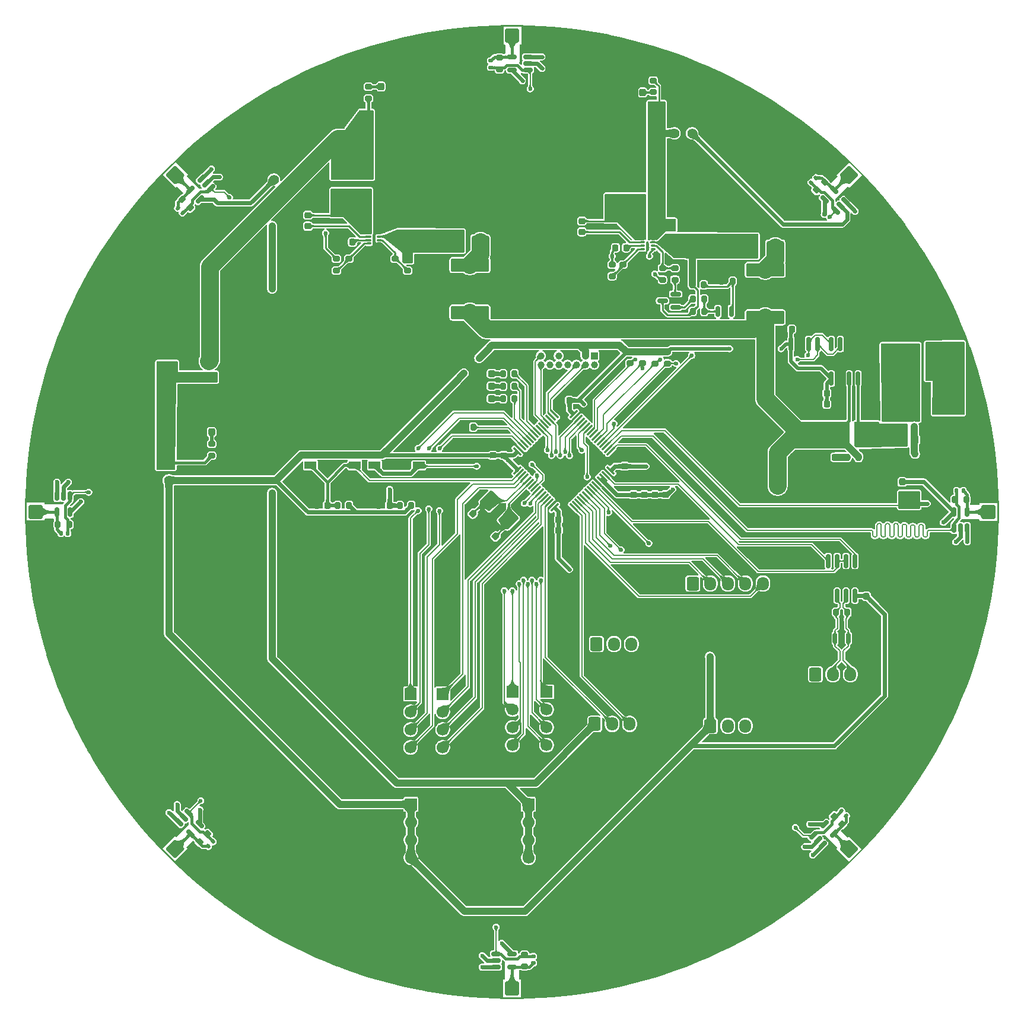
<source format=gbr>
%TF.GenerationSoftware,KiCad,Pcbnew,9.0.6*%
%TF.CreationDate,2026-01-04T15:34:23+01:00*%
%TF.ProjectId,uMule_board,754d756c-655f-4626-9f61-72642e6b6963,rev?*%
%TF.SameCoordinates,Original*%
%TF.FileFunction,Copper,L1,Top*%
%TF.FilePolarity,Positive*%
%FSLAX46Y46*%
G04 Gerber Fmt 4.6, Leading zero omitted, Abs format (unit mm)*
G04 Created by KiCad (PCBNEW 9.0.6) date 2026-01-04 15:34:23*
%MOMM*%
%LPD*%
G01*
G04 APERTURE LIST*
G04 Aperture macros list*
%AMRoundRect*
0 Rectangle with rounded corners*
0 $1 Rounding radius*
0 $2 $3 $4 $5 $6 $7 $8 $9 X,Y pos of 4 corners*
0 Add a 4 corners polygon primitive as box body*
4,1,4,$2,$3,$4,$5,$6,$7,$8,$9,$2,$3,0*
0 Add four circle primitives for the rounded corners*
1,1,$1+$1,$2,$3*
1,1,$1+$1,$4,$5*
1,1,$1+$1,$6,$7*
1,1,$1+$1,$8,$9*
0 Add four rect primitives between the rounded corners*
20,1,$1+$1,$2,$3,$4,$5,0*
20,1,$1+$1,$4,$5,$6,$7,0*
20,1,$1+$1,$6,$7,$8,$9,0*
20,1,$1+$1,$8,$9,$2,$3,0*%
G04 Aperture macros list end*
%TA.AperFunction,SMDPad,CuDef*%
%ADD10RoundRect,0.225000X-0.250000X0.225000X-0.250000X-0.225000X0.250000X-0.225000X0.250000X0.225000X0*%
%TD*%
%TA.AperFunction,ComponentPad*%
%ADD11RoundRect,0.250000X-0.600000X-0.725000X0.600000X-0.725000X0.600000X0.725000X-0.600000X0.725000X0*%
%TD*%
%TA.AperFunction,ComponentPad*%
%ADD12O,1.700000X1.950000*%
%TD*%
%TA.AperFunction,ComponentPad*%
%ADD13RoundRect,0.250000X-0.750000X-0.750000X0.750000X-0.750000X0.750000X0.750000X-0.750000X0.750000X0*%
%TD*%
%TA.AperFunction,ComponentPad*%
%ADD14C,2.000000*%
%TD*%
%TA.AperFunction,SMDPad,CuDef*%
%ADD15RoundRect,0.225000X-0.225000X-0.250000X0.225000X-0.250000X0.225000X0.250000X-0.225000X0.250000X0*%
%TD*%
%TA.AperFunction,SMDPad,CuDef*%
%ADD16RoundRect,0.200000X0.200000X0.275000X-0.200000X0.275000X-0.200000X-0.275000X0.200000X-0.275000X0*%
%TD*%
%TA.AperFunction,SMDPad,CuDef*%
%ADD17RoundRect,0.250000X0.475000X-0.250000X0.475000X0.250000X-0.475000X0.250000X-0.475000X-0.250000X0*%
%TD*%
%TA.AperFunction,SMDPad,CuDef*%
%ADD18RoundRect,0.140000X-0.140000X-0.170000X0.140000X-0.170000X0.140000X0.170000X-0.140000X0.170000X0*%
%TD*%
%TA.AperFunction,SMDPad,CuDef*%
%ADD19RoundRect,0.225000X0.225000X0.250000X-0.225000X0.250000X-0.225000X-0.250000X0.225000X-0.250000X0*%
%TD*%
%TA.AperFunction,SMDPad,CuDef*%
%ADD20RoundRect,0.225000X0.250000X-0.225000X0.250000X0.225000X-0.250000X0.225000X-0.250000X-0.225000X0*%
%TD*%
%TA.AperFunction,ComponentPad*%
%ADD21R,1.000000X1.000000*%
%TD*%
%TA.AperFunction,ComponentPad*%
%ADD22C,1.000000*%
%TD*%
%TA.AperFunction,SMDPad,CuDef*%
%ADD23RoundRect,0.250000X-0.475000X0.250000X-0.475000X-0.250000X0.475000X-0.250000X0.475000X0.250000X0*%
%TD*%
%TA.AperFunction,SMDPad,CuDef*%
%ADD24RoundRect,0.140000X0.021213X-0.219203X0.219203X-0.021213X-0.021213X0.219203X-0.219203X0.021213X0*%
%TD*%
%TA.AperFunction,SMDPad,CuDef*%
%ADD25RoundRect,0.225000X-0.335876X-0.017678X-0.017678X-0.335876X0.335876X0.017678X0.017678X0.335876X0*%
%TD*%
%TA.AperFunction,SMDPad,CuDef*%
%ADD26RoundRect,0.237500X0.237500X-0.250000X0.237500X0.250000X-0.237500X0.250000X-0.237500X-0.250000X0*%
%TD*%
%TA.AperFunction,SMDPad,CuDef*%
%ADD27RoundRect,0.250000X0.420000X0.945000X-0.420000X0.945000X-0.420000X-0.945000X0.420000X-0.945000X0*%
%TD*%
%TA.AperFunction,SMDPad,CuDef*%
%ADD28RoundRect,0.200000X-0.275000X0.200000X-0.275000X-0.200000X0.275000X-0.200000X0.275000X0.200000X0*%
%TD*%
%TA.AperFunction,SMDPad,CuDef*%
%ADD29R,0.500000X0.650000*%
%TD*%
%TA.AperFunction,SMDPad,CuDef*%
%ADD30R,4.600000X4.120000*%
%TD*%
%TA.AperFunction,SMDPad,CuDef*%
%ADD31R,0.500000X0.550000*%
%TD*%
%TA.AperFunction,SMDPad,CuDef*%
%ADD32RoundRect,0.250000X-0.300000X-0.300000X0.300000X-0.300000X0.300000X0.300000X-0.300000X0.300000X0*%
%TD*%
%TA.AperFunction,SMDPad,CuDef*%
%ADD33RoundRect,0.150000X-0.512500X-0.150000X0.512500X-0.150000X0.512500X0.150000X-0.512500X0.150000X0*%
%TD*%
%TA.AperFunction,SMDPad,CuDef*%
%ADD34RoundRect,0.200000X0.275000X-0.200000X0.275000X0.200000X-0.275000X0.200000X-0.275000X-0.200000X0*%
%TD*%
%TA.AperFunction,SMDPad,CuDef*%
%ADD35RoundRect,0.270000X1.080000X1.480000X-1.080000X1.480000X-1.080000X-1.480000X1.080000X-1.480000X0*%
%TD*%
%TA.AperFunction,SMDPad,CuDef*%
%ADD36RoundRect,0.250000X-0.250000X-0.475000X0.250000X-0.475000X0.250000X0.475000X-0.250000X0.475000X0*%
%TD*%
%TA.AperFunction,ComponentPad*%
%ADD37RoundRect,0.250000X1.060660X0.000000X0.000000X1.060660X-1.060660X0.000000X0.000000X-1.060660X0*%
%TD*%
%TA.AperFunction,SMDPad,CuDef*%
%ADD38RoundRect,0.237500X0.237500X-0.287500X0.237500X0.287500X-0.237500X0.287500X-0.237500X-0.287500X0*%
%TD*%
%TA.AperFunction,SMDPad,CuDef*%
%ADD39R,1.700000X1.000000*%
%TD*%
%TA.AperFunction,ComponentPad*%
%ADD40RoundRect,0.250000X0.750000X-0.750000X0.750000X0.750000X-0.750000X0.750000X-0.750000X-0.750000X0*%
%TD*%
%TA.AperFunction,SMDPad,CuDef*%
%ADD41RoundRect,0.140000X-0.170000X0.140000X-0.170000X-0.140000X0.170000X-0.140000X0.170000X0.140000X0*%
%TD*%
%TA.AperFunction,SMDPad,CuDef*%
%ADD42RoundRect,0.250000X2.475000X-0.712500X2.475000X0.712500X-2.475000X0.712500X-2.475000X-0.712500X0*%
%TD*%
%TA.AperFunction,ComponentPad*%
%ADD43R,1.700000X1.700000*%
%TD*%
%TA.AperFunction,ComponentPad*%
%ADD44C,1.700000*%
%TD*%
%TA.AperFunction,SMDPad,CuDef*%
%ADD45RoundRect,0.200000X0.053033X-0.335876X0.335876X-0.053033X-0.053033X0.335876X-0.335876X0.053033X0*%
%TD*%
%TA.AperFunction,SMDPad,CuDef*%
%ADD46RoundRect,0.237500X-0.287500X-0.237500X0.287500X-0.237500X0.287500X0.237500X-0.287500X0.237500X0*%
%TD*%
%TA.AperFunction,SMDPad,CuDef*%
%ADD47RoundRect,0.237500X-0.237500X0.287500X-0.237500X-0.287500X0.237500X-0.287500X0.237500X0.287500X0*%
%TD*%
%TA.AperFunction,SMDPad,CuDef*%
%ADD48RoundRect,0.200000X-0.200000X-0.275000X0.200000X-0.275000X0.200000X0.275000X-0.200000X0.275000X0*%
%TD*%
%TA.AperFunction,SMDPad,CuDef*%
%ADD49RoundRect,0.075000X-0.441942X-0.548008X0.548008X0.441942X0.441942X0.548008X-0.548008X-0.441942X0*%
%TD*%
%TA.AperFunction,SMDPad,CuDef*%
%ADD50RoundRect,0.075000X0.441942X-0.548008X0.548008X-0.441942X-0.441942X0.548008X-0.548008X0.441942X0*%
%TD*%
%TA.AperFunction,ComponentPad*%
%ADD51RoundRect,0.250000X-1.550000X0.650000X-1.550000X-0.650000X1.550000X-0.650000X1.550000X0.650000X0*%
%TD*%
%TA.AperFunction,ComponentPad*%
%ADD52O,3.600000X1.800000*%
%TD*%
%TA.AperFunction,SMDPad,CuDef*%
%ADD53RoundRect,0.250000X-1.000000X-0.650000X1.000000X-0.650000X1.000000X0.650000X-1.000000X0.650000X0*%
%TD*%
%TA.AperFunction,SMDPad,CuDef*%
%ADD54RoundRect,0.150000X0.256326X0.468458X-0.468458X-0.256326X-0.256326X-0.468458X0.468458X0.256326X0*%
%TD*%
%TA.AperFunction,SMDPad,CuDef*%
%ADD55RoundRect,0.150000X-0.150000X0.825000X-0.150000X-0.825000X0.150000X-0.825000X0.150000X0.825000X0*%
%TD*%
%TA.AperFunction,SMDPad,CuDef*%
%ADD56RoundRect,0.150000X0.150000X-0.587500X0.150000X0.587500X-0.150000X0.587500X-0.150000X-0.587500X0*%
%TD*%
%TA.AperFunction,SMDPad,CuDef*%
%ADD57RoundRect,0.200000X-0.335876X-0.053033X-0.053033X-0.335876X0.335876X0.053033X0.053033X0.335876X0*%
%TD*%
%TA.AperFunction,SMDPad,CuDef*%
%ADD58RoundRect,0.250000X-0.475000X0.337500X-0.475000X-0.337500X0.475000X-0.337500X0.475000X0.337500X0*%
%TD*%
%TA.AperFunction,SMDPad,CuDef*%
%ADD59RoundRect,0.150000X-0.468458X0.256326X0.256326X-0.468458X0.468458X-0.256326X-0.256326X0.468458X0*%
%TD*%
%TA.AperFunction,SMDPad,CuDef*%
%ADD60RoundRect,0.050000X0.285000X0.100000X-0.285000X0.100000X-0.285000X-0.100000X0.285000X-0.100000X0*%
%TD*%
%TA.AperFunction,SMDPad,CuDef*%
%ADD61RoundRect,0.150000X0.150000X-0.512500X0.150000X0.512500X-0.150000X0.512500X-0.150000X-0.512500X0*%
%TD*%
%TA.AperFunction,ComponentPad*%
%ADD62C,1.400000*%
%TD*%
%TA.AperFunction,ComponentPad*%
%ADD63RoundRect,0.250000X0.000000X-1.060660X1.060660X0.000000X0.000000X1.060660X-1.060660X0.000000X0*%
%TD*%
%TA.AperFunction,SMDPad,CuDef*%
%ADD64RoundRect,0.200000X-0.053033X0.335876X-0.335876X0.053033X0.053033X-0.335876X0.335876X-0.053033X0*%
%TD*%
%TA.AperFunction,SMDPad,CuDef*%
%ADD65RoundRect,0.140000X-0.021213X0.219203X-0.219203X0.021213X0.021213X-0.219203X0.219203X-0.021213X0*%
%TD*%
%TA.AperFunction,SMDPad,CuDef*%
%ADD66RoundRect,0.430000X0.870000X-0.645000X0.870000X0.645000X-0.870000X0.645000X-0.870000X-0.645000X0*%
%TD*%
%TA.AperFunction,SMDPad,CuDef*%
%ADD67RoundRect,0.225000X0.335876X0.017678X0.017678X0.335876X-0.335876X-0.017678X-0.017678X-0.335876X0*%
%TD*%
%TA.AperFunction,ComponentPad*%
%ADD68RoundRect,0.250000X0.000000X1.060660X-1.060660X0.000000X0.000000X-1.060660X1.060660X0.000000X0*%
%TD*%
%TA.AperFunction,SMDPad,CuDef*%
%ADD69RoundRect,0.375000X0.625000X0.375000X-0.625000X0.375000X-0.625000X-0.375000X0.625000X-0.375000X0*%
%TD*%
%TA.AperFunction,SMDPad,CuDef*%
%ADD70RoundRect,0.500000X0.500000X1.400000X-0.500000X1.400000X-0.500000X-1.400000X0.500000X-1.400000X0*%
%TD*%
%TA.AperFunction,SMDPad,CuDef*%
%ADD71RoundRect,0.140000X-0.219203X-0.021213X-0.021213X-0.219203X0.219203X0.021213X0.021213X0.219203X0*%
%TD*%
%TA.AperFunction,ComponentPad*%
%ADD72RoundRect,0.250000X-0.750000X0.750000X-0.750000X-0.750000X0.750000X-0.750000X0.750000X0.750000X0*%
%TD*%
%TA.AperFunction,SMDPad,CuDef*%
%ADD73RoundRect,0.150000X0.512500X0.150000X-0.512500X0.150000X-0.512500X-0.150000X0.512500X-0.150000X0*%
%TD*%
%TA.AperFunction,SMDPad,CuDef*%
%ADD74RoundRect,0.150000X0.468458X-0.256326X-0.256326X0.468458X-0.468458X0.256326X0.256326X-0.468458X0*%
%TD*%
%TA.AperFunction,SMDPad,CuDef*%
%ADD75R,4.240000X3.810000*%
%TD*%
%TA.AperFunction,ComponentPad*%
%ADD76RoundRect,0.250000X-1.060660X0.000000X0.000000X-1.060660X1.060660X0.000000X0.000000X1.060660X0*%
%TD*%
%TA.AperFunction,SMDPad,CuDef*%
%ADD77RoundRect,0.140000X0.219203X0.021213X0.021213X0.219203X-0.219203X-0.021213X-0.021213X-0.219203X0*%
%TD*%
%TA.AperFunction,SMDPad,CuDef*%
%ADD78RoundRect,0.150000X-0.256326X-0.468458X0.468458X0.256326X0.256326X0.468458X-0.468458X-0.256326X0*%
%TD*%
%TA.AperFunction,SMDPad,CuDef*%
%ADD79RoundRect,0.150000X-0.150000X0.512500X-0.150000X-0.512500X0.150000X-0.512500X0.150000X0.512500X0*%
%TD*%
%TA.AperFunction,SMDPad,CuDef*%
%ADD80RoundRect,0.150000X0.587500X0.150000X-0.587500X0.150000X-0.587500X-0.150000X0.587500X-0.150000X0*%
%TD*%
%TA.AperFunction,SMDPad,CuDef*%
%ADD81RoundRect,0.250000X-0.420000X-0.945000X0.420000X-0.945000X0.420000X0.945000X-0.420000X0.945000X0*%
%TD*%
%TA.AperFunction,SMDPad,CuDef*%
%ADD82RoundRect,0.200000X0.335876X0.053033X0.053033X0.335876X-0.335876X-0.053033X-0.053033X-0.335876X0*%
%TD*%
%TA.AperFunction,SMDPad,CuDef*%
%ADD83RoundRect,0.140000X0.140000X0.170000X-0.140000X0.170000X-0.140000X-0.170000X0.140000X-0.170000X0*%
%TD*%
%TA.AperFunction,ComponentPad*%
%ADD84RoundRect,0.250000X0.750000X0.750000X-0.750000X0.750000X-0.750000X-0.750000X0.750000X-0.750000X0*%
%TD*%
%TA.AperFunction,SMDPad,CuDef*%
%ADD85RoundRect,0.250000X1.202082X0.141421X0.141421X1.202082X-1.202082X-0.141421X-0.141421X-1.202082X0*%
%TD*%
%TA.AperFunction,SMDPad,CuDef*%
%ADD86RoundRect,0.150000X0.150000X-0.825000X0.150000X0.825000X-0.150000X0.825000X-0.150000X-0.825000X0*%
%TD*%
%TA.AperFunction,SMDPad,CuDef*%
%ADD87RoundRect,0.140000X0.170000X-0.140000X0.170000X0.140000X-0.170000X0.140000X-0.170000X-0.140000X0*%
%TD*%
%TA.AperFunction,ViaPad*%
%ADD88C,0.600000*%
%TD*%
%TA.AperFunction,Conductor*%
%ADD89C,0.254000*%
%TD*%
%TA.AperFunction,Conductor*%
%ADD90C,0.400000*%
%TD*%
%TA.AperFunction,Conductor*%
%ADD91C,1.000000*%
%TD*%
%TA.AperFunction,Conductor*%
%ADD92C,0.600000*%
%TD*%
%TA.AperFunction,Conductor*%
%ADD93C,2.500000*%
%TD*%
%TA.AperFunction,Conductor*%
%ADD94C,0.500000*%
%TD*%
%TA.AperFunction,Conductor*%
%ADD95C,0.200000*%
%TD*%
%TA.AperFunction,Conductor*%
%ADD96C,0.150000*%
%TD*%
G04 APERTURE END LIST*
D10*
%TO.P,C33,1*%
%TO.N,+3V3*%
X126746000Y-107175000D03*
%TO.P,C33,2*%
%TO.N,GND*%
X126746000Y-108725000D03*
%TD*%
D11*
%TO.P,J4,1,Pin_1*%
%TO.N,+5V*%
X140014000Y-134095000D03*
D12*
%TO.P,J4,2,Pin_2*%
%TO.N,/Communication/ESP32_TX*%
X142514000Y-134095000D03*
%TO.P,J4,3,Pin_3*%
%TO.N,/Communication/ESP32_RX*%
X145014000Y-134095000D03*
%TO.P,J4,4,Pin_4*%
%TO.N,GND*%
X147514000Y-134095000D03*
%TD*%
D13*
%TO.P,P1,1,K*%
%TO.N,Net-(P1-K)*%
X127968893Y-47244000D03*
D14*
%TO.P,P1,2,A*%
%TO.N,GND*%
X130508893Y-47244000D03*
%TD*%
D15*
%TO.P,C13,1*%
%TO.N,/Power/+3V3_POW*%
X79136000Y-105932000D03*
%TO.P,C13,2*%
%TO.N,GND*%
X80686000Y-105932000D03*
%TD*%
D16*
%TO.P,R26,1*%
%TO.N,/MCU/DBG_LED0*%
X128333000Y-95504000D03*
%TO.P,R26,2*%
%TO.N,Net-(D10-A)*%
X126683000Y-95504000D03*
%TD*%
D17*
%TO.P,C3,1*%
%TO.N,/Power/DC_CONV_IN*%
X116110000Y-75626000D03*
%TO.P,C3,2*%
%TO.N,GND*%
X116110000Y-73726000D03*
%TD*%
D18*
%TO.P,C47,1*%
%TO.N,Net-(P7-K)*%
X63580893Y-118292000D03*
%TO.P,C47,2*%
%TO.N,/Photodiodes/PHO_6*%
X64540893Y-118292000D03*
%TD*%
D19*
%TO.P,C10,1*%
%TO.N,Net-(U1-SS)*%
X105188000Y-76708000D03*
%TO.P,C10,2*%
%TO.N,GND*%
X103638000Y-76708000D03*
%TD*%
D20*
%TO.P,C17,1*%
%TO.N,Net-(U5-BST)*%
X137922000Y-75276000D03*
%TO.P,C17,2*%
%TO.N,Net-(U5-SW)*%
X137922000Y-73726000D03*
%TD*%
D21*
%TO.P,J5,1,NC*%
%TO.N,unconnected-(J5-NC-Pad1)*%
X139700000Y-92964000D03*
D22*
%TO.P,J5,2,NC*%
%TO.N,unconnected-(J5-NC-Pad2)*%
X139700000Y-94234000D03*
%TO.P,J5,3,VCC*%
%TO.N,+3V3*%
X138430000Y-92964000D03*
%TO.P,J5,4,JTMS/SWDIO*%
%TO.N,/Communication/SWDIO*%
X138430000Y-94234000D03*
%TO.P,J5,5,GND*%
%TO.N,GND*%
X137160000Y-92964000D03*
%TO.P,J5,6,JCLK/SWCLK*%
%TO.N,/Communication/SWCLK*%
X137160000Y-94234000D03*
%TO.P,J5,7,GND*%
%TO.N,GND*%
X135890000Y-92964000D03*
%TO.P,J5,8,JTDO/SWO*%
%TO.N,unconnected-(J5-JTDO{slash}SWO-Pad8)*%
X135890000Y-94234000D03*
%TO.P,J5,9,JRCLK/NC*%
%TO.N,unconnected-(J5-JRCLK{slash}NC-Pad9)*%
X134620000Y-92964000D03*
%TO.P,J5,10,JTDI/NC*%
%TO.N,unconnected-(J5-JTDI{slash}NC-Pad10)*%
X134620000Y-94234000D03*
%TO.P,J5,11,GNDDetect*%
%TO.N,GND*%
X133350000Y-92964000D03*
%TO.P,J5,12,~{RST}*%
%TO.N,/MCU/NRST*%
X133350000Y-94234000D03*
%TO.P,J5,13,VCP_RX*%
%TO.N,/Communication/VCP_RX*%
X132080000Y-92964000D03*
%TO.P,J5,14,VCP_TX*%
%TO.N,/Communication/VCP_TX*%
X132080000Y-94234000D03*
%TD*%
D23*
%TO.P,C9,1*%
%TO.N,VCC*%
X168379027Y-105491544D03*
%TO.P,C9,2*%
%TO.N,GND*%
X168379027Y-107391544D03*
%TD*%
D24*
%TO.P,C46,1*%
%TO.N,Net-(P6-K)*%
X84594962Y-162928453D03*
%TO.P,C46,2*%
%TO.N,/Photodiodes/PHO_5*%
X85273784Y-162249631D03*
%TD*%
D11*
%TO.P,J6,1,Pin_1*%
%TO.N,+3V3*%
X156270000Y-145779000D03*
D12*
%TO.P,J6,2,Pin_2*%
%TO.N,/Communication/I2C_SCL*%
X158770000Y-145779000D03*
%TO.P,J6,3,Pin_3*%
%TO.N,/Communication/I2C_SDA*%
X161270000Y-145779000D03*
%TO.P,J6,4,Pin_4*%
%TO.N,GND*%
X163770000Y-145779000D03*
%TD*%
D20*
%TO.P,C22,1*%
%TO.N,/Power/INV_CONV_IN*%
X150622000Y-75959000D03*
%TO.P,C22,2*%
%TO.N,/Power/-5V*%
X150622000Y-74409000D03*
%TD*%
D16*
%TO.P,R8,1*%
%TO.N,Net-(U3-K)*%
X155398500Y-84836000D03*
%TO.P,R8,2*%
%TO.N,Net-(Q2-B)*%
X153748500Y-84836000D03*
%TD*%
D25*
%TO.P,C36,1*%
%TO.N,Net-(U17-PF0)*%
X122360322Y-115497474D03*
%TO.P,C36,2*%
%TO.N,GND*%
X123456338Y-116593490D03*
%TD*%
D26*
%TO.P,R36,1*%
%TO.N,GND*%
X183642000Y-116125000D03*
%TO.P,R36,2*%
%TO.N,/Photodiodes/V_{REF}*%
X183642000Y-114300000D03*
%TD*%
D16*
%TO.P,R7,1*%
%TO.N,Net-(U3-K)*%
X155398500Y-86614000D03*
%TO.P,R7,2*%
%TO.N,/Power/INV_CONV_IN*%
X153748500Y-86614000D03*
%TD*%
D15*
%TO.P,C38,1*%
%TO.N,+3V3*%
X167894000Y-89154000D03*
%TO.P,C38,2*%
%TO.N,GND*%
X169444000Y-89154000D03*
%TD*%
D27*
%TO.P,C11,1*%
%TO.N,/Power/+5V*%
X84852000Y-87376000D03*
%TO.P,C11,2*%
%TO.N,GND*%
X81772000Y-87376000D03*
%TD*%
D28*
%TO.P,R2,1*%
%TO.N,/Power/DC_CONV_IN*%
X113062000Y-79122000D03*
%TO.P,R2,2*%
%TO.N,Net-(U1-EN)*%
X113062000Y-80772000D03*
%TD*%
D29*
%TO.P,Q1,1,S*%
%TO.N,/Power/R_SHUNT_+*%
X181550027Y-103039544D03*
%TO.P,Q1,2,S*%
X182820027Y-103039544D03*
%TO.P,Q1,3,S*%
X184090027Y-103039544D03*
%TO.P,Q1,4,G*%
%TO.N,Net-(D2-A)*%
X185360027Y-103039544D03*
D30*
%TO.P,Q1,5,D*%
%TO.N,Net-(Q1-D)*%
X183455027Y-99824544D03*
D31*
X181550027Y-97489544D03*
X182820027Y-97489544D03*
X184090027Y-97489544D03*
X185360027Y-97489544D03*
%TD*%
D32*
%TO.P,D2,1,K*%
%TO.N,/Power/R_SHUNT_+*%
X182689027Y-104917544D03*
%TO.P,D2,2,A*%
%TO.N,Net-(D2-A)*%
X185489027Y-104917544D03*
%TD*%
D11*
%TO.P,J7,1,Pin_1*%
%TO.N,+3V3*%
X153770000Y-125459000D03*
D12*
%TO.P,J7,2,Pin_2*%
%TO.N,/Communication/SPI_SCK*%
X156270000Y-125459000D03*
%TO.P,J7,3,Pin_3*%
%TO.N,/Communication/SPI_MISO*%
X158770000Y-125459000D03*
%TO.P,J7,4,Pin_4*%
%TO.N,/Communication/SPI_MOSI*%
X161270000Y-125459000D03*
%TO.P,J7,5,Pin_5*%
%TO.N,/Communication/CS*%
X163770000Y-125459000D03*
%TO.P,J7,6,Pin_6*%
%TO.N,GND*%
X166270000Y-125459000D03*
%TD*%
D16*
%TO.P,R22,1*%
%TO.N,+3V3*%
X104711000Y-114300000D03*
%TO.P,R22,2*%
%TO.N,/MCU/DBG_BTN*%
X103061000Y-114300000D03*
%TD*%
D33*
%TO.P,U12,1*%
%TO.N,/Photodiodes/PHO_4*%
X125693894Y-178296000D03*
%TO.P,U12,2,V-*%
%TO.N,-5V*%
X125693894Y-179246000D03*
%TO.P,U12,3,+*%
%TO.N,/Photodiodes/V_{REF}*%
X125693894Y-180196000D03*
%TO.P,U12,4,-*%
%TO.N,Net-(P5-K)*%
X127968894Y-180196000D03*
%TO.P,U12,5,V+*%
%TO.N,+5V*%
X127968894Y-178296000D03*
%TD*%
D19*
%TO.P,C50,1*%
%TO.N,GND*%
X180099000Y-127254000D03*
%TO.P,C50,2*%
%TO.N,+3V3*%
X178549000Y-127254000D03*
%TD*%
D34*
%TO.P,R9,1*%
%TO.N,Net-(Q2-E)*%
X151208500Y-82105000D03*
%TO.P,R9,2*%
%TO.N,/Power/EN_INV*%
X151208500Y-80455000D03*
%TD*%
D35*
%TO.P,R1,1*%
%TO.N,/Power/R_SHUNT_+*%
X178755027Y-104155544D03*
%TO.P,R1,2*%
%TO.N,VCC*%
X174155027Y-104155544D03*
%TD*%
D34*
%TO.P,R15,1*%
%TO.N,/Power/+5V*%
X107474000Y-56219500D03*
%TO.P,R15,2*%
%TO.N,Net-(D6-A)*%
X107474000Y-54569500D03*
%TD*%
D28*
%TO.P,R21,1*%
%TO.N,+3V3*%
X144780000Y-92330000D03*
%TO.P,R21,2*%
%TO.N,/Communication/I2C_SDA*%
X144780000Y-93980000D03*
%TD*%
D36*
%TO.P,C6,1*%
%TO.N,/Power/+5V*%
X107308000Y-60452000D03*
%TO.P,C6,2*%
%TO.N,GND*%
X109208000Y-60452000D03*
%TD*%
D28*
%TO.P,R39,1*%
%TO.N,+3V3*%
X150114000Y-92393000D03*
%TO.P,R39,2*%
%TO.N,/MCU/PC6{slash}I2C4_SCL*%
X150114000Y-94043000D03*
%TD*%
D37*
%TO.P,P6,1,K*%
%TO.N,Net-(P6-K)*%
X79885631Y-163327261D03*
D14*
%TO.P,P6,2,A*%
%TO.N,GND*%
X78089580Y-161531210D03*
%TD*%
D38*
%TO.P,D4,1,K*%
%TO.N,Net-(D4-K)*%
X146590000Y-55372000D03*
%TO.P,D4,2,A*%
%TO.N,GND*%
X146590000Y-53622000D03*
%TD*%
D10*
%TO.P,C51,1*%
%TO.N,+3V3*%
X146812000Y-112776000D03*
%TO.P,C51,2*%
%TO.N,GND*%
X146812000Y-114326000D03*
%TD*%
%TO.P,C34,1*%
%TO.N,+3V3*%
X145288000Y-112776000D03*
%TO.P,C34,2*%
%TO.N,GND*%
X145288000Y-114326000D03*
%TD*%
D20*
%TO.P,C1,1*%
%TO.N,Net-(U1-BST)*%
X98838000Y-74448000D03*
%TO.P,C1,2*%
%TO.N,Net-(U1-SW)*%
X98838000Y-72898000D03*
%TD*%
D39*
%TO.P,SW2,1,1*%
%TO.N,/MCU/NRST*%
X108356000Y-108590000D03*
X114656000Y-108590000D03*
%TO.P,SW2,2,2*%
%TO.N,GND*%
X108356000Y-112390000D03*
X114656000Y-112390000D03*
%TD*%
D16*
%TO.P,R37,1*%
%TO.N,/Communication/RS485+*%
X175831000Y-129540000D03*
%TO.P,R37,2*%
%TO.N,/Communication/RS485-*%
X174181000Y-129540000D03*
%TD*%
D40*
%TO.P,P7,1,K*%
%TO.N,Net-(P7-K)*%
X59968893Y-115244000D03*
D14*
%TO.P,P7,2,A*%
%TO.N,GND*%
X59968893Y-112704000D03*
%TD*%
D11*
%TO.P,J2,1,Pin_1*%
%TO.N,VCC*%
X171256000Y-138413000D03*
D12*
%TO.P,J2,2,Pin_2*%
%TO.N,/Communication/RS485-*%
X173756000Y-138413000D03*
%TO.P,J2,3,Pin_3*%
%TO.N,/Communication/RS485+*%
X176256000Y-138413000D03*
%TO.P,J2,4,Pin_4*%
%TO.N,GND*%
X178756000Y-138413000D03*
%TD*%
D41*
%TO.P,C41,1*%
%TO.N,Net-(P1-K)*%
X124920893Y-50856000D03*
%TO.P,C41,2*%
%TO.N,/Photodiodes/PHO_0*%
X124920893Y-51816000D03*
%TD*%
D42*
%TO.P,F3,1*%
%TO.N,VCC*%
X164084000Y-87461500D03*
%TO.P,F3,2*%
%TO.N,Net-(D3-A)*%
X164084000Y-80686500D03*
%TD*%
%TO.P,F2,1*%
%TO.N,VCC*%
X121952000Y-86785000D03*
%TO.P,F2,2*%
%TO.N,Net-(D1-A)*%
X121952000Y-80010000D03*
%TD*%
D15*
%TO.P,C32,1*%
%TO.N,+3V3*%
X134594000Y-117856000D03*
%TO.P,C32,2*%
%TO.N,GND*%
X136144000Y-117856000D03*
%TD*%
D43*
%TO.P,J13,1,Pin_1*%
%TO.N,/GPIO/GPIO_2*%
X132896518Y-140907880D03*
D44*
%TO.P,J13,2,Pin_2*%
%TO.N,/GPIO/GPIO_3*%
X132896518Y-143447880D03*
%TO.P,J13,3,Pin_3*%
%TO.N,/GPIO/GPIO_4*%
X132896518Y-145987880D03*
%TO.P,J13,4,Pin_4*%
%TO.N,/GPIO/GPIO_5*%
X132896518Y-148527880D03*
%TD*%
D45*
%TO.P,R32,1*%
%TO.N,Net-(P6-K)*%
X83388638Y-162338726D03*
%TO.P,R32,2*%
%TO.N,/Photodiodes/PHO_5*%
X84555364Y-161172000D03*
%TD*%
D43*
%TO.P,J11,1,Pin_1*%
%TO.N,/GPIO/GPIO_14*%
X118074000Y-141224000D03*
D44*
%TO.P,J11,2,Pin_2*%
%TO.N,/GPIO/GPIO_11*%
X118074000Y-143764000D03*
%TO.P,J11,3,Pin_3*%
%TO.N,/GPIO/GPIO_0*%
X118074000Y-146304000D03*
%TO.P,J11,4,Pin_4*%
%TO.N,/GPIO/GPIO_1*%
X118074000Y-148844000D03*
%TD*%
D46*
%TO.P,D10,1,K*%
%TO.N,GND*%
X123331000Y-95504000D03*
%TO.P,D10,2,A*%
%TO.N,Net-(D10-A)*%
X125081000Y-95504000D03*
%TD*%
D47*
%TO.P,D7,1,K*%
%TO.N,GND*%
X85090000Y-102108000D03*
%TO.P,D7,2,A*%
%TO.N,Net-(D7-A)*%
X85090000Y-103858000D03*
%TD*%
D17*
%TO.P,C18,1*%
%TO.N,/Power/INV_CONV_IN*%
X153924000Y-76134000D03*
%TO.P,C18,2*%
%TO.N,GND*%
X153924000Y-74234000D03*
%TD*%
D16*
%TO.P,R29,1*%
%TO.N,Net-(P3-K)*%
X192792893Y-113466001D03*
%TO.P,R29,2*%
%TO.N,/Photodiodes/PHO_2*%
X191142893Y-113466001D03*
%TD*%
D48*
%TO.P,R33,1*%
%TO.N,Net-(P7-K)*%
X63144893Y-117022000D03*
%TO.P,R33,2*%
%TO.N,/Photodiodes/PHO_6*%
X64794893Y-117022000D03*
%TD*%
D36*
%TO.P,C7,1*%
%TO.N,/Power/+5V*%
X107308000Y-62484000D03*
%TO.P,C7,2*%
%TO.N,GND*%
X109208000Y-62484000D03*
%TD*%
D49*
%TO.P,U17,1,VBAT*%
%TO.N,+3V3*%
X128717519Y-109311180D03*
%TO.P,U17,2,PC13*%
%TO.N,/MCU/DBG_BTN*%
X129071072Y-109664733D03*
%TO.P,U17,3,PC14*%
%TO.N,/GPIO/GPIO_13*%
X129424625Y-110018286D03*
%TO.P,U17,4,PC15*%
%TO.N,/GPIO/GPIO_14*%
X129778179Y-110371840D03*
%TO.P,U17,5,PF0*%
%TO.N,Net-(U17-PF0)*%
X130131732Y-110725393D03*
%TO.P,U17,6,PF1*%
%TO.N,Net-(U17-PF1)*%
X130485286Y-111078947D03*
%TO.P,U17,7,PG10*%
%TO.N,/MCU/NRST*%
X130838839Y-111432500D03*
%TO.P,U17,8,PC0*%
%TO.N,/Photodiodes/PHO_7*%
X131192392Y-111786053D03*
%TO.P,U17,9,PC1*%
%TO.N,/Photodiodes/PHO_6*%
X131545946Y-112139607D03*
%TO.P,U17,10,PC2*%
%TO.N,/Photodiodes/PHO_5*%
X131899499Y-112493160D03*
%TO.P,U17,11,PC3*%
%TO.N,/GPIO/GPIO_11*%
X132253052Y-112846713D03*
%TO.P,U17,12,PA0*%
%TO.N,/GPIO/GPIO_0*%
X132606606Y-113200267D03*
%TO.P,U17,13,PA1*%
%TO.N,/GPIO/GPIO_1*%
X132960159Y-113553820D03*
%TO.P,U17,14,PA2*%
%TO.N,/Communication/Li-Dar_TX*%
X133313713Y-113907374D03*
%TO.P,U17,15,VSS*%
%TO.N,GND*%
X133667266Y-114260927D03*
%TO.P,U17,16,VDD*%
%TO.N,+3V3*%
X134020819Y-114614480D03*
D50*
%TO.P,U17,17,PA3*%
%TO.N,/Communication/Li-Dar_RX*%
X136743181Y-114614480D03*
%TO.P,U17,18,PA4*%
%TO.N,/Communication/CS*%
X137096734Y-114260927D03*
%TO.P,U17,19,PA5*%
%TO.N,/Communication/SPI_SCK*%
X137450287Y-113907374D03*
%TO.P,U17,20,PA6*%
%TO.N,/Communication/SPI_MISO*%
X137803841Y-113553820D03*
%TO.P,U17,21,PA7*%
%TO.N,/Communication/SPI_MOSI*%
X138157394Y-113200267D03*
%TO.P,U17,22,PC4*%
%TO.N,/Communication/ESP32_TX*%
X138510948Y-112846713D03*
%TO.P,U17,23,PC5*%
%TO.N,/Communication/ESP32_RX*%
X138864501Y-112493160D03*
%TO.P,U17,24,PB0*%
%TO.N,/Photodiodes/PHO_4*%
X139218054Y-112139607D03*
%TO.P,U17,25,PB1*%
%TO.N,/Photodiodes/PHO_3*%
X139571608Y-111786053D03*
%TO.P,U17,26,PB2*%
%TO.N,/Communication/RS485_FC*%
X139925161Y-111432500D03*
%TO.P,U17,27,VSSA*%
%TO.N,GND*%
X140278714Y-111078947D03*
%TO.P,U17,28,VREF+*%
%TO.N,+3V3*%
X140632268Y-110725393D03*
%TO.P,U17,29,VDDA*%
X140985821Y-110371840D03*
%TO.P,U17,30,PB10*%
%TO.N,/Communication/RS485_DI*%
X141339375Y-110018286D03*
%TO.P,U17,31,VSS*%
%TO.N,GND*%
X141692928Y-109664733D03*
%TO.P,U17,32,VDD*%
%TO.N,+3V3*%
X142046481Y-109311180D03*
D49*
%TO.P,U17,33,PB11*%
%TO.N,/Communication/RS485_RO*%
X142046481Y-106588818D03*
%TO.P,U17,34,PB12*%
%TO.N,/Photodiodes/PHO_2*%
X141692928Y-106235265D03*
%TO.P,U17,35,PB13*%
%TO.N,/Photodiodes/V_{REF}*%
X141339375Y-105881712D03*
%TO.P,U17,36,PB14*%
%TO.N,/Photodiodes/PHO_1*%
X140985821Y-105528158D03*
%TO.P,U17,37,PB15*%
%TO.N,/Photodiodes/PHO_0*%
X140632268Y-105174605D03*
%TO.P,U17,38,PC6*%
%TO.N,/MCU/PC6{slash}I2C4_SCL*%
X140278714Y-104821051D03*
%TO.P,U17,39,PC7*%
%TO.N,/MCU/PC7{slash}I2C4_SDA*%
X139925161Y-104467498D03*
%TO.P,U17,40,PC8*%
%TO.N,/Communication/I2C_SCL*%
X139571608Y-104113945D03*
%TO.P,U17,41,PC9*%
%TO.N,/Communication/I2C_SDA*%
X139218054Y-103760391D03*
%TO.P,U17,42,PA8*%
%TO.N,/GPIO/GPIO_2*%
X138864501Y-103406838D03*
%TO.P,U17,43,PA9*%
%TO.N,/GPIO/GPIO_3*%
X138510948Y-103053285D03*
%TO.P,U17,44,PA10*%
%TO.N,/GPIO/GPIO_4*%
X138157394Y-102699731D03*
%TO.P,U17,45,PA11*%
%TO.N,/GPIO/GPIO_5*%
X137803841Y-102346178D03*
%TO.P,U17,46,PA12*%
%TO.N,/GPIO/GPIO_6*%
X137450287Y-101992624D03*
%TO.P,U17,47,VSS*%
%TO.N,GND*%
X137096734Y-101639071D03*
%TO.P,U17,48,VDD*%
%TO.N,+3V3*%
X136743181Y-101285518D03*
D50*
%TO.P,U17,49,PA13*%
%TO.N,/Communication/SWDIO*%
X134020819Y-101285518D03*
%TO.P,U17,50,PA14*%
%TO.N,/Communication/SWCLK*%
X133667266Y-101639071D03*
%TO.P,U17,51,PA15*%
%TO.N,/GPIO/GPIO_7*%
X133313713Y-101992624D03*
%TO.P,U17,52,PC10*%
%TO.N,/Communication/VCP_TX*%
X132960159Y-102346178D03*
%TO.P,U17,53,PC11*%
%TO.N,/Communication/VCP_RX*%
X132606606Y-102699731D03*
%TO.P,U17,54,PC12*%
%TO.N,/GPIO/GPIO_12*%
X132253052Y-103053285D03*
%TO.P,U17,55,PD2*%
%TO.N,/GPIO/GPIO_15*%
X131899499Y-103406838D03*
%TO.P,U17,56,PB3*%
%TO.N,/MCU/DBG_LED0*%
X131545946Y-103760391D03*
%TO.P,U17,57,PB4*%
%TO.N,/MCU/DBG_LED1*%
X131192392Y-104113945D03*
%TO.P,U17,58,PB5*%
%TO.N,/MCU/DBG_LED2*%
X130838839Y-104467498D03*
%TO.P,U17,59,PB6*%
%TO.N,/GPIO/GPIO_8*%
X130485286Y-104821051D03*
%TO.P,U17,60,PB7*%
%TO.N,/GPIO/GPIO_9*%
X130131732Y-105174605D03*
%TO.P,U17,61,PB8*%
%TO.N,/MCU/BOOT*%
X129778179Y-105528158D03*
%TO.P,U17,62,PB9*%
%TO.N,/GPIO/GPIO_10*%
X129424625Y-105881712D03*
%TO.P,U17,63,VSS*%
%TO.N,GND*%
X129071072Y-106235265D03*
%TO.P,U17,64,VDD*%
%TO.N,+3V3*%
X128717519Y-106588818D03*
%TD*%
D51*
%TO.P,J1,1,Pin_1*%
%TO.N,/Power/VSUP+*%
X190185027Y-99893544D03*
D52*
%TO.P,J1,2,Pin_2*%
%TO.N,GND*%
X190185027Y-103393544D03*
%TD*%
D53*
%TO.P,D1,1,K*%
%TO.N,/Power/DC_CONV_IN*%
X119444000Y-76708000D03*
%TO.P,D1,2,A*%
%TO.N,Net-(D1-A)*%
X123444000Y-76708000D03*
%TD*%
D54*
%TO.P,U15,1*%
%TO.N,/Photodiodes/PHO_7*%
X84993062Y-69050833D03*
%TO.P,U15,2,V-*%
%TO.N,-5V*%
X84321311Y-68379082D03*
%TO.P,U15,3,+*%
%TO.N,/Photodiodes/V_{REF}*%
X83649560Y-67707331D03*
%TO.P,U15,4,-*%
%TO.N,Net-(P8-K)*%
X82040892Y-69315999D03*
%TO.P,U15,5,V+*%
%TO.N,+5V*%
X83384394Y-70659501D03*
%TD*%
D55*
%TO.P,U16,1,RO*%
%TO.N,/Communication/RS485_RO*%
X176911000Y-122239000D03*
%TO.P,U16,2,~{RE}*%
%TO.N,/Communication/RS485_FC*%
X175641000Y-122239000D03*
%TO.P,U16,3,DE*%
X174371000Y-122239000D03*
%TO.P,U16,4,DI*%
%TO.N,/Communication/RS485_DI*%
X173101000Y-122239000D03*
%TO.P,U16,5,GND*%
%TO.N,GND*%
X173101000Y-127189000D03*
%TO.P,U16,6,A*%
%TO.N,/Communication/RS485-*%
X174371000Y-127189000D03*
%TO.P,U16,7,B*%
%TO.N,/Communication/RS485+*%
X175641000Y-127189000D03*
%TO.P,U16,8,VCC*%
%TO.N,+3V3*%
X176911000Y-127189000D03*
%TD*%
D56*
%TO.P,U3,1,K*%
%TO.N,Net-(U3-K)*%
X157358000Y-86614000D03*
%TO.P,U3,2,REF*%
%TO.N,Net-(U3-REF)*%
X159258000Y-86614000D03*
%TO.P,U3,3,A*%
%TO.N,GND*%
X158308000Y-84739000D03*
%TD*%
D16*
%TO.P,R23,1*%
%TO.N,+3V3*%
X113601000Y-114300000D03*
%TO.P,R23,2*%
%TO.N,/MCU/NRST*%
X111951000Y-114300000D03*
%TD*%
D57*
%TO.P,R34,1*%
%TO.N,Net-(P8-K)*%
X80874166Y-70663745D03*
%TO.P,R34,2*%
%TO.N,/Photodiodes/PHO_7*%
X82040892Y-71830471D03*
%TD*%
D58*
%TO.P,C49,1*%
%TO.N,/Photodiodes/V_{REF}*%
X185420000Y-114046000D03*
%TO.P,C49,2*%
%TO.N,GND*%
X185420000Y-116121000D03*
%TD*%
D10*
%TO.P,C52,1*%
%TO.N,+3V3*%
X149860000Y-112776000D03*
%TO.P,C52,2*%
%TO.N,GND*%
X149860000Y-114326000D03*
%TD*%
D59*
%TO.P,U13,1*%
%TO.N,/Photodiodes/PHO_5*%
X81775726Y-158219830D03*
%TO.P,U13,2,V-*%
%TO.N,-5V*%
X81103975Y-158891581D03*
%TO.P,U13,3,+*%
%TO.N,/Photodiodes/V_{REF}*%
X80432224Y-159563332D03*
%TO.P,U13,4,-*%
%TO.N,Net-(P6-K)*%
X82040892Y-161172000D03*
%TO.P,U13,5,V+*%
%TO.N,+5V*%
X83384394Y-159828498D03*
%TD*%
D28*
%TO.P,R13,1*%
%TO.N,/Power/-5V*%
X148114000Y-53672000D03*
%TO.P,R13,2*%
%TO.N,Net-(D4-K)*%
X148114000Y-55322000D03*
%TD*%
D10*
%TO.P,C35,1*%
%TO.N,+3V3*%
X148336000Y-112763000D03*
%TO.P,C35,2*%
%TO.N,GND*%
X148336000Y-114313000D03*
%TD*%
D60*
%TO.P,U5,1,RT*%
%TO.N,/Power/-5V*%
X148082000Y-77766000D03*
%TO.P,U5,2,EN*%
%TO.N,/Power/EN_INV*%
X148082000Y-77266000D03*
%TO.P,U5,3,VIN*%
%TO.N,/Power/INV_CONV_IN*%
X148082000Y-76766000D03*
%TO.P,U5,4,GND*%
%TO.N,/Power/-5V*%
X148082000Y-76266000D03*
%TO.P,U5,5,SW*%
%TO.N,Net-(U5-SW)*%
X146602000Y-76266000D03*
%TO.P,U5,6,BST*%
%TO.N,Net-(U5-BST)*%
X146602000Y-76766000D03*
%TO.P,U5,7,SS*%
%TO.N,Net-(U5-SS)*%
X146602000Y-77266000D03*
%TO.P,U5,8,FB*%
%TO.N,Net-(U5-FB)*%
X146602000Y-77766000D03*
%TD*%
D36*
%TO.P,C26,1*%
%TO.N,GND*%
X146370000Y-59248000D03*
%TO.P,C26,2*%
%TO.N,/Power/-5V*%
X148270000Y-59248000D03*
%TD*%
D61*
%TO.P,U10,1*%
%TO.N,/Photodiodes/PHO_2*%
X191020893Y-117519000D03*
%TO.P,U10,2,V-*%
%TO.N,-5V*%
X191970893Y-117519000D03*
%TO.P,U10,3,+*%
%TO.N,/Photodiodes/V_{REF}*%
X192920893Y-117519000D03*
%TO.P,U10,4,-*%
%TO.N,Net-(P3-K)*%
X192920893Y-115244000D03*
%TO.P,U10,5,V+*%
%TO.N,+5V*%
X191020893Y-115244000D03*
%TD*%
D62*
%TO.P,JP3,1,A*%
%TO.N,/Power/-5V*%
X151130000Y-61214000D03*
%TO.P,JP3,2,B*%
%TO.N,-5V*%
X153670000Y-61214000D03*
%TD*%
D43*
%TO.P,J10,1,Pin_1*%
%TO.N,/GPIO/GPIO_8*%
X113484000Y-141224000D03*
D44*
%TO.P,J10,2,Pin_2*%
%TO.N,/GPIO/GPIO_9*%
X113484000Y-143764000D03*
%TO.P,J10,3,Pin_3*%
%TO.N,/GPIO/GPIO_10*%
X113484000Y-146304000D03*
%TO.P,J10,4,Pin_4*%
%TO.N,/GPIO/GPIO_13*%
X113484000Y-148844000D03*
%TD*%
D63*
%TO.P,P8,1,K*%
%TO.N,Net-(P8-K)*%
X79885631Y-67160738D03*
D14*
%TO.P,P8,2,A*%
%TO.N,GND*%
X81681682Y-65364687D03*
%TD*%
D17*
%TO.P,C19,1*%
%TO.N,/Power/INV_CONV_IN*%
X157988000Y-76134000D03*
%TO.P,C19,2*%
%TO.N,GND*%
X157988000Y-74234000D03*
%TD*%
D62*
%TO.P,JP1,1,A*%
%TO.N,/Power/+5V*%
X96520000Y-67818000D03*
%TO.P,JP1,2,B*%
%TO.N,+5V*%
X93980000Y-67818000D03*
%TD*%
D10*
%TO.P,C28,1*%
%TO.N,+3V3*%
X125222000Y-107162000D03*
%TO.P,C28,2*%
%TO.N,GND*%
X125222000Y-108712000D03*
%TD*%
D16*
%TO.P,R6,1*%
%TO.N,Net-(D2-A)*%
X185485027Y-106949544D03*
%TO.P,R6,2*%
%TO.N,GND*%
X183835027Y-106949544D03*
%TD*%
D15*
%TO.P,C5,1*%
%TO.N,/Power/+5V*%
X107483000Y-58674000D03*
%TO.P,C5,2*%
%TO.N,GND*%
X109033000Y-58674000D03*
%TD*%
D16*
%TO.P,R24,1*%
%TO.N,/MCU/DBG_LED2*%
X128333000Y-99060000D03*
%TO.P,R24,2*%
%TO.N,Net-(D8-A)*%
X126683000Y-99060000D03*
%TD*%
D64*
%TO.P,R28,1*%
%TO.N,Net-(P2-K)*%
X172549147Y-68149273D03*
%TO.P,R28,2*%
%TO.N,/Photodiodes/PHO_1*%
X171382421Y-69315999D03*
%TD*%
D34*
%TO.P,R31,1*%
%TO.N,Net-(P5-K)*%
X129746893Y-180068000D03*
%TO.P,R31,2*%
%TO.N,/Photodiodes/PHO_4*%
X129746893Y-178418000D03*
%TD*%
D65*
%TO.P,C42,1*%
%TO.N,Net-(P2-K)*%
X171342823Y-67559546D03*
%TO.P,C42,2*%
%TO.N,/Photodiodes/PHO_1*%
X170664001Y-68238368D03*
%TD*%
D66*
%TO.P,L2,1,1*%
%TO.N,Net-(U5-SW)*%
X144018000Y-71440000D03*
%TO.P,L2,2,2*%
%TO.N,GND*%
X144018000Y-67090000D03*
%TD*%
D67*
%TO.P,C37,1*%
%TO.N,Net-(U17-PF1)*%
X125611599Y-118748751D03*
%TO.P,C37,2*%
%TO.N,GND*%
X124515583Y-117652735D03*
%TD*%
D48*
%TO.P,R10,1*%
%TO.N,/Power/INV_CONV_IN*%
X153685500Y-82804000D03*
%TO.P,R10,2*%
%TO.N,Net-(U3-REF)*%
X155335500Y-82804000D03*
%TD*%
D19*
%TO.P,C12,1*%
%TO.N,/Power/+5V*%
X84087000Y-89916000D03*
%TO.P,C12,2*%
%TO.N,GND*%
X82537000Y-89916000D03*
%TD*%
D16*
%TO.P,R14,1*%
%TO.N,VCC*%
X177418000Y-107442000D03*
%TO.P,R14,2*%
%TO.N,Net-(D5-A)*%
X175768000Y-107442000D03*
%TD*%
D17*
%TO.P,C2,1*%
%TO.N,/Power/DC_CONV_IN*%
X114078000Y-75626000D03*
%TO.P,C2,2*%
%TO.N,GND*%
X114078000Y-73726000D03*
%TD*%
D46*
%TO.P,D8,1,K*%
%TO.N,GND*%
X123331000Y-99060000D03*
%TO.P,D8,2,A*%
%TO.N,Net-(D8-A)*%
X125081000Y-99060000D03*
%TD*%
D34*
%TO.P,R16,1*%
%TO.N,/Power/+3V3_POW*%
X85090000Y-107188000D03*
%TO.P,R16,2*%
%TO.N,Net-(D7-A)*%
X85090000Y-105538000D03*
%TD*%
D16*
%TO.P,R19,1*%
%TO.N,/MCU/BOOT*%
X122428000Y-103124000D03*
%TO.P,R19,2*%
%TO.N,GND*%
X120778000Y-103124000D03*
%TD*%
D62*
%TO.P,JP2,1,A*%
%TO.N,/Power/+3V3_POW*%
X78994000Y-108204000D03*
%TO.P,JP2,2,B*%
%TO.N,+3V3*%
X78994000Y-110744000D03*
%TD*%
D68*
%TO.P,P4,1,K*%
%TO.N,Net-(P4-K)*%
X176052154Y-163327261D03*
D14*
%TO.P,P4,2,A*%
%TO.N,GND*%
X174256103Y-165123312D03*
%TD*%
D34*
%TO.P,R18,1*%
%TO.N,Net-(U5-FB)*%
X142240000Y-81597000D03*
%TO.P,R18,2*%
%TO.N,/Power/-5V*%
X142240000Y-79947000D03*
%TD*%
D36*
%TO.P,C25,1*%
%TO.N,GND*%
X146392000Y-61280000D03*
%TO.P,C25,2*%
%TO.N,/Power/-5V*%
X148292000Y-61280000D03*
%TD*%
D69*
%TO.P,U2,1,GND*%
%TO.N,GND*%
X84684000Y-98312000D03*
%TO.P,U2,2,VO*%
%TO.N,/Power/+3V3_POW*%
X84684000Y-96012000D03*
D70*
X78384000Y-96012000D03*
D69*
%TO.P,U2,3,VI*%
%TO.N,/Power/+5V*%
X84684000Y-93712000D03*
%TD*%
D28*
%TO.P,R38,1*%
%TO.N,+3V3*%
X148336000Y-92393000D03*
%TO.P,R38,2*%
%TO.N,/MCU/PC7{slash}I2C4_SDA*%
X148336000Y-94043000D03*
%TD*%
D43*
%TO.P,J9,1,Pin_1*%
%TO.N,+5V*%
X130302000Y-156972000D03*
D44*
%TO.P,J9,2,Pin_2*%
%TO.N,GND*%
X132842000Y-156972000D03*
%TO.P,J9,3,Pin_3*%
%TO.N,+5V*%
X130302000Y-159512000D03*
%TO.P,J9,4,Pin_4*%
%TO.N,GND*%
X132842000Y-159512000D03*
%TO.P,J9,5,Pin_5*%
%TO.N,+5V*%
X130302000Y-162052000D03*
%TO.P,J9,6,Pin_6*%
%TO.N,GND*%
X132842000Y-162052000D03*
%TO.P,J9,7,Pin_7*%
%TO.N,+5V*%
X130302000Y-164592000D03*
%TO.P,J9,8,Pin_8*%
%TO.N,GND*%
X132842000Y-164592000D03*
%TD*%
D71*
%TO.P,C48,1*%
%TO.N,Net-(P8-K)*%
X80284439Y-71870069D03*
%TO.P,C48,2*%
%TO.N,/Photodiodes/PHO_7*%
X80963261Y-72548891D03*
%TD*%
D28*
%TO.P,R3,1*%
%TO.N,/Power/+5V*%
X102902000Y-79122000D03*
%TO.P,R3,2*%
%TO.N,Net-(U1-FB)*%
X102902000Y-80772000D03*
%TD*%
D19*
%TO.P,C39,1*%
%TO.N,/MCU/DBG_BTN*%
X101626000Y-114300000D03*
%TO.P,C39,2*%
%TO.N,GND*%
X100076000Y-114300000D03*
%TD*%
D43*
%TO.P,J8,1,Pin_1*%
%TO.N,+3V3*%
X113538000Y-156972000D03*
D44*
%TO.P,J8,2,Pin_2*%
%TO.N,GND*%
X116078000Y-156972000D03*
%TO.P,J8,3,Pin_3*%
%TO.N,+3V3*%
X113538000Y-159512000D03*
%TO.P,J8,4,Pin_4*%
%TO.N,GND*%
X116078000Y-159512000D03*
%TO.P,J8,5,Pin_5*%
%TO.N,+3V3*%
X113538000Y-162052000D03*
%TO.P,J8,6,Pin_6*%
%TO.N,GND*%
X116078000Y-162052000D03*
%TO.P,J8,7,Pin_7*%
%TO.N,+3V3*%
X113538000Y-164592000D03*
%TO.P,J8,8,Pin_8*%
%TO.N,GND*%
X116078000Y-164592000D03*
%TD*%
D34*
%TO.P,R17,1*%
%TO.N,GND*%
X143764000Y-81597000D03*
%TO.P,R17,2*%
%TO.N,Net-(U5-FB)*%
X143764000Y-79947000D03*
%TD*%
D66*
%TO.P,L1,1,1*%
%TO.N,Net-(U1-SW)*%
X104934000Y-70612000D03*
%TO.P,L1,2,2*%
%TO.N,/Power/+5V*%
X104934000Y-66262000D03*
%TD*%
D26*
%TO.P,R35,1*%
%TO.N,/Photodiodes/V_{REF}*%
X183642000Y-112776000D03*
%TO.P,R35,2*%
%TO.N,+5V*%
X183642000Y-110951000D03*
%TD*%
D28*
%TO.P,R20,1*%
%TO.N,+3V3*%
X146558000Y-92330000D03*
%TO.P,R20,2*%
%TO.N,/Communication/I2C_SCL*%
X146558000Y-93980000D03*
%TD*%
D15*
%TO.P,C31,1*%
%TO.N,+3V3*%
X134594000Y-116332000D03*
%TO.P,C31,2*%
%TO.N,GND*%
X136144000Y-116332000D03*
%TD*%
%TO.P,C23,1*%
%TO.N,GND*%
X146545000Y-57470000D03*
%TO.P,C23,2*%
%TO.N,/Power/-5V*%
X148095000Y-57470000D03*
%TD*%
D36*
%TO.P,C24,1*%
%TO.N,GND*%
X146392000Y-63312000D03*
%TO.P,C24,2*%
%TO.N,/Power/-5V*%
X148292000Y-63312000D03*
%TD*%
D46*
%TO.P,D9,1,K*%
%TO.N,GND*%
X123331000Y-97282000D03*
%TO.P,D9,2,A*%
%TO.N,Net-(D9-A)*%
X125081000Y-97282000D03*
%TD*%
D20*
%TO.P,C4,1*%
%TO.N,/Power/DC_CONV_IN*%
X112300000Y-75451000D03*
%TO.P,C4,2*%
%TO.N,GND*%
X112300000Y-73901000D03*
%TD*%
D72*
%TO.P,P3,1,K*%
%TO.N,Net-(P3-K)*%
X195968893Y-115244000D03*
D14*
%TO.P,P3,2,A*%
%TO.N,GND*%
X195968893Y-117784000D03*
%TD*%
D28*
%TO.P,R5,1*%
%TO.N,Net-(U1-FB)*%
X104680000Y-79122000D03*
%TO.P,R5,2*%
%TO.N,GND*%
X104680000Y-80772000D03*
%TD*%
D53*
%TO.P,D3,1,K*%
%TO.N,/Power/INV_CONV_IN*%
X161544000Y-77470000D03*
%TO.P,D3,2,A*%
%TO.N,Net-(D3-A)*%
X165544000Y-77470000D03*
%TD*%
D19*
%TO.P,C27,1*%
%TO.N,Net-(U5-SS)*%
X144272000Y-77536000D03*
%TO.P,C27,2*%
%TO.N,/Power/-5V*%
X142722000Y-77536000D03*
%TD*%
D23*
%TO.P,C8,1*%
%TO.N,VCC*%
X170373027Y-105491544D03*
%TO.P,C8,2*%
%TO.N,GND*%
X170373027Y-107391544D03*
%TD*%
D16*
%TO.P,R25,1*%
%TO.N,/MCU/DBG_LED1*%
X128333000Y-97282000D03*
%TO.P,R25,2*%
%TO.N,Net-(D9-A)*%
X126683000Y-97282000D03*
%TD*%
D38*
%TO.P,D6,1,K*%
%TO.N,GND*%
X109252000Y-56269500D03*
%TO.P,D6,2,A*%
%TO.N,Net-(D6-A)*%
X109252000Y-54519500D03*
%TD*%
D19*
%TO.P,C40,1*%
%TO.N,/MCU/NRST*%
X110503000Y-114300000D03*
%TO.P,C40,2*%
%TO.N,GND*%
X108953000Y-114300000D03*
%TD*%
D28*
%TO.P,R11,1*%
%TO.N,/Power/EN_INV*%
X149430500Y-80455000D03*
%TO.P,R11,2*%
%TO.N,/Power/-5V*%
X149430500Y-82105000D03*
%TD*%
D56*
%TO.P,D11,1,A1*%
%TO.N,/Communication/RS485-*%
X174056000Y-133271500D03*
%TO.P,D11,2,A2*%
%TO.N,/Communication/RS485+*%
X175956000Y-133271500D03*
%TO.P,D11,3,common*%
%TO.N,GND*%
X175006000Y-131396500D03*
%TD*%
D17*
%TO.P,C20,1*%
%TO.N,/Power/INV_CONV_IN*%
X155956000Y-76134000D03*
%TO.P,C20,2*%
%TO.N,GND*%
X155956000Y-74234000D03*
%TD*%
D43*
%TO.P,J12,1,Pin_1*%
%TO.N,/GPIO/GPIO_12*%
X128016000Y-140908910D03*
D44*
%TO.P,J12,2,Pin_2*%
%TO.N,/GPIO/GPIO_15*%
X128016000Y-143448910D03*
%TO.P,J12,3,Pin_3*%
%TO.N,/GPIO/GPIO_7*%
X128016000Y-145988910D03*
%TO.P,J12,4,Pin_4*%
%TO.N,/GPIO/GPIO_6*%
X128016000Y-148528910D03*
%TD*%
D73*
%TO.P,U8,1*%
%TO.N,/Photodiodes/PHO_0*%
X130243893Y-52192000D03*
%TO.P,U8,2,V-*%
%TO.N,-5V*%
X130243893Y-51242000D03*
%TO.P,U8,3,+*%
%TO.N,/Photodiodes/V_{REF}*%
X130243893Y-50292000D03*
%TO.P,U8,4,-*%
%TO.N,Net-(P1-K)*%
X127968893Y-50292000D03*
%TO.P,U8,5,V+*%
%TO.N,+5V*%
X127968893Y-52192000D03*
%TD*%
D28*
%TO.P,R4,1*%
%TO.N,Net-(U1-EN)*%
X111284000Y-79122000D03*
%TO.P,R4,2*%
%TO.N,GND*%
X111284000Y-80772000D03*
%TD*%
D74*
%TO.P,U9,1*%
%TO.N,/Photodiodes/PHO_1*%
X174162059Y-72268169D03*
%TO.P,U9,2,V-*%
%TO.N,-5V*%
X174833810Y-71596418D03*
%TO.P,U9,3,+*%
%TO.N,/Photodiodes/V_{REF}*%
X175505561Y-70924667D03*
%TO.P,U9,4,-*%
%TO.N,Net-(P2-K)*%
X173896893Y-69315999D03*
%TO.P,U9,5,V+*%
%TO.N,+5V*%
X172553391Y-70659501D03*
%TD*%
D75*
%TO.P,F1,1*%
%TO.N,/Power/VSUP+*%
X189306027Y-93741544D03*
%TO.P,F1,2*%
%TO.N,Net-(Q1-D)*%
X182936027Y-93741544D03*
%TD*%
D15*
%TO.P,C15,1*%
%TO.N,+3V3*%
X172887027Y-99837544D03*
%TO.P,C15,2*%
%TO.N,GND*%
X174437027Y-99837544D03*
%TD*%
D76*
%TO.P,P2,1,K*%
%TO.N,Net-(P2-K)*%
X176052154Y-67160738D03*
D14*
%TO.P,P2,2,A*%
%TO.N,GND*%
X177848205Y-68956789D03*
%TD*%
D11*
%TO.P,J3,1,Pin_1*%
%TO.N,+5V*%
X139760000Y-145508000D03*
D12*
%TO.P,J3,2,Pin_2*%
%TO.N,/Communication/Li-Dar_TX*%
X142260000Y-145508000D03*
%TO.P,J3,3,Pin_3*%
%TO.N,/Communication/Li-Dar_RX*%
X144760000Y-145508000D03*
%TO.P,J3,4,Pin_4*%
%TO.N,GND*%
X147260000Y-145508000D03*
%TD*%
D77*
%TO.P,C44,1*%
%TO.N,Net-(P4-K)*%
X175653346Y-158617930D03*
%TO.P,C44,2*%
%TO.N,/Photodiodes/PHO_3*%
X174974524Y-157939108D03*
%TD*%
D78*
%TO.P,U11,1*%
%TO.N,/Photodiodes/PHO_3*%
X170944723Y-161437166D03*
%TO.P,U11,2,V-*%
%TO.N,-5V*%
X171616474Y-162108917D03*
%TO.P,U11,3,+*%
%TO.N,/Photodiodes/V_{REF}*%
X172288225Y-162780668D03*
%TO.P,U11,4,-*%
%TO.N,Net-(P4-K)*%
X173896893Y-161172000D03*
%TO.P,U11,5,V+*%
%TO.N,+5V*%
X172553391Y-159828498D03*
%TD*%
D20*
%TO.P,C21,1*%
%TO.N,/Power/INV_CONV_IN*%
X152146000Y-75972000D03*
%TO.P,C21,2*%
%TO.N,GND*%
X152146000Y-74422000D03*
%TD*%
D28*
%TO.P,R27,1*%
%TO.N,Net-(P1-K)*%
X126190893Y-50420000D03*
%TO.P,R27,2*%
%TO.N,/Photodiodes/PHO_0*%
X126190893Y-52070000D03*
%TD*%
D79*
%TO.P,U14,1*%
%TO.N,/Photodiodes/PHO_6*%
X64916893Y-112969001D03*
%TO.P,U14,2,V-*%
%TO.N,-5V*%
X63966893Y-112969001D03*
%TO.P,U14,3,+*%
%TO.N,/Photodiodes/V_{REF}*%
X63016893Y-112969001D03*
%TO.P,U14,4,-*%
%TO.N,Net-(P7-K)*%
X63016893Y-115244001D03*
%TO.P,U14,5,V+*%
%TO.N,+5V*%
X64916893Y-115244001D03*
%TD*%
D80*
%TO.P,Q2,1,B*%
%TO.N,Net-(Q2-B)*%
X151305500Y-86040000D03*
%TO.P,Q2,2,E*%
%TO.N,Net-(Q2-E)*%
X151305500Y-84140000D03*
%TO.P,Q2,3,C*%
%TO.N,/Power/INV_CONV_IN*%
X149430500Y-85090000D03*
%TD*%
D20*
%TO.P,C30,1*%
%TO.N,+3V3*%
X144018000Y-108712000D03*
%TO.P,C30,2*%
%TO.N,GND*%
X144018000Y-107162000D03*
%TD*%
D19*
%TO.P,C29,1*%
%TO.N,+3V3*%
X136144000Y-99314000D03*
%TO.P,C29,2*%
%TO.N,GND*%
X134594000Y-99314000D03*
%TD*%
D39*
%TO.P,SW1,1,1*%
%TO.N,/MCU/DBG_BTN*%
X99212000Y-108590000D03*
X105512000Y-108590000D03*
%TO.P,SW1,2,2*%
%TO.N,GND*%
X99212000Y-112390000D03*
X105512000Y-112390000D03*
%TD*%
D16*
%TO.P,R12,1*%
%TO.N,Net-(U3-REF)*%
X159462500Y-82296000D03*
%TO.P,R12,2*%
%TO.N,GND*%
X157812500Y-82296000D03*
%TD*%
D81*
%TO.P,C14,1*%
%TO.N,/Power/+3V3_POW*%
X78486000Y-103378000D03*
%TO.P,C14,2*%
%TO.N,GND*%
X81566000Y-103378000D03*
%TD*%
D55*
%TO.P,U4,1,A1*%
%TO.N,GND*%
X177358027Y-91266544D03*
%TO.P,U4,2,A0*%
X176088027Y-91266544D03*
%TO.P,U4,3,SDA*%
%TO.N,/MCU/PC7{slash}I2C4_SDA*%
X174818027Y-91266544D03*
%TO.P,U4,4,SCL*%
%TO.N,/MCU/PC6{slash}I2C4_SCL*%
X173548027Y-91266544D03*
%TO.P,U4,5,VS*%
%TO.N,+3V3*%
X173548027Y-96216544D03*
%TO.P,U4,6,GND*%
%TO.N,GND*%
X174818027Y-96216544D03*
%TO.P,U4,7,IN-*%
%TO.N,VCC*%
X176088027Y-96216544D03*
%TO.P,U4,8,IN+*%
%TO.N,/Power/R_SHUNT_+*%
X177358027Y-96216544D03*
%TD*%
D60*
%TO.P,U1,1,RT*%
%TO.N,GND*%
X108998000Y-76938000D03*
%TO.P,U1,2,EN*%
%TO.N,Net-(U1-EN)*%
X108998000Y-76438000D03*
%TO.P,U1,3,VIN*%
%TO.N,/Power/DC_CONV_IN*%
X108998000Y-75938000D03*
%TO.P,U1,4,GND*%
%TO.N,GND*%
X108998000Y-75438000D03*
%TO.P,U1,5,SW*%
%TO.N,Net-(U1-SW)*%
X107518000Y-75438000D03*
%TO.P,U1,6,BST*%
%TO.N,Net-(U1-BST)*%
X107518000Y-75938000D03*
%TO.P,U1,7,SS*%
%TO.N,Net-(U1-SS)*%
X107518000Y-76438000D03*
%TO.P,U1,8,FB*%
%TO.N,Net-(U1-FB)*%
X107518000Y-76938000D03*
%TD*%
D82*
%TO.P,R30,1*%
%TO.N,Net-(P4-K)*%
X175063619Y-159824254D03*
%TO.P,R30,2*%
%TO.N,/Photodiodes/PHO_3*%
X173896893Y-158657528D03*
%TD*%
D15*
%TO.P,C16,1*%
%TO.N,+3V3*%
X172900027Y-98313544D03*
%TO.P,C16,2*%
%TO.N,GND*%
X174450027Y-98313544D03*
%TD*%
D83*
%TO.P,C43,1*%
%TO.N,Net-(P3-K)*%
X192356893Y-112196001D03*
%TO.P,C43,2*%
%TO.N,/Photodiodes/PHO_2*%
X191396893Y-112196001D03*
%TD*%
D84*
%TO.P,P5,1,K*%
%TO.N,Net-(P5-K)*%
X127968893Y-183244000D03*
D14*
%TO.P,P5,2,A*%
%TO.N,GND*%
X125428893Y-183244000D03*
%TD*%
D85*
%TO.P,Y1,1,1*%
%TO.N,Net-(U17-PF1)*%
X127450685Y-116274684D03*
%TO.P,Y1,2,2*%
%TO.N,Net-(U17-PF0)*%
X124834389Y-113658388D03*
%TD*%
D46*
%TO.P,D5,1,K*%
%TO.N,GND*%
X172366000Y-107442000D03*
%TO.P,D5,2,A*%
%TO.N,Net-(D5-A)*%
X174116000Y-107442000D03*
%TD*%
D86*
%TO.P,U7,1,A0*%
%TO.N,GND*%
X167767000Y-96201000D03*
%TO.P,U7,2,A1*%
X169037000Y-96201000D03*
%TO.P,U7,3,A2*%
X170307000Y-96201000D03*
%TO.P,U7,4,VSS*%
X171577000Y-96201000D03*
%TO.P,U7,5,SDA*%
%TO.N,/MCU/PC7{slash}I2C4_SDA*%
X171577000Y-91251000D03*
%TO.P,U7,6,SCL*%
%TO.N,/MCU/PC6{slash}I2C4_SCL*%
X170307000Y-91251000D03*
%TO.P,U7,7,WP*%
%TO.N,GND*%
X169037000Y-91251000D03*
%TO.P,U7,8,VDD*%
%TO.N,+3V3*%
X167767000Y-91251000D03*
%TD*%
D87*
%TO.P,C45,1*%
%TO.N,Net-(P5-K)*%
X131016893Y-179632001D03*
%TO.P,C45,2*%
%TO.N,/Photodiodes/PHO_4*%
X131016893Y-178672001D03*
%TD*%
D88*
%TO.N,GND*%
X191008000Y-108966000D03*
X169164000Y-132334000D03*
X132588000Y-83058000D03*
X112776000Y-97282000D03*
X180848000Y-76962000D03*
X133096000Y-51054000D03*
X188976000Y-89154000D03*
X109220000Y-90424000D03*
X123190000Y-49276000D03*
X176276000Y-123698000D03*
X61976000Y-108204000D03*
X122174000Y-162814000D03*
X129032000Y-84582000D03*
X170942000Y-110998000D03*
X111506000Y-159766000D03*
X171704000Y-87630000D03*
X121920000Y-84582000D03*
X123190000Y-170942000D03*
X108204000Y-78232000D03*
X141478000Y-130556000D03*
X140716000Y-108458000D03*
X111506000Y-72390000D03*
X140716000Y-147320000D03*
X146304000Y-66040000D03*
X100584000Y-113030000D03*
X152654000Y-80518000D03*
X93218000Y-159512000D03*
X106172000Y-84836000D03*
X105918000Y-110236000D03*
X146050000Y-110490000D03*
X166116000Y-96774000D03*
X72898000Y-135128000D03*
X119380000Y-112776000D03*
X148590000Y-117602000D03*
X107442000Y-117348000D03*
X94996000Y-86106000D03*
X178308000Y-78232000D03*
X152400000Y-151638000D03*
X143002000Y-82550000D03*
X97536000Y-103378000D03*
X91694000Y-66802000D03*
X174244000Y-66294000D03*
X82804000Y-85090000D03*
X154178000Y-94996000D03*
X121666000Y-181102000D03*
X97536000Y-72644000D03*
X126238000Y-46482000D03*
X164338000Y-84582000D03*
X111506000Y-161290000D03*
X142494000Y-84582000D03*
X82042000Y-165862000D03*
X161544000Y-116586000D03*
X136652000Y-51308000D03*
X149860000Y-107442000D03*
X148590000Y-84328000D03*
X166116000Y-90932000D03*
X98806000Y-147066000D03*
X92456000Y-77216000D03*
X178308000Y-97028000D03*
X126492000Y-105156000D03*
X166878000Y-115316000D03*
X106934000Y-158496000D03*
X134620000Y-84836000D03*
X94996000Y-117348000D03*
X130556000Y-95250000D03*
X106426000Y-137160000D03*
X97028000Y-148844000D03*
X122174000Y-149860000D03*
X136398000Y-97282000D03*
X103378000Y-159004000D03*
X164084000Y-137160000D03*
X145796000Y-125984000D03*
X144272000Y-84582000D03*
X129032000Y-152654000D03*
X162814000Y-120650000D03*
X91186000Y-107950000D03*
X123640685Y-118527633D03*
X107188000Y-68580000D03*
X154686000Y-102108000D03*
X81534000Y-143764000D03*
X165608000Y-62738000D03*
X108458000Y-146304000D03*
X112522000Y-117348000D03*
X92202000Y-124714000D03*
X65786000Y-107188000D03*
X102362000Y-82296000D03*
X138938000Y-53622000D03*
X84328000Y-157226000D03*
X74930000Y-112014000D03*
X107442000Y-84836000D03*
X104394000Y-139192000D03*
X136906000Y-154178000D03*
X91694000Y-135636000D03*
X116078000Y-103632000D03*
X87376000Y-105664000D03*
X126492000Y-152654000D03*
X87630000Y-109220000D03*
X186436000Y-87884000D03*
X90170000Y-67818000D03*
X117094000Y-171450000D03*
X176784000Y-128778000D03*
X148844000Y-100584000D03*
X87884000Y-163322000D03*
X121666000Y-146304000D03*
X114112319Y-123834398D03*
X88646000Y-103124000D03*
X143256000Y-132080000D03*
X81788000Y-115570000D03*
X110998000Y-148844000D03*
X96266000Y-97790000D03*
X100330000Y-75184000D03*
X106172000Y-83566000D03*
X126220005Y-102492377D03*
X173736000Y-136144000D03*
X138684000Y-120904000D03*
X128016000Y-92710000D03*
X124460000Y-141986000D03*
X92202000Y-119888000D03*
X85344000Y-113030000D03*
X122682000Y-145542000D03*
X132080000Y-118364000D03*
X80010000Y-123698000D03*
X82296000Y-137922000D03*
X108458000Y-88138000D03*
X124968000Y-49276000D03*
X154940000Y-132842000D03*
X168656000Y-147574000D03*
X144272000Y-132080000D03*
X123444000Y-58420000D03*
X76454000Y-100330000D03*
X118364000Y-165354000D03*
X85344000Y-143764000D03*
X111760000Y-108204000D03*
X154940000Y-79756000D03*
X115824000Y-58420000D03*
X113284000Y-94488000D03*
X136144000Y-140716000D03*
X90424000Y-79756000D03*
X188976000Y-85344000D03*
X153162000Y-138938000D03*
X143256000Y-160782000D03*
X118364000Y-114046000D03*
X193802000Y-117856000D03*
X156210000Y-111252000D03*
X146812000Y-128016000D03*
X162814000Y-102616000D03*
X108458000Y-142748000D03*
X161798000Y-59944000D03*
X97028000Y-141478000D03*
X97536000Y-91186000D03*
X127254000Y-77978000D03*
X76708000Y-121158000D03*
X124460000Y-93726000D03*
X121666000Y-121666000D03*
X178054000Y-125984000D03*
X76454000Y-98044000D03*
X163068000Y-82296000D03*
X117094000Y-58420000D03*
X109728000Y-144018000D03*
X106172000Y-118618000D03*
X153416000Y-99568000D03*
X165100000Y-141986000D03*
X132334000Y-85344000D03*
X96266000Y-96520000D03*
X84582000Y-115570000D03*
X88646000Y-100584000D03*
X153924000Y-135382000D03*
X143256000Y-109728000D03*
X176530000Y-131572000D03*
X150368000Y-83058000D03*
X120142000Y-120650000D03*
X173228000Y-130556000D03*
X114300000Y-119126000D03*
X139700000Y-109474000D03*
X162052000Y-101346000D03*
X98044000Y-170434000D03*
X106680000Y-162306000D03*
X76708000Y-138938000D03*
X105156000Y-174244000D03*
X110490000Y-90170000D03*
X134874000Y-53086000D03*
X94996000Y-97790000D03*
X129286000Y-94488000D03*
X69088000Y-102108000D03*
X74676000Y-125984000D03*
X129540000Y-87122000D03*
X127254000Y-79248000D03*
X146050000Y-119380000D03*
X89154000Y-112014000D03*
X131572000Y-79248000D03*
X182118000Y-137668000D03*
X152654000Y-145542000D03*
X118110000Y-121412000D03*
X141732000Y-147320000D03*
X91186000Y-84836000D03*
X105664000Y-155956000D03*
X97536000Y-89916000D03*
X140716000Y-157988000D03*
X80010000Y-126238000D03*
X124460000Y-121158000D03*
X80010000Y-128778000D03*
X89408000Y-145034000D03*
X120650000Y-83312000D03*
X111252000Y-119888000D03*
X107442000Y-87122000D03*
X107442000Y-105664000D03*
X111252000Y-125730000D03*
X162814000Y-105156000D03*
X167640000Y-139700000D03*
X89916000Y-86106000D03*
X81280000Y-121158000D03*
X182118000Y-131064000D03*
X176530000Y-140208000D03*
X136906000Y-156718000D03*
X120904000Y-139446000D03*
X124206000Y-173482000D03*
X109728000Y-148844000D03*
X107188000Y-79248000D03*
X160020000Y-69088000D03*
X88646000Y-83566000D03*
X91186000Y-86106000D03*
X156972000Y-59436000D03*
X109220000Y-159766000D03*
X141732000Y-117856000D03*
X120904000Y-58420000D03*
X166116000Y-121666000D03*
X110236000Y-84836000D03*
X120904000Y-161544000D03*
X99060000Y-143510000D03*
X86360000Y-106680000D03*
X124206000Y-100330000D03*
X111252000Y-121158000D03*
X136906000Y-138684000D03*
X173228000Y-125476000D03*
X101600000Y-161544000D03*
X110236000Y-69850000D03*
X139446000Y-122682000D03*
X170434000Y-87630000D03*
X112014000Y-172212000D03*
X94996000Y-88646000D03*
X183134000Y-131064000D03*
X75184000Y-95504000D03*
X95758000Y-158242000D03*
X123698000Y-147320000D03*
X132334000Y-59690000D03*
X99822000Y-145796000D03*
X85344000Y-114554000D03*
X143524363Y-111944233D03*
X152146000Y-142748000D03*
X63928069Y-122482578D03*
X138684000Y-127508000D03*
X105918000Y-146558000D03*
X87884000Y-153416000D03*
X178562000Y-118872000D03*
X110490000Y-161036000D03*
X76962000Y-78486000D03*
X70358000Y-105918000D03*
X126492000Y-159258000D03*
X172720000Y-163576000D03*
X150368000Y-79248000D03*
X94996000Y-91186000D03*
X143256000Y-125730000D03*
X111252000Y-129540000D03*
X84074000Y-145034000D03*
X167640000Y-98552000D03*
X122174000Y-72644000D03*
X81280000Y-123698000D03*
X176784000Y-117094000D03*
X152146000Y-59690000D03*
X121158000Y-93472000D03*
X158496000Y-67564000D03*
X118364000Y-101346000D03*
X97028000Y-155702000D03*
X90932000Y-69342000D03*
X115570000Y-80010000D03*
X125984000Y-54610000D03*
X154686000Y-99568000D03*
X134112000Y-128016000D03*
X80010000Y-119888000D03*
X106680000Y-164846000D03*
X123444000Y-144526000D03*
X107950000Y-137668000D03*
X135128000Y-49276000D03*
X69596000Y-125984000D03*
X153416000Y-105664000D03*
X178308000Y-75692000D03*
X141224000Y-84582000D03*
X127254000Y-80518000D03*
X121666000Y-117348000D03*
X110998000Y-145288000D03*
X77978000Y-137668000D03*
X122174000Y-156464000D03*
X94488000Y-158242000D03*
X136144000Y-143510000D03*
X84582000Y-76200000D03*
X118872000Y-120650000D03*
X89662000Y-77978000D03*
X170434000Y-82550000D03*
X180848000Y-79502000D03*
X130556000Y-49276000D03*
X180086000Y-132334000D03*
X133858000Y-126238000D03*
X119634000Y-58420000D03*
X81280000Y-117348000D03*
X77978000Y-118618000D03*
X110998000Y-144018000D03*
X180594000Y-125984000D03*
X61976000Y-112268000D03*
X169164000Y-120650000D03*
X132588000Y-87122000D03*
X92456000Y-84836000D03*
X105918000Y-105664000D03*
X129540000Y-95758000D03*
X180086000Y-139700000D03*
X105410000Y-171450000D03*
X148082000Y-136144000D03*
X122174000Y-58420000D03*
X66548000Y-129286000D03*
X125984000Y-57150000D03*
X112522000Y-119888000D03*
X92964000Y-137414000D03*
X173482000Y-110998000D03*
X178562000Y-94488000D03*
X102616000Y-108458000D03*
X153162000Y-108204000D03*
X160782000Y-74676000D03*
X96266000Y-127508000D03*
X130302000Y-173482000D03*
X77978000Y-119888000D03*
X170688000Y-72136000D03*
X173228000Y-131572000D03*
X128524000Y-76708000D03*
X155448000Y-94996000D03*
X76708000Y-128778000D03*
X91694000Y-166370000D03*
X76454000Y-89154000D03*
X165862000Y-165100000D03*
X76454000Y-106680000D03*
X143002000Y-142494000D03*
X96266000Y-132080000D03*
X81280000Y-118618000D03*
X99060000Y-150876000D03*
X160782000Y-61722000D03*
X135890000Y-102616000D03*
X92456000Y-81026000D03*
X127508000Y-168910000D03*
X114122746Y-121915888D03*
X160782000Y-118110000D03*
X159004000Y-60706000D03*
X118364000Y-59690000D03*
X157988000Y-123444000D03*
X116332000Y-68326000D03*
X189738000Y-108966000D03*
X150622000Y-72390000D03*
X108966000Y-72390000D03*
X104394000Y-56642000D03*
X116840000Y-112776000D03*
X141224000Y-87122000D03*
X152908000Y-94996000D03*
X167132000Y-117094000D03*
X73152000Y-146050000D03*
X120142000Y-130556000D03*
X76708000Y-135128000D03*
X80010000Y-117348000D03*
X152654000Y-81788000D03*
X147828000Y-123190000D03*
X75184000Y-94234000D03*
X154178000Y-139954000D03*
X90932000Y-125984000D03*
X152146000Y-68580000D03*
X116840000Y-109728000D03*
X173482000Y-113538000D03*
X158750000Y-120904000D03*
X176022000Y-110998000D03*
X96266000Y-117348000D03*
X85344000Y-140970000D03*
X75946000Y-115824000D03*
X172974000Y-82550000D03*
X175260000Y-65278000D03*
X112522000Y-122428000D03*
X174244000Y-86360000D03*
X152146000Y-73406000D03*
X150622000Y-59944000D03*
X71628000Y-143002000D03*
X141732000Y-68072000D03*
X115316000Y-104394000D03*
X97536000Y-93980000D03*
X177038000Y-89662000D03*
X125476000Y-92710000D03*
X77978000Y-117348000D03*
X123444000Y-156464000D03*
X169164000Y-86360000D03*
X104140000Y-94234000D03*
X180594000Y-106680000D03*
X148082000Y-101092000D03*
X177038000Y-120142000D03*
X183896000Y-89154000D03*
X190500000Y-111252000D03*
X81788000Y-98298000D03*
X157480000Y-126492000D03*
X72136000Y-111506000D03*
X173482000Y-112268000D03*
X87376000Y-83566000D03*
X107950000Y-164846000D03*
X76708000Y-151384000D03*
X175006000Y-130302000D03*
X150114000Y-125476000D03*
X106680000Y-161036000D03*
X115316000Y-83566000D03*
X132334000Y-151130000D03*
X94996000Y-131064000D03*
X94996000Y-114554000D03*
X178816000Y-128778000D03*
X96266000Y-92456000D03*
X87630000Y-115570000D03*
X117348000Y-170180000D03*
X88646000Y-104394000D03*
X87376000Y-117348000D03*
X152400000Y-138176000D03*
X120142000Y-169418000D03*
X86614000Y-162052000D03*
X146304000Y-67056000D03*
X135636000Y-137668000D03*
X104902000Y-82296000D03*
X77978000Y-131318000D03*
X177800000Y-117094000D03*
X115316000Y-171450000D03*
X129794000Y-182372000D03*
X166624000Y-98806000D03*
X117348000Y-124714000D03*
X128524000Y-159258000D03*
X124968000Y-151130000D03*
X81280000Y-128778000D03*
X120142000Y-126492000D03*
X136144000Y-62230000D03*
X86360000Y-63500000D03*
X122682000Y-175768000D03*
X165608000Y-115316000D03*
X147574000Y-101854000D03*
X96012000Y-140462000D03*
X168402000Y-97790000D03*
X120904000Y-164084000D03*
X129794000Y-63500000D03*
X155956000Y-99568000D03*
X165608000Y-70358000D03*
X133858000Y-144780000D03*
X116332000Y-72390000D03*
X97536000Y-92456000D03*
X163830000Y-72898000D03*
X180848000Y-116332000D03*
X109982000Y-150622000D03*
X96520000Y-115570000D03*
X89154000Y-68580000D03*
X88646000Y-99060000D03*
X99314000Y-69596000D03*
X102870000Y-68580000D03*
X130556000Y-92710000D03*
X168402000Y-134366000D03*
X95250000Y-150876000D03*
X113284000Y-59690000D03*
X125984000Y-59690000D03*
X90932000Y-128270000D03*
X179578000Y-79502000D03*
X173990000Y-94488000D03*
X129794000Y-68580000D03*
X81534000Y-145034000D03*
X178562000Y-110998000D03*
X149098000Y-104394000D03*
X133096000Y-96012000D03*
X69342000Y-117348000D03*
X98806000Y-89916000D03*
X169164000Y-131064000D03*
X151130000Y-164338000D03*
X170434000Y-86360000D03*
X124714000Y-75184000D03*
X144272000Y-114554000D03*
X134874000Y-57150000D03*
X112522000Y-121158000D03*
X99060000Y-165354000D03*
X96266000Y-103378000D03*
X188722000Y-115062000D03*
X153162000Y-114808000D03*
X94996000Y-139446000D03*
X173482000Y-89662000D03*
X174752000Y-110998000D03*
X98806000Y-81026000D03*
X136906000Y-170688000D03*
X167894000Y-149606000D03*
X63840023Y-110087874D03*
X188468000Y-119126000D03*
X139700000Y-108204000D03*
X180086000Y-98298000D03*
X146558000Y-126238000D03*
X187960000Y-134112000D03*
X128524000Y-77978000D03*
X128524000Y-71374000D03*
X171958000Y-164338000D03*
X172974000Y-85090000D03*
X173736000Y-115062000D03*
X178308000Y-119888000D03*
X110236000Y-71120000D03*
X135382000Y-98298000D03*
X81788000Y-100838000D03*
X177292000Y-93726000D03*
X147574000Y-102870000D03*
X123190000Y-84582000D03*
X80010000Y-91948000D03*
X157988000Y-79756000D03*
X83058000Y-99568000D03*
X174752000Y-109728000D03*
X127000000Y-109982000D03*
X184912000Y-124460000D03*
X183896000Y-87884000D03*
X126492000Y-173482000D03*
X122174000Y-160274000D03*
X167640000Y-75184000D03*
X113030000Y-112014000D03*
X96266000Y-133350000D03*
X109728000Y-142748000D03*
X124714000Y-52832000D03*
X140716000Y-155448000D03*
X81534000Y-83820000D03*
X113792000Y-65786000D03*
X152908000Y-143510000D03*
X97282000Y-152908000D03*
X162814000Y-116078000D03*
X125476000Y-87122000D03*
X76708000Y-127508000D03*
X141478000Y-136144000D03*
X119380000Y-99822000D03*
X151130000Y-165608000D03*
X153670000Y-166878000D03*
X136652000Y-135128000D03*
X133604000Y-60960000D03*
X170180000Y-101092000D03*
X153416000Y-100838000D03*
X163322000Y-109220000D03*
X186944000Y-112776000D03*
X96266000Y-118618000D03*
X73406000Y-122174000D03*
X135128000Y-130048000D03*
X94996000Y-76962000D03*
X129794000Y-64770000D03*
X65786000Y-122936000D03*
X110490000Y-170180000D03*
X65532000Y-108712000D03*
X157480000Y-140970000D03*
X127762000Y-170942000D03*
X128778000Y-170942000D03*
X76454000Y-91440000D03*
X80264000Y-143764000D03*
X158242000Y-64262000D03*
X121412000Y-88900000D03*
X86106000Y-112014000D03*
X153670000Y-164338000D03*
X75184000Y-106680000D03*
X111506000Y-71120000D03*
X74168000Y-138938000D03*
X156718000Y-106680000D03*
X99060000Y-75946000D03*
X126492000Y-155194000D03*
X120396000Y-173228000D03*
X88646000Y-97790000D03*
X94996000Y-84836000D03*
X156972000Y-62992000D03*
X90932000Y-129540000D03*
X156464000Y-73152000D03*
X186436000Y-138684000D03*
X103124000Y-90170000D03*
X85598000Y-76454000D03*
X169164000Y-92710000D03*
X72898000Y-105918000D03*
X152146000Y-69850000D03*
X69088000Y-105918000D03*
X162560000Y-68580000D03*
X137922000Y-162052000D03*
X129032000Y-107950000D03*
X94996000Y-99060000D03*
X151130000Y-163068000D03*
X169164000Y-125222000D03*
X127000000Y-106172000D03*
X104140000Y-155956000D03*
X76708000Y-137668000D03*
X180848000Y-80772000D03*
X80010000Y-122428000D03*
X126492000Y-166116000D03*
X108458000Y-141478000D03*
X136398000Y-133604000D03*
X72390000Y-113538000D03*
X93472000Y-145034000D03*
X110236000Y-98552000D03*
X186944000Y-116586000D03*
X94996000Y-72644000D03*
X127085359Y-103790409D03*
X146050000Y-101854000D03*
X80772000Y-74168000D03*
X133096000Y-86106000D03*
X91694000Y-136906000D03*
X128524000Y-64770000D03*
X90678000Y-78740000D03*
X128524000Y-165608000D03*
X67310000Y-131826000D03*
X92202000Y-121158000D03*
X83312000Y-115570000D03*
X128524000Y-62230000D03*
X118364000Y-118872000D03*
X81534000Y-77724000D03*
X114300000Y-95504000D03*
X149860000Y-102870000D03*
X144272000Y-143510000D03*
X114046000Y-172466000D03*
X136906000Y-127000000D03*
X96520000Y-114554000D03*
X194056000Y-113538000D03*
X121666000Y-173482000D03*
X183134000Y-126238000D03*
X78232000Y-88138000D03*
X102362000Y-141224000D03*
X119634000Y-161544000D03*
X105156000Y-86360000D03*
X131064000Y-107442000D03*
X176530000Y-130556000D03*
X156718000Y-109220000D03*
X123444000Y-166624000D03*
X134112000Y-129794000D03*
X180086000Y-131064000D03*
X107950000Y-161036000D03*
X173990000Y-117094000D03*
X92202000Y-129540000D03*
X145288000Y-118618000D03*
X111506000Y-84836000D03*
X124460000Y-181102000D03*
X167894000Y-110744000D03*
X169164000Y-121666000D03*
X88392000Y-114554000D03*
X75184000Y-105410000D03*
X127508000Y-94234000D03*
X169164000Y-80010000D03*
X151892000Y-95758000D03*
X78994000Y-156972000D03*
X81280000Y-156718000D03*
X97536000Y-81026000D03*
X143256000Y-127254000D03*
X103124000Y-154940000D03*
X162560000Y-167640000D03*
X178308000Y-152654000D03*
X105410000Y-161036000D03*
X121666000Y-120396000D03*
X94996000Y-103378000D03*
X88646000Y-66548000D03*
X149606000Y-120650000D03*
X71628000Y-105918000D03*
X67564000Y-118872000D03*
X151892000Y-141732000D03*
X152654000Y-84836000D03*
X98552000Y-70104000D03*
X83820000Y-66040000D03*
X160020000Y-126492000D03*
X128524000Y-160782000D03*
X117856000Y-165100000D03*
X157480000Y-135636000D03*
X101854000Y-104902000D03*
X154432000Y-73152000D03*
X141478000Y-162560000D03*
X167894000Y-108712000D03*
X181102000Y-112268000D03*
X81534000Y-146304000D03*
X131318000Y-84328000D03*
X97028000Y-159512000D03*
X92710000Y-66040000D03*
X167640000Y-116078000D03*
X136144000Y-59690000D03*
X117856000Y-167132000D03*
X129794000Y-76708000D03*
X89916000Y-83566000D03*
X136769249Y-105057235D03*
X148336000Y-142494000D03*
X152400000Y-165608000D03*
X143510000Y-94488000D03*
X147320000Y-107696000D03*
X130556000Y-115062000D03*
X94996000Y-134620000D03*
X169164000Y-85090000D03*
X125730000Y-106172000D03*
X88646000Y-87376000D03*
X91186000Y-101854000D03*
X89916000Y-104394000D03*
X154432000Y-120396000D03*
X138176000Y-154178000D03*
X157480000Y-119380000D03*
X121666000Y-144018000D03*
X173736000Y-135128000D03*
X145288000Y-58674000D03*
X106172000Y-117348000D03*
X163830000Y-139446000D03*
X148844000Y-101854000D03*
X150622000Y-119888000D03*
X134112000Y-96012000D03*
X92456000Y-149606000D03*
X131572000Y-155194000D03*
X124968000Y-175260000D03*
X124460000Y-135890000D03*
X116332000Y-177038000D03*
X99822000Y-117348000D03*
X83312000Y-163830000D03*
X170180000Y-98552000D03*
X87630000Y-107950000D03*
X120904000Y-148590000D03*
X154178000Y-96266000D03*
X65532000Y-109982000D03*
X96266000Y-81026000D03*
X115316000Y-102870000D03*
X92456000Y-95250000D03*
X98298000Y-59690000D03*
X65532000Y-110998000D03*
X81280000Y-126238000D03*
X144780000Y-100584000D03*
X187706000Y-84074000D03*
X136144000Y-142240000D03*
X157988000Y-81280000D03*
X182118000Y-115062000D03*
X97536000Y-100838000D03*
X155448000Y-96266000D03*
X97536000Y-109220000D03*
X96266000Y-126238000D03*
X140970000Y-159004000D03*
X76454000Y-104140000D03*
X106426000Y-90932000D03*
X74930000Y-114808000D03*
X181610000Y-106680000D03*
X138684000Y-96520000D03*
X74676000Y-123444000D03*
X98552000Y-117348000D03*
X117856000Y-96520000D03*
X81280000Y-119888000D03*
X125984000Y-73914000D03*
X80010000Y-69850000D03*
X137160000Y-128778000D03*
X123444000Y-59690000D03*
X120908033Y-108017485D03*
X160782000Y-112014000D03*
X162052000Y-96266000D03*
X145288000Y-158750000D03*
X91186000Y-89916000D03*
X136906000Y-98298000D03*
X117348000Y-126238000D03*
X96266000Y-99060000D03*
X116840000Y-114046000D03*
X132334000Y-60960000D03*
X91186000Y-91186000D03*
X96266000Y-134620000D03*
X110490000Y-164846000D03*
X101346000Y-156972000D03*
X118364000Y-174752000D03*
X121158000Y-170434000D03*
X76454000Y-90170000D03*
X97536000Y-110490000D03*
X88900000Y-109220000D03*
X100076000Y-82296000D03*
X183134000Y-139192000D03*
X120396000Y-53086000D03*
X162052000Y-100076000D03*
X91186000Y-103124000D03*
X177292000Y-136398000D03*
X172466000Y-89154000D03*
X176022000Y-113538000D03*
X70866000Y-124714000D03*
X159766000Y-81280000D03*
X107188000Y-140208000D03*
X129794000Y-181356000D03*
X66294000Y-103124000D03*
X131064000Y-87122000D03*
X125984000Y-76708000D03*
X135636000Y-54864000D03*
X127254000Y-63500000D03*
X138176000Y-171958000D03*
X87376000Y-86106000D03*
X162052000Y-106680000D03*
X167386000Y-99568000D03*
X105410000Y-167640000D03*
X131064000Y-119126000D03*
X116789549Y-108005612D03*
X94996000Y-93980000D03*
X169164000Y-109982000D03*
X81280000Y-136906000D03*
X127254000Y-175768000D03*
X151384000Y-152654000D03*
X111506000Y-65786000D03*
X152146000Y-92710000D03*
X110236000Y-155956000D03*
X135636000Y-171958000D03*
X89916000Y-91186000D03*
X129540000Y-151130000D03*
X167386000Y-69088000D03*
X163068000Y-115316000D03*
X170434000Y-83820000D03*
X160782000Y-110744000D03*
X190246000Y-119634000D03*
X189738000Y-127000000D03*
X67818000Y-107442000D03*
X102108000Y-89154000D03*
X131572000Y-77978000D03*
X125476000Y-181102000D03*
X182118000Y-80772000D03*
X158750000Y-90932000D03*
X102362000Y-157988000D03*
X151130000Y-166878000D03*
X179578000Y-76962000D03*
X149606000Y-142494000D03*
X105410000Y-170180000D03*
X89662000Y-148844000D03*
X114554000Y-78994000D03*
X107950000Y-167640000D03*
X123444000Y-72644000D03*
X91186000Y-77978000D03*
X81534000Y-85090000D03*
X173228000Y-119888000D03*
X126746000Y-174498000D03*
X92456000Y-91186000D03*
X118872000Y-152654000D03*
X115316000Y-151638000D03*
X71628000Y-104648000D03*
X98806000Y-83566000D03*
X72136000Y-123444000D03*
X123952000Y-175768000D03*
X121666000Y-118364000D03*
X121666000Y-114554000D03*
X164084000Y-102616000D03*
X75184000Y-108966000D03*
X164592000Y-68326000D03*
X131572000Y-55626000D03*
X111506000Y-167386000D03*
X90424000Y-141986000D03*
X81534000Y-91440000D03*
X84836000Y-118618000D03*
X98048508Y-64266508D03*
X88646000Y-86106000D03*
X171196000Y-77978000D03*
X95250000Y-135890000D03*
X113792000Y-72390000D03*
X138938000Y-99060000D03*
X113284000Y-152654000D03*
X68072000Y-95758000D03*
X91186000Y-97790000D03*
X77978000Y-127508000D03*
X100584000Y-111506000D03*
X160782000Y-96266000D03*
X70358000Y-103378000D03*
X118364000Y-156464000D03*
X153162000Y-115824000D03*
X94234000Y-62230000D03*
X168402000Y-133096000D03*
X111506000Y-165100000D03*
X116332000Y-67056000D03*
X61976000Y-113538000D03*
X177292000Y-148336000D03*
X178562000Y-109728000D03*
X178816000Y-124968000D03*
X108966000Y-71120000D03*
X129286000Y-55626000D03*
X96266000Y-110744000D03*
X182372000Y-121666000D03*
X115316000Y-96520000D03*
X98044000Y-148082000D03*
X81280000Y-131318000D03*
X183134000Y-123444000D03*
X96266000Y-124968000D03*
X150876000Y-145796000D03*
X136906000Y-173228000D03*
X148844000Y-106426000D03*
X119888000Y-152654000D03*
X111506000Y-113030000D03*
X176276000Y-125730000D03*
X87376000Y-103124000D03*
X86360000Y-105410000D03*
X92202000Y-115570000D03*
X159258000Y-111760000D03*
X94488000Y-159512000D03*
X104648000Y-141478000D03*
X157226000Y-171196000D03*
X88138000Y-150622000D03*
X169418000Y-73152000D03*
X188468000Y-108966000D03*
X123795277Y-108030313D03*
X129794000Y-112776000D03*
X90424000Y-77216000D03*
X156972000Y-84328000D03*
X149352000Y-154686000D03*
X178562000Y-112268000D03*
X94996000Y-89916000D03*
X92202000Y-130810000D03*
X125730000Y-85852000D03*
X185674000Y-108458000D03*
X184150000Y-136144000D03*
X97536000Y-84836000D03*
X139954000Y-132080000D03*
X128524000Y-114046000D03*
X111252000Y-99568000D03*
X83566000Y-107188000D03*
X87376000Y-99060000D03*
X97536000Y-95250000D03*
X165608000Y-127508000D03*
X167386000Y-70612000D03*
X173482000Y-93472000D03*
X95250000Y-66294000D03*
X148082000Y-109728000D03*
X139446000Y-95758000D03*
X130556000Y-93980000D03*
X106680000Y-163576000D03*
X115062000Y-71120000D03*
X155702000Y-80772000D03*
X153162000Y-134620000D03*
X154940000Y-130048000D03*
X76454000Y-108966000D03*
X117348000Y-122174000D03*
X89154000Y-80010000D03*
X96266000Y-88646000D03*
X150876000Y-101346000D03*
X127508000Y-159512000D03*
X116586000Y-84836000D03*
X162814000Y-103886000D03*
X126492000Y-173482000D03*
X87376000Y-100584000D03*
X102108000Y-90424000D03*
X92456000Y-104394000D03*
X122174000Y-123444000D03*
X149098000Y-124206000D03*
X76708000Y-140208000D03*
X121920000Y-82042000D03*
X108458000Y-135128000D03*
X84328000Y-135890000D03*
X166116000Y-95758000D03*
X107950000Y-162306000D03*
X150876000Y-147320000D03*
X102870000Y-164084000D03*
X169418000Y-112014000D03*
X112522000Y-129540000D03*
X122174000Y-92456000D03*
X127254000Y-155702000D03*
X98806000Y-82296000D03*
X83820000Y-105410000D03*
X139954000Y-160020000D03*
X103124000Y-91440000D03*
X104648000Y-77978000D03*
X154686000Y-100838000D03*
X155702000Y-61722000D03*
X174244000Y-157226000D03*
X164592000Y-64262000D03*
X81534000Y-81534000D03*
X137414000Y-57150000D03*
X112522000Y-101854000D03*
X83312000Y-138938000D03*
X88646000Y-81026000D03*
X166116000Y-97790000D03*
X97536000Y-96520000D03*
X162306000Y-139446000D03*
X99314000Y-68326000D03*
X84836000Y-156464000D03*
X100715508Y-61599508D03*
X112522000Y-92202000D03*
X144272000Y-147320000D03*
X99060000Y-162814000D03*
X89154000Y-115570000D03*
X82804000Y-87376000D03*
X125476000Y-115824000D03*
X153924000Y-108966000D03*
X128778000Y-173482000D03*
X135128000Y-123952000D03*
X105156000Y-93472000D03*
X75184000Y-101600000D03*
X122174000Y-164084000D03*
X129540000Y-54610000D03*
X87376000Y-101854000D03*
X92202000Y-133096000D03*
X148590000Y-123190000D03*
X117348000Y-152654000D03*
X110998000Y-141478000D03*
X160020000Y-140462000D03*
X138176000Y-173228000D03*
X88646000Y-92456000D03*
X157480000Y-73152000D03*
X144780000Y-120650000D03*
X94996000Y-87376000D03*
X110998000Y-147574000D03*
X88646000Y-89916000D03*
X109220000Y-163576000D03*
X94996000Y-105918000D03*
X88900000Y-106680000D03*
X121920000Y-177546000D03*
X167132000Y-147574000D03*
X182118000Y-76962000D03*
X143256000Y-52324000D03*
X145796000Y-90932000D03*
X110998000Y-73660000D03*
X83820000Y-77978000D03*
X169672000Y-71120000D03*
X186690000Y-128524000D03*
X109220000Y-168910000D03*
X92202000Y-123698000D03*
X174244000Y-82550000D03*
X134874000Y-60960000D03*
X120904000Y-166624000D03*
X87376000Y-82296000D03*
X90678000Y-115570000D03*
X141732000Y-107950000D03*
X113284000Y-57150000D03*
X130302000Y-155194000D03*
X112522000Y-125730000D03*
X117094000Y-57150000D03*
X84582000Y-112014000D03*
X112268000Y-93472000D03*
X88646000Y-84836000D03*
X119634000Y-57150000D03*
X169164000Y-82550000D03*
X159258000Y-114300000D03*
X149098000Y-125476000D03*
X76454000Y-102870000D03*
X146812000Y-98552000D03*
X145288000Y-62738000D03*
X153162000Y-120396000D03*
X156718000Y-107950000D03*
X96266000Y-75438000D03*
X101092000Y-89408000D03*
X126746000Y-149606000D03*
X94996000Y-83566000D03*
X119380000Y-117602000D03*
X123190000Y-83312000D03*
X118364000Y-160274000D03*
X175768000Y-74930000D03*
X153162000Y-113792000D03*
X155194000Y-115824000D03*
X185166000Y-87884000D03*
X113792000Y-67056000D03*
X133604000Y-116078000D03*
X133350000Y-84074000D03*
X164338000Y-115316000D03*
X153416000Y-142240000D03*
X104140000Y-165354000D03*
X162052000Y-74676000D03*
X111252000Y-101346000D03*
X126492000Y-168910000D03*
X77724000Y-114808000D03*
X78486000Y-69850000D03*
X94996000Y-121158000D03*
X168910000Y-99822000D03*
X165100000Y-74168000D03*
X169164000Y-126746000D03*
X97028000Y-154432000D03*
X111252000Y-128270000D03*
X152908000Y-147320000D03*
X124968000Y-152654000D03*
X155194000Y-117602000D03*
X90932000Y-133096000D03*
X156210000Y-65278000D03*
X180848000Y-75692000D03*
X109728000Y-145288000D03*
X130302000Y-152654000D03*
X78486000Y-153670000D03*
X131572000Y-66040000D03*
X162052000Y-83312000D03*
X123444000Y-164084000D03*
X107442000Y-82296000D03*
X95758000Y-159512000D03*
X98806000Y-86106000D03*
X128016000Y-156718000D03*
X154940000Y-131318000D03*
X111252000Y-124460000D03*
X161544000Y-105156000D03*
X138176000Y-174498000D03*
X143764000Y-56896000D03*
X165608000Y-71882000D03*
X139446000Y-84582000D03*
X92202000Y-128270000D03*
X173228000Y-132842000D03*
X84074000Y-146304000D03*
X77978000Y-130048000D03*
X142748000Y-87122000D03*
X146050000Y-153924000D03*
X109220000Y-170180000D03*
X111506000Y-82296000D03*
X132334000Y-58420000D03*
X174244000Y-146812000D03*
X119634000Y-157734000D03*
X94996000Y-132080000D03*
X173736000Y-147574000D03*
X111506000Y-83566000D03*
X175514000Y-92964000D03*
X75184000Y-99060000D03*
X72898000Y-102108000D03*
X162052000Y-73406000D03*
X107442000Y-91948000D03*
X70866000Y-125984000D03*
X129286000Y-92710000D03*
X98298000Y-138938000D03*
X65532000Y-118364000D03*
X153416000Y-102108000D03*
X179324000Y-97028000D03*
X110998000Y-135382000D03*
X102362000Y-76454000D03*
X169926000Y-166370000D03*
X150622000Y-56388000D03*
X114554000Y-103632000D03*
X106680000Y-171450000D03*
X110236000Y-83566000D03*
X127000000Y-85852000D03*
X115062000Y-68326000D03*
X133858000Y-54610000D03*
X92456000Y-93980000D03*
X76708000Y-117348000D03*
X127254000Y-66040000D03*
X176022000Y-116078000D03*
X175006000Y-120650000D03*
X158242000Y-139446000D03*
X149860000Y-131064000D03*
X172720000Y-139700000D03*
X152654000Y-83058000D03*
X90932000Y-127254000D03*
X81280000Y-130048000D03*
X85344000Y-148844000D03*
X90932000Y-122428000D03*
X109728000Y-136652000D03*
X187706000Y-86614000D03*
X79502000Y-80772000D03*
X82804000Y-148844000D03*
X67056000Y-99568000D03*
X106680000Y-168910000D03*
X153162000Y-117348000D03*
X123190000Y-181102000D03*
X183388000Y-76962000D03*
X106934000Y-138938000D03*
X122682000Y-120904000D03*
X150622000Y-65786000D03*
X72898000Y-137668000D03*
X186436000Y-85344000D03*
X94996000Y-100838000D03*
X84582000Y-152654000D03*
X144526000Y-176022000D03*
X149098000Y-118618000D03*
X92202000Y-134366000D03*
X78232000Y-86868000D03*
X154686000Y-109728000D03*
X110490000Y-163576000D03*
X82804000Y-146304000D03*
X118364000Y-159004000D03*
X81534000Y-148844000D03*
X94996000Y-104648000D03*
X122174000Y-157734000D03*
X86868000Y-154432000D03*
X131826000Y-149860000D03*
X163830000Y-76200000D03*
X79502000Y-83312000D03*
X136144000Y-60960000D03*
X125984000Y-77978000D03*
X76708000Y-119888000D03*
X168910000Y-101092000D03*
X97028000Y-63246000D03*
X131572000Y-73914000D03*
X98552000Y-62230000D03*
X102870000Y-165354000D03*
X145034000Y-154940000D03*
X168910000Y-98552000D03*
X90932000Y-119888000D03*
X154686000Y-136144000D03*
X163322000Y-110744000D03*
X166116000Y-94742000D03*
X146050000Y-106426000D03*
X149606000Y-123190000D03*
X128524000Y-59690000D03*
X110490000Y-61976000D03*
X137160000Y-117602000D03*
X115316000Y-114046000D03*
X134874000Y-62230000D03*
X80518000Y-87630000D03*
X153416000Y-104394000D03*
X96266000Y-121158000D03*
X95758000Y-155702000D03*
X103632000Y-142494000D03*
X179578000Y-75692000D03*
X125222000Y-131318000D03*
X119380000Y-98806000D03*
X80264000Y-135890000D03*
X124460000Y-140462000D03*
X171704000Y-82550000D03*
X146812000Y-130048000D03*
X123444000Y-73914000D03*
X192278000Y-110236000D03*
X166116000Y-69596000D03*
X98806000Y-104648000D03*
X122174000Y-161544000D03*
X112522000Y-127000000D03*
X109474000Y-77978000D03*
X87884000Y-80010000D03*
X77978000Y-128778000D03*
X159258000Y-94996000D03*
X170180000Y-99822000D03*
X107950000Y-90678000D03*
X101346000Y-79756000D03*
X78740000Y-68834000D03*
X101600000Y-109474000D03*
X169926000Y-108712000D03*
X116586000Y-82296000D03*
X112268000Y-99314000D03*
X77978000Y-123698000D03*
X116586000Y-174244000D03*
X136144000Y-57150000D03*
X180086000Y-136398000D03*
X84328000Y-164846000D03*
X91186000Y-88646000D03*
X106172000Y-96266000D03*
X182118000Y-136652000D03*
X102362000Y-86868000D03*
X137160000Y-116078000D03*
X123698000Y-148844000D03*
X188976000Y-87884000D03*
X129794000Y-72644000D03*
X137922000Y-177038000D03*
X155448000Y-113030000D03*
X105410000Y-162306000D03*
X106934000Y-147574000D03*
X82804000Y-83820000D03*
X174811127Y-118485957D03*
X159512000Y-65532000D03*
X108204000Y-95250000D03*
X131572000Y-80518000D03*
X76708000Y-124968000D03*
X175514000Y-160782000D03*
X182118000Y-133096000D03*
X160782000Y-107950000D03*
X118110000Y-172466000D03*
X75184000Y-96774000D03*
X131572000Y-68580000D03*
X171196000Y-165354000D03*
X176784000Y-92964000D03*
X96266000Y-102108000D03*
X183134000Y-145542000D03*
X136906000Y-112268000D03*
X71628000Y-107188000D03*
X75184000Y-86614000D03*
X103378000Y-87884000D03*
X162052000Y-94996000D03*
X120142000Y-121666000D03*
X192024000Y-122174000D03*
X98552000Y-71628000D03*
X103632000Y-117348000D03*
X144272000Y-129032000D03*
X154940000Y-122682000D03*
X142748000Y-110490000D03*
X128016000Y-87122000D03*
X116840000Y-102870000D03*
X85344000Y-146304000D03*
X91186000Y-106680000D03*
X172212000Y-110998000D03*
X123444000Y-155194000D03*
X107188000Y-142748000D03*
X169164000Y-87630000D03*
X122936000Y-91440000D03*
X92456000Y-99060000D03*
X93218000Y-155702000D03*
X96266000Y-136906000D03*
X159258000Y-106680000D03*
X150622000Y-68580000D03*
X97790000Y-75692000D03*
X123698000Y-150114000D03*
X97536000Y-86106000D03*
X160782000Y-94996000D03*
X136144000Y-144780000D03*
X140208000Y-97790000D03*
X108966000Y-65786000D03*
X128778000Y-121412000D03*
X76454000Y-96774000D03*
X178308000Y-129540000D03*
X161204531Y-92795867D03*
X111760000Y-100584000D03*
X186436000Y-121666000D03*
X74168000Y-136398000D03*
X115316000Y-111506000D03*
X98806000Y-103378000D03*
X166116000Y-116078000D03*
X104394000Y-105156000D03*
X189230000Y-111760000D03*
X137160000Y-96520000D03*
X113538000Y-93218000D03*
X172974000Y-149606000D03*
X123952000Y-177546000D03*
X131572000Y-63500000D03*
X124206000Y-170942000D03*
X83312000Y-134874000D03*
X163576000Y-117094000D03*
X161544000Y-64516000D03*
X162814000Y-121666000D03*
X89154000Y-152400000D03*
X117348000Y-128524000D03*
X108712000Y-105410000D03*
X140462000Y-163576000D03*
X71628000Y-102108000D03*
X88900000Y-78994000D03*
X177292000Y-73152000D03*
X77978000Y-126238000D03*
X118364000Y-161544000D03*
X118618000Y-173228000D03*
X168656000Y-71628000D03*
X94996000Y-102108000D03*
X133858000Y-153162000D03*
X111252000Y-122428000D03*
X168148000Y-81280000D03*
X105156000Y-95250000D03*
X118618000Y-109474000D03*
X110998000Y-137922000D03*
X144767157Y-105050469D03*
X105918000Y-88646000D03*
X185166000Y-86614000D03*
X89916000Y-82296000D03*
X117856000Y-80010000D03*
X94996000Y-92456000D03*
X166370000Y-135382000D03*
X130556000Y-149606000D03*
X75184000Y-85344000D03*
X127254000Y-75184000D03*
X153924000Y-137160000D03*
X148082000Y-125222000D03*
X124206000Y-119380000D03*
X168656000Y-70104000D03*
X97282000Y-137922000D03*
X108458000Y-140208000D03*
X119634000Y-156464000D03*
X75438000Y-135128000D03*
X140462000Y-85852000D03*
X187960000Y-117094000D03*
X135636000Y-134366000D03*
X165862000Y-89662000D03*
X81788000Y-99568000D03*
X107188000Y-94234000D03*
X188214000Y-120650000D03*
X106172000Y-87376000D03*
X85344000Y-136906000D03*
X127508000Y-100584000D03*
X112522000Y-147574000D03*
X100584000Y-70866000D03*
X100584000Y-68326000D03*
X124714000Y-57150000D03*
X124460000Y-127762000D03*
X136906000Y-163068000D03*
X146812000Y-120142000D03*
X167640000Y-121666000D03*
X171450000Y-101092000D03*
X155956000Y-100838000D03*
X109728000Y-141478000D03*
X100076000Y-83566000D03*
X168402000Y-131826000D03*
X167386000Y-137668000D03*
X174752000Y-116078000D03*
X115824000Y-59690000D03*
X89916000Y-106680000D03*
X152400000Y-166878000D03*
X97536000Y-97790000D03*
X172720000Y-101346000D03*
X94996000Y-115570000D03*
X116840000Y-101346000D03*
X111506000Y-163068000D03*
X152400000Y-163068000D03*
X111252000Y-118618000D03*
X120904000Y-157734000D03*
X61976000Y-109474000D03*
X89916000Y-105664000D03*
X124968000Y-170942000D03*
X185674000Y-109474000D03*
X167386000Y-85090000D03*
X128524000Y-58420000D03*
X129794000Y-80518000D03*
X89916000Y-107950000D03*
X179070000Y-91186000D03*
X166624000Y-66040000D03*
X128524000Y-67310000D03*
X147828000Y-90932000D03*
X98298000Y-153924000D03*
X135636000Y-174498000D03*
X171704000Y-86360000D03*
X123915747Y-109409024D03*
X148590000Y-102870000D03*
X86106000Y-117348000D03*
X114554000Y-80010000D03*
X112522000Y-128270000D03*
X187452000Y-115824000D03*
X99822000Y-118618000D03*
X162052000Y-109220000D03*
X108458000Y-147574000D03*
X145796000Y-124460000D03*
X92202000Y-127254000D03*
X90932000Y-123698000D03*
X159766000Y-90932000D03*
X91186000Y-100584000D03*
X80518000Y-99568000D03*
X175260000Y-117094000D03*
X120142000Y-128524000D03*
X142494000Y-65278000D03*
X150622000Y-118618000D03*
X166116000Y-133350000D03*
X173736000Y-140208000D03*
X107950000Y-168910000D03*
X119380000Y-111506000D03*
X90932000Y-131826000D03*
X66040000Y-125222000D03*
X104902000Y-118618000D03*
X157734000Y-112776000D03*
X91186000Y-95250000D03*
X162052000Y-98806000D03*
X117856000Y-151638000D03*
X117094000Y-97536000D03*
X100076000Y-84836000D03*
X98806000Y-91186000D03*
X157988000Y-109220000D03*
X132334000Y-171704000D03*
X88646000Y-70104000D03*
X92456000Y-82296000D03*
X109220000Y-96266000D03*
X82804000Y-103886000D03*
X135636000Y-154178000D03*
X108966000Y-67056000D03*
X134620000Y-125222000D03*
X111506000Y-96012000D03*
X122936000Y-90424000D03*
X162052000Y-142240000D03*
X114122746Y-125210721D03*
X94996000Y-112776000D03*
X81534000Y-78994000D03*
X103378000Y-140208000D03*
X153670000Y-163068000D03*
X100076000Y-89916000D03*
X145288000Y-61976000D03*
X139446000Y-157988000D03*
X154178000Y-115824000D03*
X99060000Y-166624000D03*
X101600000Y-165354000D03*
X179832000Y-112268000D03*
X166878000Y-82296000D03*
X134112000Y-100330000D03*
X184658000Y-121666000D03*
X78740000Y-91948000D03*
X89916000Y-95250000D03*
X91948000Y-154432000D03*
X72898000Y-104648000D03*
X149860000Y-105156000D03*
X159258000Y-142494000D03*
X178562000Y-92964000D03*
X160020000Y-122174000D03*
X178816000Y-123698000D03*
X70358000Y-140970000D03*
X168656000Y-117094000D03*
X180848000Y-78232000D03*
X136906000Y-155448000D03*
X124714000Y-58420000D03*
X107950000Y-163576000D03*
X109220000Y-99314000D03*
X96266000Y-123698000D03*
X67564000Y-115062000D03*
X145796000Y-131064000D03*
X102870000Y-166624000D03*
X77724000Y-111760000D03*
X69088000Y-92710000D03*
X104140000Y-162814000D03*
X188976000Y-84074000D03*
X72898000Y-103378000D03*
X72136000Y-125984000D03*
X133350000Y-170688000D03*
X68072000Y-124968000D03*
X138938000Y-85852000D03*
X107188000Y-146304000D03*
X120904000Y-111506000D03*
X85852000Y-72136000D03*
X177546000Y-118618000D03*
X180086000Y-99568000D03*
X60960000Y-118872000D03*
X107188000Y-141478000D03*
X168148000Y-73152000D03*
X125984000Y-94234000D03*
X175006000Y-123952000D03*
X105156000Y-68580000D03*
X69596000Y-123444000D03*
X94488000Y-155702000D03*
X130556000Y-96266000D03*
X99060000Y-161544000D03*
X139446000Y-155448000D03*
X103886000Y-75438000D03*
X111760000Y-169926000D03*
X78740000Y-89408000D03*
X173228000Y-67310000D03*
X166116000Y-120650000D03*
X188468000Y-116078000D03*
X177292000Y-133350000D03*
X134366000Y-141732000D03*
X150876000Y-114808000D03*
X128524000Y-57150000D03*
X105410000Y-159766000D03*
X122624685Y-117425143D03*
X172974000Y-116078000D03*
X160782000Y-97536000D03*
X91186000Y-96520000D03*
X122174000Y-170942000D03*
X119888000Y-140716000D03*
X130302000Y-85852000D03*
X145288000Y-60706000D03*
X93218000Y-156972000D03*
X179578000Y-106680000D03*
X101092000Y-145542000D03*
X78232000Y-85852000D03*
X187706000Y-89154000D03*
X110236000Y-68326000D03*
X73406000Y-124714000D03*
X111252000Y-127000000D03*
X131572000Y-76708000D03*
X98552000Y-144526000D03*
X161290000Y-70358000D03*
X107950000Y-109728000D03*
X124460000Y-138684000D03*
X94996000Y-123698000D03*
X152146000Y-72390000D03*
X148844000Y-98806000D03*
X154686000Y-105664000D03*
X146050000Y-87122000D03*
X126492000Y-163576000D03*
X174498000Y-93218000D03*
X89916000Y-81026000D03*
X123444000Y-161544000D03*
X83312000Y-166878000D03*
X77216000Y-69342000D03*
X112522000Y-124460000D03*
X151892000Y-146558000D03*
X105410000Y-163576000D03*
X61976000Y-118110000D03*
X137922000Y-84582000D03*
X150876000Y-149352000D03*
X74168000Y-102108000D03*
X89916000Y-87376000D03*
X131064000Y-106172000D03*
X146812000Y-147320000D03*
X158242000Y-144018000D03*
X114554000Y-94234000D03*
X73660000Y-113792000D03*
X129794000Y-73914000D03*
X140716000Y-156718000D03*
X97282000Y-117348000D03*
X172974000Y-86360000D03*
X178308000Y-98806000D03*
X143764000Y-101600000D03*
X188214000Y-109982000D03*
X91948000Y-155702000D03*
X92456000Y-101854000D03*
X94996000Y-126238000D03*
X141224000Y-176784000D03*
X107950000Y-148590000D03*
X128524000Y-73914000D03*
X120904000Y-159004000D03*
X158496000Y-113538000D03*
X164338000Y-120650000D03*
X179832000Y-113538000D03*
X144018000Y-155956000D03*
X157734000Y-147320000D03*
X90678000Y-112014000D03*
X154686000Y-118872000D03*
X109982000Y-108204000D03*
X191008000Y-110236000D03*
X146050000Y-84582000D03*
X119634000Y-162814000D03*
X108204000Y-96520000D03*
X175006000Y-132842000D03*
X111506000Y-68326000D03*
X156718000Y-90932000D03*
X161798000Y-115316000D03*
X145034000Y-102870000D03*
X121412000Y-152654000D03*
X196850000Y-113538000D03*
X120396000Y-109982000D03*
X89916000Y-69088000D03*
X80010000Y-131318000D03*
X122428000Y-151638000D03*
X146812000Y-129032000D03*
X134366000Y-87122000D03*
X118364000Y-155194000D03*
X84836000Y-77216000D03*
X166878000Y-73152000D03*
X150876000Y-102362000D03*
X118364000Y-111506000D03*
X128016000Y-167894000D03*
X143510000Y-85852000D03*
X125984000Y-124460000D03*
X146304000Y-102870000D03*
X92202000Y-112014000D03*
X92456000Y-97790000D03*
X174498000Y-89662000D03*
X118364000Y-123698000D03*
X149606000Y-99568000D03*
X90932000Y-117348000D03*
X83566000Y-117348000D03*
X68834000Y-113284000D03*
X172212000Y-112268000D03*
X72898000Y-140208000D03*
X113030000Y-95758000D03*
X133604000Y-58420000D03*
X131318000Y-172720000D03*
X114554000Y-58420000D03*
X90932000Y-113792000D03*
X157988000Y-107950000D03*
X127254000Y-68580000D03*
X87376000Y-84836000D03*
X172212000Y-115062000D03*
X107188000Y-97282000D03*
X131318000Y-152146000D03*
X144272000Y-126492000D03*
X140716000Y-107188000D03*
X112268000Y-176022000D03*
X75184000Y-92964000D03*
X110490000Y-162306000D03*
X177292000Y-110998000D03*
X141478000Y-124968000D03*
X103632000Y-59944000D03*
X136398000Y-167640000D03*
X128778000Y-85852000D03*
X88646000Y-168910000D03*
X110998000Y-93726000D03*
X73914000Y-82804000D03*
X111252000Y-98298000D03*
X129794000Y-77978000D03*
X175768000Y-89662000D03*
X141986000Y-157988000D03*
X127508000Y-164084000D03*
X69596000Y-124714000D03*
X121666000Y-119380000D03*
X125222000Y-120396000D03*
X143510000Y-65278000D03*
X68834000Y-110998000D03*
X116332000Y-69850000D03*
X108458000Y-144018000D03*
X118618000Y-129032000D03*
X106680000Y-170180000D03*
X73660000Y-111506000D03*
X149860000Y-164338000D03*
X125476000Y-109982000D03*
X136144000Y-146050000D03*
X159766000Y-117348000D03*
X119634000Y-165354000D03*
X80010000Y-118618000D03*
X149860000Y-163068000D03*
X135636000Y-127508000D03*
X183134000Y-136906000D03*
X144018000Y-118364000D03*
X144272000Y-90932000D03*
X77724000Y-112776000D03*
X80010000Y-90678000D03*
X173228000Y-108712000D03*
X167640000Y-120650000D03*
X142494000Y-115824000D03*
X116586000Y-172720000D03*
X129794000Y-75184000D03*
X138430000Y-165608000D03*
X123698000Y-174752000D03*
X117602000Y-102108000D03*
X153162000Y-118364000D03*
X141732000Y-67056000D03*
X118110000Y-127762000D03*
X104140000Y-164084000D03*
X156972000Y-112014000D03*
X87376000Y-88646000D03*
X149860000Y-165608000D03*
X146812000Y-142494000D03*
X175006000Y-134112000D03*
X82804000Y-82804000D03*
X82804000Y-155702000D03*
X193802000Y-120142000D03*
X148844000Y-130048000D03*
X128270000Y-151130000D03*
X72136000Y-124714000D03*
X69088000Y-115316000D03*
X168402000Y-125984000D03*
X155956000Y-103124000D03*
X158496000Y-73152000D03*
X120904000Y-59690000D03*
X126238000Y-47498000D03*
X150622000Y-58674000D03*
X102362000Y-118618000D03*
X90932000Y-118618000D03*
X77978000Y-140208000D03*
X117094000Y-59690000D03*
X159512000Y-74676000D03*
X110236000Y-82296000D03*
X115062000Y-65786000D03*
X82804000Y-77724000D03*
X162560000Y-124206000D03*
X172974000Y-83820000D03*
X143256000Y-129032000D03*
X67564000Y-116840000D03*
X88900000Y-149606000D03*
X179832000Y-109728000D03*
X132334000Y-57150000D03*
X168402000Y-124714000D03*
X115062000Y-99568000D03*
X99314000Y-70866000D03*
X187706000Y-85344000D03*
X68072000Y-134620000D03*
X161798000Y-90932000D03*
X102362000Y-75438000D03*
X122682000Y-143002000D03*
X149606000Y-101346000D03*
X168402000Y-67564000D03*
X125984000Y-81788000D03*
X95758000Y-64262000D03*
X163322000Y-60960000D03*
X110236000Y-104648000D03*
X132334000Y-62230000D03*
X101346000Y-172212000D03*
X141478000Y-143510000D03*
X110236000Y-100330000D03*
X76708000Y-118618000D03*
X113792000Y-71120000D03*
X78740000Y-90678000D03*
X118110000Y-170942000D03*
X90932000Y-130810000D03*
X137414000Y-85852000D03*
X96266000Y-83566000D03*
X145288000Y-64008000D03*
X161544000Y-102616000D03*
X173736000Y-101346000D03*
X100330000Y-164084000D03*
X104140000Y-109728000D03*
X127508000Y-161036000D03*
X157226000Y-114808000D03*
X154940000Y-137414000D03*
X89916000Y-113030000D03*
X115062000Y-69850000D03*
X92456000Y-96520000D03*
X79502000Y-85852000D03*
X160782000Y-115824000D03*
X123444000Y-160274000D03*
X78232000Y-80772000D03*
X95758000Y-147574000D03*
X104902000Y-83566000D03*
X90932000Y-124714000D03*
X182118000Y-141478000D03*
X110236000Y-97282000D03*
X92202000Y-118618000D03*
X76708000Y-126238000D03*
X91948000Y-158242000D03*
X71882000Y-86360000D03*
X125984000Y-130302000D03*
X92202000Y-122428000D03*
X130302000Y-83312000D03*
X153924000Y-106426000D03*
X74168000Y-135128000D03*
X156210000Y-118110000D03*
X93980000Y-66040000D03*
X78232000Y-83312000D03*
X158242000Y-115824000D03*
X137414000Y-59690000D03*
X109220000Y-161036000D03*
X165862000Y-84074000D03*
X124968000Y-146304000D03*
X154178000Y-90932000D03*
X116078000Y-152654000D03*
X85090000Y-100584000D03*
X99060000Y-164084000D03*
X114046000Y-84836000D03*
X130810000Y-151130000D03*
X84328000Y-165862000D03*
X109474000Y-93980000D03*
X92456000Y-86106000D03*
X110236000Y-67056000D03*
X109474000Y-134112000D03*
X76454000Y-84074000D03*
X88392000Y-139954000D03*
X60960000Y-117602000D03*
X114046000Y-83566000D03*
X119888000Y-105156000D03*
X173228092Y-118503353D03*
X182118000Y-138938000D03*
X107950000Y-159766000D03*
X81280000Y-89916000D03*
X137922000Y-95758000D03*
X135890000Y-164084000D03*
X124968000Y-148082000D03*
X110490000Y-171450000D03*
X148082000Y-129286000D03*
X143002000Y-156972000D03*
X160782000Y-109220000D03*
X91186000Y-109220000D03*
X76454000Y-85344000D03*
X101600000Y-166624000D03*
X108712000Y-118618000D03*
X138176000Y-87122000D03*
X177546000Y-139446000D03*
X96266000Y-128524000D03*
X88392000Y-144018000D03*
X110236000Y-65786000D03*
X158496000Y-141732000D03*
X146304000Y-68072000D03*
X75438000Y-136398000D03*
X116586000Y-96266000D03*
X109220000Y-167640000D03*
X131826000Y-177546000D03*
X89916000Y-92456000D03*
X144272000Y-124460000D03*
X126746000Y-92710000D03*
X101092000Y-118618000D03*
X122174000Y-147574000D03*
X153670000Y-165608000D03*
X169926000Y-147574000D03*
X150622000Y-67310000D03*
X175006000Y-115062000D03*
X91948000Y-68326000D03*
X104394000Y-88900000D03*
X155956000Y-102108000D03*
X87630000Y-106680000D03*
X146304000Y-136144000D03*
X173228000Y-124460000D03*
X80010000Y-155448000D03*
X70358000Y-104648000D03*
X164338000Y-121666000D03*
X155956000Y-120396000D03*
X93980000Y-138430000D03*
X83058000Y-165100000D03*
X101092000Y-91186000D03*
X119888000Y-174244000D03*
X77978000Y-135128000D03*
X127254000Y-60960000D03*
X153162000Y-136144000D03*
X177292000Y-109728000D03*
X91694000Y-79756000D03*
X106934000Y-111252000D03*
X157226000Y-66294000D03*
X161036000Y-67056000D03*
X192278000Y-107696000D03*
X149860000Y-129032000D03*
X96266000Y-106934000D03*
X114300000Y-117602000D03*
X185420000Y-127508000D03*
X96266000Y-73914000D03*
X123190000Y-173482000D03*
X90424000Y-135636000D03*
X123444000Y-120142000D03*
X164084000Y-127508000D03*
X138176000Y-156718000D03*
X100076000Y-91186000D03*
X131572000Y-81788000D03*
X110490000Y-166370000D03*
X180340000Y-123444000D03*
X120904000Y-165354000D03*
X154686000Y-112268000D03*
X174244000Y-83820000D03*
X89408000Y-140970000D03*
X59690000Y-119634000D03*
X100330000Y-77470000D03*
X145542000Y-142494000D03*
X178816000Y-136398000D03*
X129794000Y-70104000D03*
X168402000Y-129032000D03*
X76454000Y-107696000D03*
X110998000Y-146304000D03*
X115316000Y-117602000D03*
X128524000Y-157988000D03*
X144272000Y-142494000D03*
X119380000Y-115824000D03*
X96266000Y-122428000D03*
X136144000Y-129032000D03*
X177292000Y-129540000D03*
X86360000Y-102870000D03*
X75438000Y-140208000D03*
X89916000Y-89916000D03*
X180086000Y-135128000D03*
X118618000Y-99822000D03*
X80010000Y-127508000D03*
X137922000Y-97282000D03*
X133604000Y-57150000D03*
X94996000Y-79756000D03*
X155448000Y-98552000D03*
X150876000Y-108458000D03*
X166624000Y-89154000D03*
X127254000Y-62230000D03*
X108712000Y-73660000D03*
X101600000Y-153416000D03*
X102870000Y-111252000D03*
X108966000Y-91694000D03*
X94996000Y-78486000D03*
X97536000Y-145542000D03*
X127254000Y-76708000D03*
X119634000Y-164084000D03*
X61976000Y-119888000D03*
X135382000Y-168656000D03*
X160782000Y-82296000D03*
X143002000Y-147320000D03*
X82804000Y-80264000D03*
X140208000Y-130556000D03*
X109220000Y-97536000D03*
X144018000Y-119888000D03*
X110490000Y-94996000D03*
X75184000Y-89154000D03*
X101346000Y-85852000D03*
X105664000Y-140462000D03*
X96266000Y-87376000D03*
X137414000Y-58420000D03*
X162052000Y-97536000D03*
X180086000Y-100584000D03*
X185166000Y-89154000D03*
X157734000Y-90932000D03*
X176276000Y-147828000D03*
X87376000Y-96520000D03*
X72898000Y-138938000D03*
X92456000Y-107950000D03*
X121666000Y-141478000D03*
X122174000Y-159004000D03*
X82804000Y-147574000D03*
X119634000Y-172466000D03*
X97536000Y-105918000D03*
X134874000Y-58420000D03*
X178054000Y-162814000D03*
X97536000Y-102108000D03*
X122936000Y-122682000D03*
X67818000Y-113538000D03*
X136906000Y-149860000D03*
X112522000Y-118618000D03*
X111506000Y-91186000D03*
X150114000Y-124460000D03*
X165862000Y-67818000D03*
X113792000Y-69850000D03*
X137922000Y-144780000D03*
X162052000Y-113284000D03*
X101092000Y-88138000D03*
X98806000Y-87376000D03*
X175006000Y-108712000D03*
X103886000Y-86614000D03*
X154432000Y-142494000D03*
X84328000Y-139954000D03*
X122936000Y-109982000D03*
X69088000Y-107188000D03*
X104902000Y-87630000D03*
X156718000Y-96266000D03*
X108712000Y-83566000D03*
X144272000Y-54610000D03*
X94996000Y-118618000D03*
X137160000Y-109728000D03*
X150622000Y-115824000D03*
X110490000Y-167640000D03*
X75184000Y-91440000D03*
X91440000Y-76200000D03*
X137160000Y-130556000D03*
X145796000Y-129032000D03*
X128524000Y-163830000D03*
X145796000Y-99568000D03*
X163068000Y-84582000D03*
X149606000Y-90932000D03*
X105664000Y-158496000D03*
X184912000Y-141986000D03*
X96266000Y-86106000D03*
X127254000Y-58420000D03*
X86868000Y-72136000D03*
X114554000Y-152654000D03*
X160782000Y-98806000D03*
X70866000Y-122174000D03*
X154940000Y-107442000D03*
X102362000Y-77470000D03*
X187452000Y-119634000D03*
X80010000Y-124968000D03*
X126746000Y-114300000D03*
X148590000Y-110490000D03*
X151638000Y-148082000D03*
X123444000Y-157734000D03*
X117348000Y-123444000D03*
X89916000Y-93980000D03*
X134366000Y-169672000D03*
X86868000Y-73152000D03*
X137160000Y-107442000D03*
X102362000Y-73660000D03*
X165608000Y-138938000D03*
X151130000Y-96520000D03*
X135382000Y-125984000D03*
X131572000Y-75184000D03*
X88646000Y-95250000D03*
X69088000Y-104648000D03*
X134874000Y-103378000D03*
X139446000Y-171958000D03*
X161290000Y-144018000D03*
X67818000Y-111252000D03*
X132842000Y-154178000D03*
X139954000Y-128778000D03*
X95758000Y-154432000D03*
X120904000Y-175514000D03*
X109728000Y-146304000D03*
X130302000Y-106934000D03*
X120142000Y-125476000D03*
X87376000Y-118618000D03*
X96266000Y-84836000D03*
X150876000Y-113792000D03*
X75184000Y-98044000D03*
X145542000Y-147320000D03*
X162814000Y-131826000D03*
X96266000Y-95250000D03*
X118618000Y-167894000D03*
X101346000Y-141986000D03*
X138684000Y-130302000D03*
X147574000Y-126492000D03*
X192278000Y-108966000D03*
X143256000Y-123190000D03*
X69596000Y-122174000D03*
X124460000Y-134874000D03*
X144272000Y-87122000D03*
X157988000Y-106680000D03*
X126746000Y-147320000D03*
X69342000Y-138176000D03*
X138176000Y-155448000D03*
X74168000Y-104648000D03*
X149860000Y-128016000D03*
X142240000Y-161798000D03*
X167894000Y-135382000D03*
X70866000Y-123444000D03*
X104902000Y-145542000D03*
X135382000Y-151892000D03*
X122174000Y-166624000D03*
X127254000Y-71374000D03*
X155448000Y-97536000D03*
X92456000Y-103124000D03*
X96266000Y-104648000D03*
X97536000Y-82296000D03*
X81534000Y-80264000D03*
X105410000Y-168910000D03*
X151638000Y-144780000D03*
X160782000Y-72136000D03*
X121920000Y-109474000D03*
X118872000Y-122428000D03*
X125984000Y-58420000D03*
X118364000Y-162814000D03*
X87630000Y-112014000D03*
X82296000Y-164084000D03*
X106426000Y-86106000D03*
X145796000Y-128016000D03*
X103632000Y-118618000D03*
X97536000Y-88646000D03*
X165354000Y-85598000D03*
X141986000Y-53622000D03*
X147828000Y-97536000D03*
X77978000Y-121158000D03*
X83058000Y-98298000D03*
X162052000Y-110744000D03*
X111506000Y-69850000D03*
X118364000Y-166624000D03*
X108712000Y-84836000D03*
X179324000Y-129794000D03*
X109220000Y-164846000D03*
X102362000Y-84836000D03*
X127254000Y-151130000D03*
X76454000Y-92964000D03*
X87376000Y-143002000D03*
X87376000Y-87376000D03*
X89662000Y-117348000D03*
X126492000Y-157988000D03*
X178308000Y-100330000D03*
X139446000Y-170688000D03*
X100584000Y-72136000D03*
X89916000Y-99060000D03*
X123952000Y-54864000D03*
X128524000Y-60960000D03*
X154940000Y-81534000D03*
X115316000Y-84836000D03*
X111506000Y-67056000D03*
X91948000Y-159512000D03*
X162052000Y-107950000D03*
X134366000Y-127000000D03*
X87376000Y-92456000D03*
X182118000Y-75692000D03*
X92456000Y-88646000D03*
X148082000Y-87122000D03*
X177800000Y-116078000D03*
X102870000Y-162814000D03*
X94996000Y-82296000D03*
X135890000Y-85852000D03*
X134874000Y-128778000D03*
X108966000Y-155956000D03*
X77978000Y-68072000D03*
X96266000Y-119888000D03*
X153416000Y-103124000D03*
X192278000Y-106680000D03*
X95250000Y-108204000D03*
X91186000Y-99060000D03*
X135636000Y-173228000D03*
X179578000Y-80772000D03*
X127000000Y-144780000D03*
X105918000Y-114046000D03*
X152400000Y-164338000D03*
X91186000Y-82296000D03*
X70358000Y-89916000D03*
X159258000Y-147574000D03*
X143002000Y-106680000D03*
X78994000Y-70866000D03*
X152908000Y-98552000D03*
X122174000Y-165354000D03*
X124714000Y-155194000D03*
X135636000Y-155448000D03*
X87376000Y-95250000D03*
X94996000Y-128524000D03*
X188722000Y-131064000D03*
X92456000Y-144018000D03*
X156972000Y-122428000D03*
X159258000Y-107950000D03*
X86360000Y-107950000D03*
X169164000Y-149606000D03*
X98552000Y-118618000D03*
X157299320Y-92813861D03*
X185166000Y-111760000D03*
X100076000Y-87376000D03*
X177546000Y-115062000D03*
X74676000Y-124714000D03*
X177800000Y-71882000D03*
X89916000Y-84836000D03*
X118872000Y-106172000D03*
X73406000Y-125984000D03*
X136652000Y-87122000D03*
X80264000Y-147574000D03*
X119380000Y-151638000D03*
X174244000Y-149606000D03*
X175006000Y-139700000D03*
X112776000Y-82296000D03*
X164084000Y-105156000D03*
X123444000Y-162814000D03*
X150622000Y-117348000D03*
X130302000Y-119888000D03*
X128524000Y-72644000D03*
X151384000Y-90932000D03*
X100330000Y-166624000D03*
X181102000Y-110998000D03*
X145288000Y-85852000D03*
X110490000Y-159766000D03*
X154178000Y-97536000D03*
X89154000Y-72136000D03*
X75184000Y-102870000D03*
X183896000Y-85344000D03*
X137160000Y-110998000D03*
X182118000Y-79502000D03*
X86360000Y-109220000D03*
X71628000Y-103378000D03*
X67564000Y-109982000D03*
X160782000Y-101346000D03*
X86868000Y-113030000D03*
X91186000Y-87376000D03*
X133604000Y-59690000D03*
X96266000Y-66040000D03*
X118110000Y-177292000D03*
X72898000Y-136398000D03*
X120904000Y-73914000D03*
X145034000Y-109728000D03*
X125013913Y-103792698D03*
X164338000Y-113284000D03*
X94996000Y-73914000D03*
X153162000Y-110744000D03*
X183134000Y-128778000D03*
X96266000Y-93980000D03*
X184912000Y-131064000D03*
X92710000Y-79502000D03*
X86360000Y-141986000D03*
X100076000Y-73660000D03*
X115316000Y-82296000D03*
X77978000Y-71882000D03*
X124968000Y-149606000D03*
X87122000Y-74930000D03*
X94996000Y-133350000D03*
X148082000Y-99822000D03*
X176530000Y-154686000D03*
X131572000Y-72644000D03*
X70866000Y-110998000D03*
X76708000Y-123698000D03*
X164592000Y-117094000D03*
X171704000Y-83820000D03*
X77978000Y-138938000D03*
X160528000Y-87122000D03*
X167894000Y-136398000D03*
X103124000Y-93218000D03*
X133096000Y-52832000D03*
X165354000Y-137668000D03*
X137160000Y-125476000D03*
X112268000Y-151638000D03*
X184150000Y-109474000D03*
X140970000Y-93980000D03*
X139700000Y-147828000D03*
X146304000Y-117348000D03*
X94996000Y-127508000D03*
X156210000Y-79756000D03*
X123444000Y-159004000D03*
X125984000Y-48514000D03*
X109982000Y-117348000D03*
X97282000Y-118618000D03*
X138938000Y-161036000D03*
X114554000Y-57150000D03*
X96266000Y-91186000D03*
X103632000Y-83566000D03*
X105410000Y-164846000D03*
X129794000Y-67310000D03*
X137414000Y-62230000D03*
X114046000Y-98552000D03*
X73406000Y-127254000D03*
X156210000Y-113792000D03*
X176530000Y-70612000D03*
X92202000Y-117348000D03*
X84344000Y-100600000D03*
X96520000Y-146812000D03*
X119634000Y-166624000D03*
X174752000Y-112268000D03*
X160782000Y-90932000D03*
X150876000Y-103378000D03*
X112522000Y-123698000D03*
X123698000Y-145796000D03*
X122174000Y-73914000D03*
X136906000Y-157988000D03*
X115824000Y-98552000D03*
X168402000Y-65024000D03*
X177038000Y-161798000D03*
X181102000Y-148844000D03*
X77978000Y-124968000D03*
X149860000Y-130048000D03*
X74168000Y-137668000D03*
X155956000Y-105664000D03*
X152146000Y-67310000D03*
X94996000Y-96520000D03*
X118618000Y-130556000D03*
X187198000Y-125730000D03*
X180086000Y-133858000D03*
X140208000Y-65278000D03*
X182118000Y-140462000D03*
X97536000Y-74422000D03*
X123698000Y-121920000D03*
X120904000Y-150114000D03*
X105918000Y-80010000D03*
X80010000Y-121158000D03*
X76454000Y-94234000D03*
X108204000Y-98298000D03*
X113792000Y-68326000D03*
X171704000Y-149606000D03*
X120142000Y-127508000D03*
X101600000Y-164084000D03*
X75184000Y-104140000D03*
X133096000Y-97028000D03*
X78232000Y-84582000D03*
X178562000Y-140716000D03*
X142494000Y-92710000D03*
X94996000Y-129794000D03*
X67818000Y-122936000D03*
X123444000Y-57150000D03*
X76454000Y-99060000D03*
X124460000Y-130302000D03*
X100076000Y-81026000D03*
X161290000Y-65786000D03*
X124714000Y-125730000D03*
X122936000Y-106172000D03*
X165608000Y-82804000D03*
X171196000Y-147574000D03*
X88392000Y-113030000D03*
X96266000Y-100838000D03*
X181102000Y-113538000D03*
X112014000Y-94742000D03*
X148336000Y-155702000D03*
X176022000Y-135636000D03*
X92456000Y-106680000D03*
X138684000Y-129032000D03*
X171450000Y-98552000D03*
X135636000Y-132588000D03*
X125984000Y-129032000D03*
X148082000Y-107696000D03*
X100838000Y-108458000D03*
X151892000Y-98044000D03*
X104648000Y-158496000D03*
X170688000Y-73152000D03*
X74168000Y-140208000D03*
X100330000Y-155956000D03*
X75184000Y-90170000D03*
X135636000Y-170688000D03*
X97536000Y-112014000D03*
X116332000Y-71120000D03*
X168910000Y-75184000D03*
X173228000Y-134112000D03*
X118364000Y-115824000D03*
X173482000Y-109728000D03*
X148844000Y-119888000D03*
X83820000Y-153670000D03*
X163322000Y-113284000D03*
X186944000Y-115062000D03*
X169164000Y-122682000D03*
X88138000Y-69342000D03*
X76708000Y-113792000D03*
X182372000Y-109728000D03*
X144526000Y-65278000D03*
X164338000Y-116078000D03*
X107950000Y-170180000D03*
X141478000Y-127000000D03*
X186436000Y-84074000D03*
X97536000Y-99060000D03*
X154432000Y-143764000D03*
X150622000Y-71120000D03*
X127254000Y-72644000D03*
X113030000Y-105156000D03*
X170434000Y-78740000D03*
X179832000Y-140716000D03*
X163322000Y-106680000D03*
X147066000Y-131064000D03*
X187452000Y-123190000D03*
X182372000Y-110998000D03*
X97028000Y-158242000D03*
X167640000Y-76454000D03*
X182118000Y-135636000D03*
X118364000Y-57150000D03*
X88646000Y-96520000D03*
X162306000Y-117094000D03*
X92456000Y-92456000D03*
X126492000Y-156718000D03*
X124714000Y-59690000D03*
X160274000Y-143510000D03*
X113030000Y-113030000D03*
X150368000Y-153670000D03*
X158242000Y-62484000D03*
X92456000Y-87376000D03*
X79248000Y-134874000D03*
X127762000Y-152654000D03*
X109728000Y-140208000D03*
X183134000Y-134112000D03*
X85344000Y-147574000D03*
X91186000Y-83566000D03*
X86614000Y-156210000D03*
X84328000Y-113538000D03*
X128778000Y-174498000D03*
X104902000Y-84836000D03*
X94996000Y-107188000D03*
X160782000Y-73406000D03*
X94996000Y-119888000D03*
X116840000Y-115824000D03*
X81280000Y-127508000D03*
X108712000Y-82296000D03*
X169672000Y-68834000D03*
X75946000Y-156464000D03*
X97536000Y-87376000D03*
X170942000Y-97790000D03*
X71120000Y-113284000D03*
X88646000Y-117348000D03*
X136769249Y-106172000D03*
X106172000Y-82296000D03*
X183388000Y-80772000D03*
X98044000Y-142494000D03*
X136652000Y-122428000D03*
X182626000Y-106680000D03*
X148590000Y-115824000D03*
X172974000Y-87630000D03*
X131572000Y-70104000D03*
X110998000Y-136652000D03*
X85852000Y-166116000D03*
X157988000Y-94996000D03*
X119380000Y-114046000D03*
X91186000Y-150114000D03*
X111252000Y-117348000D03*
X76708000Y-122428000D03*
X181356000Y-128778000D03*
X96266000Y-89916000D03*
X86868000Y-114554000D03*
X106172000Y-78994000D03*
X59182000Y-117856000D03*
X82296000Y-118618000D03*
X98044000Y-149860000D03*
X86106000Y-115570000D03*
X150622000Y-69850000D03*
X174244000Y-87630000D03*
X163322000Y-112014000D03*
X116840000Y-119126000D03*
X115062000Y-143510000D03*
X170688000Y-89154000D03*
X111506000Y-112014000D03*
X133604000Y-62230000D03*
X153670000Y-172720000D03*
X102616000Y-113030000D03*
X162052000Y-85852000D03*
X88900000Y-164338000D03*
X95758000Y-156972000D03*
X142494000Y-136144000D03*
X110490000Y-60960000D03*
X137160000Y-108712000D03*
X73406000Y-123444000D03*
X178308000Y-79502000D03*
X84074000Y-147574000D03*
X187706000Y-87884000D03*
X61976000Y-110744000D03*
X65532000Y-120396000D03*
X89662000Y-118618000D03*
X163068000Y-67056000D03*
X109728000Y-137922000D03*
X127254000Y-73914000D03*
X104140000Y-91186000D03*
X87376000Y-104394000D03*
X102112508Y-60202508D03*
X87122000Y-167640000D03*
X173990000Y-75184000D03*
X100076000Y-88646000D03*
X182118000Y-134366000D03*
X102108000Y-92202000D03*
X118691422Y-108014845D03*
X75438000Y-138938000D03*
X171704000Y-85090000D03*
X77978000Y-136398000D03*
X129794000Y-81788000D03*
X138684000Y-136144000D03*
X175006000Y-125730000D03*
X181102000Y-109728000D03*
X115824000Y-57150000D03*
X114046000Y-82296000D03*
X88646000Y-91186000D03*
X183896000Y-84074000D03*
X143256000Y-130556000D03*
X135890000Y-124460000D03*
X183896000Y-86614000D03*
X107950000Y-166370000D03*
X139700000Y-106172000D03*
X82042000Y-106426000D03*
X136652000Y-136398000D03*
X111506000Y-158496000D03*
X136987485Y-100137769D03*
X132588000Y-54610000D03*
X76708000Y-136398000D03*
X172466000Y-147574000D03*
X82804000Y-78994000D03*
X83566000Y-118618000D03*
X179070000Y-116078000D03*
X107188000Y-144018000D03*
X66548000Y-127508000D03*
X131572000Y-54610000D03*
X91186000Y-105664000D03*
X115316000Y-119126000D03*
X81280000Y-122428000D03*
X77978000Y-122428000D03*
X122174000Y-57150000D03*
X178562000Y-113538000D03*
X176022000Y-116078000D03*
X115062000Y-67056000D03*
X80010000Y-89408000D03*
X89154000Y-73406000D03*
X123698000Y-151638000D03*
X81280000Y-124968000D03*
X159258000Y-109220000D03*
X161290000Y-137922000D03*
X89916000Y-114554000D03*
X111252000Y-92456000D03*
X80518000Y-85090000D03*
X104648000Y-75438000D03*
X128524000Y-66040000D03*
X87122000Y-74168000D03*
X176784000Y-134620000D03*
X108966000Y-69850000D03*
X116586000Y-83566000D03*
X99822000Y-110490000D03*
X171704000Y-93726000D03*
X91694000Y-138176000D03*
X155702000Y-108204000D03*
X128524000Y-80518000D03*
X179578000Y-78232000D03*
X89916000Y-70104000D03*
X147574000Y-115824000D03*
X171450000Y-108712000D03*
X69850000Y-110998000D03*
X82804000Y-145034000D03*
X164592000Y-66802000D03*
X127254000Y-67310000D03*
X152908000Y-141224000D03*
X179324000Y-125984000D03*
X133858000Y-147320000D03*
X115570000Y-78994000D03*
X76708000Y-130048000D03*
X100076000Y-104648000D03*
X92202000Y-114300000D03*
X152908000Y-97536000D03*
X109220000Y-171450000D03*
X101600000Y-162814000D03*
X87376000Y-138938000D03*
X153162000Y-119380000D03*
X146558000Y-115824000D03*
X114300000Y-120396000D03*
X118364000Y-85090000D03*
X101092000Y-117348000D03*
X107188000Y-145288000D03*
X162560000Y-62738000D03*
X163322000Y-107950000D03*
X178054000Y-121158000D03*
X182118000Y-130048000D03*
X72136000Y-122174000D03*
X186436000Y-89154000D03*
X153416000Y-73152000D03*
X120904000Y-106172000D03*
X116840000Y-117602000D03*
X98806000Y-105918000D03*
X76708000Y-131318000D03*
X166624000Y-90170000D03*
X195326000Y-113538000D03*
X100076000Y-152146000D03*
X177292000Y-112268000D03*
X137414000Y-166624000D03*
X93218000Y-158242000D03*
X82804000Y-81534000D03*
X120650000Y-82042000D03*
X153924000Y-111506000D03*
X123698000Y-105156000D03*
X154432000Y-145034000D03*
X140970000Y-123698000D03*
X94996000Y-122428000D03*
X145542000Y-143510000D03*
X90932000Y-68326000D03*
X128524000Y-68580000D03*
X163068000Y-65532000D03*
X94996000Y-124968000D03*
X178308000Y-76962000D03*
X79502000Y-84582000D03*
X76454000Y-105410000D03*
X86106000Y-118618000D03*
X115316000Y-115824000D03*
X110236000Y-91440000D03*
X121920000Y-174498000D03*
X116332000Y-65786000D03*
X92202000Y-131826000D03*
X130302000Y-174752000D03*
X108966000Y-149606000D03*
X168402000Y-130302000D03*
X127508000Y-157988000D03*
X88646000Y-101854000D03*
X99314000Y-154940000D03*
X109728000Y-73660000D03*
X70866000Y-114554000D03*
X94996000Y-75438000D03*
X162052000Y-112014000D03*
X161798000Y-120650000D03*
X84074000Y-143764000D03*
X90170000Y-151130000D03*
X83820000Y-102616000D03*
X127254000Y-81788000D03*
X94488000Y-154432000D03*
X182372000Y-113538000D03*
X120904000Y-156464000D03*
X80518000Y-165608000D03*
X190246000Y-121158000D03*
X80264000Y-145034000D03*
X109474000Y-89154000D03*
X68326000Y-105156000D03*
X186182000Y-119634000D03*
X141986000Y-85852000D03*
X75946000Y-112776000D03*
X126746000Y-170942000D03*
X136906000Y-174498000D03*
X151892000Y-97028000D03*
X193802000Y-121412000D03*
X178308000Y-89662000D03*
X118872000Y-124714000D03*
X142748000Y-107696000D03*
X143256000Y-119126000D03*
X135636000Y-156718000D03*
X183388000Y-78232000D03*
X172212000Y-113538000D03*
X115316000Y-145796000D03*
X183388000Y-79502000D03*
X140716000Y-154178000D03*
X81534000Y-147574000D03*
X136144000Y-84582000D03*
X91948000Y-156972000D03*
X124714000Y-73914000D03*
X169672000Y-97790000D03*
X144272000Y-130556000D03*
X157480000Y-136906000D03*
X185166000Y-133096000D03*
X128524000Y-166878000D03*
X112776000Y-83566000D03*
X177800000Y-128778000D03*
X139446000Y-164592000D03*
X186436000Y-86614000D03*
X74676000Y-122174000D03*
X149606000Y-115824000D03*
X185166000Y-85344000D03*
X144272000Y-113792000D03*
X159512000Y-72136000D03*
X123190000Y-82042000D03*
X135382000Y-101600000D03*
X174244000Y-119888000D03*
X103632000Y-82296000D03*
X127254000Y-83820000D03*
X90932000Y-134366000D03*
X94488000Y-156972000D03*
X169164000Y-83820000D03*
X96520000Y-72644000D03*
X118364000Y-87630000D03*
X104140000Y-92456000D03*
X159004000Y-116586000D03*
X76454000Y-101600000D03*
X137160000Y-124460000D03*
X156718000Y-94996000D03*
X102362000Y-117348000D03*
X169164000Y-129540000D03*
X184912000Y-119634000D03*
X117348000Y-130556000D03*
X109728000Y-138938000D03*
X125984000Y-79248000D03*
X108458000Y-92964000D03*
X157988000Y-96266000D03*
X159512000Y-73406000D03*
X100584000Y-67056000D03*
X90424000Y-138176000D03*
X92456000Y-100584000D03*
X154686000Y-104394000D03*
X112014000Y-152654000D03*
X170180000Y-66802000D03*
X170942000Y-113538000D03*
X90424000Y-136906000D03*
X125730000Y-83820000D03*
X106172000Y-93218000D03*
X127508000Y-162306000D03*
X116078000Y-102108000D03*
X91694000Y-64008000D03*
X139700000Y-107188000D03*
X126492000Y-167894000D03*
X182118000Y-132080000D03*
X145034000Y-136144000D03*
X88646000Y-105664000D03*
X154940000Y-140716000D03*
X103378000Y-73660000D03*
X158750000Y-136144000D03*
X147828000Y-128016000D03*
X155448000Y-73152000D03*
X89916000Y-103124000D03*
X164592000Y-75438000D03*
X186944000Y-109474000D03*
X93218000Y-154432000D03*
X147066000Y-85852000D03*
X104394000Y-160020000D03*
X98552000Y-110998000D03*
X107950000Y-171450000D03*
X159766000Y-63500000D03*
X159258000Y-96266000D03*
X169164000Y-133604000D03*
X109982000Y-118618000D03*
X114046000Y-96774000D03*
X119634000Y-155194000D03*
X116840000Y-78994000D03*
X94742000Y-146558000D03*
X99314000Y-139954000D03*
X152908000Y-96266000D03*
X90424000Y-165354000D03*
X128524000Y-81788000D03*
X119380000Y-168656000D03*
X115062000Y-72390000D03*
X131572000Y-67310000D03*
X139446000Y-173228000D03*
X120142000Y-122682000D03*
X167640000Y-122682000D03*
X147320000Y-156718000D03*
X143764000Y-136144000D03*
X120142000Y-119634000D03*
X147066000Y-106680000D03*
X126746000Y-87122000D03*
X129794000Y-71374000D03*
X119634000Y-143510000D03*
X111252000Y-123698000D03*
X110490000Y-58674000D03*
X176530000Y-74168000D03*
X147320000Y-117602000D03*
X120650000Y-142494000D03*
X147066000Y-100838000D03*
X164592000Y-131826000D03*
X134874000Y-102362000D03*
X133858000Y-177546000D03*
X151892000Y-140208000D03*
X176530000Y-94488000D03*
X122682000Y-113538000D03*
X110490000Y-168910000D03*
X181102000Y-119634000D03*
X102870000Y-143510000D03*
X164084000Y-103886000D03*
X86106000Y-152654000D03*
X179070000Y-117094000D03*
X120650000Y-145034000D03*
X166116000Y-122682000D03*
X147574000Y-105156000D03*
X91186000Y-81026000D03*
X129794000Y-79248000D03*
X87376000Y-93980000D03*
X175006000Y-101346000D03*
X114554000Y-59690000D03*
X162560000Y-136652000D03*
X76454000Y-95504000D03*
X105156000Y-92202000D03*
X125222000Y-105156000D03*
X70358000Y-107188000D03*
X76962000Y-157480000D03*
X92202000Y-125984000D03*
X106680000Y-159766000D03*
X123190000Y-152654000D03*
X111506000Y-155956000D03*
X131572000Y-49276000D03*
X120904000Y-155194000D03*
X183642000Y-119634000D03*
X164338000Y-83312000D03*
X170434000Y-149606000D03*
X160782000Y-84582000D03*
X123698000Y-112522000D03*
X86360000Y-137922000D03*
X120904000Y-160274000D03*
X140208000Y-125730000D03*
X89916000Y-101854000D03*
X113792000Y-151638000D03*
X74422000Y-148336000D03*
X169164000Y-128270000D03*
X118364000Y-86360000D03*
X124460000Y-137160000D03*
X175260000Y-94488000D03*
X150622000Y-143764000D03*
X176022000Y-109728000D03*
X146812000Y-124968000D03*
X125984000Y-72644000D03*
X98806000Y-88646000D03*
X75692000Y-80264000D03*
X83566000Y-155194000D03*
X149860000Y-174498000D03*
X136398000Y-177292000D03*
X80264000Y-148844000D03*
X134874000Y-59690000D03*
X88646000Y-93980000D03*
X157480000Y-143256000D03*
X121920000Y-83312000D03*
X153416000Y-57658000D03*
X188976000Y-86614000D03*
X162560000Y-147066000D03*
X109982000Y-74676000D03*
X170434000Y-85090000D03*
X69850000Y-114046000D03*
X106934000Y-89662000D03*
X90678000Y-148082000D03*
X138684000Y-123444000D03*
X91186000Y-104394000D03*
X176022000Y-112268000D03*
X178562000Y-148336000D03*
X118364000Y-112776000D03*
X82296000Y-117348000D03*
X138176000Y-157988000D03*
X119634000Y-177292000D03*
X78994000Y-159766000D03*
X163322000Y-74676000D03*
X90932000Y-67310000D03*
X158750000Y-138176000D03*
X108712000Y-175006000D03*
X107442000Y-118618000D03*
X184150000Y-108458000D03*
X178308000Y-80772000D03*
X160020000Y-136398000D03*
X110998000Y-151638000D03*
X172212000Y-76962000D03*
X92456000Y-105664000D03*
X110490000Y-57404000D03*
X178054000Y-122936000D03*
X107442000Y-83566000D03*
X103632000Y-84836000D03*
X70866000Y-127254000D03*
X94234000Y-149860000D03*
X119634000Y-59690000D03*
X135128000Y-100330000D03*
X135636000Y-157988000D03*
X91186000Y-93980000D03*
X139446000Y-156718000D03*
X181610000Y-125222000D03*
X85090000Y-64770000D03*
X96266000Y-131064000D03*
X121920000Y-105156000D03*
X126492000Y-151384000D03*
X174752000Y-113538000D03*
X142748000Y-116840000D03*
X118872000Y-127000000D03*
X122174000Y-148590000D03*
X107696000Y-114046000D03*
X108458000Y-145288000D03*
X155448000Y-106680000D03*
X124714000Y-72644000D03*
X79502000Y-86868000D03*
X118364000Y-164084000D03*
X89916000Y-97790000D03*
X178816000Y-122174000D03*
X87376000Y-89916000D03*
X117348000Y-129540000D03*
X106680000Y-167640000D03*
X127254000Y-64770000D03*
X144018000Y-110490000D03*
X72898000Y-107188000D03*
X127254000Y-70104000D03*
X126238000Y-49276000D03*
X141478000Y-129032000D03*
X183388000Y-75692000D03*
X126492000Y-175514000D03*
X92456000Y-76200000D03*
X113284000Y-58420000D03*
X107442000Y-136144000D03*
X113792000Y-104394000D03*
X129794000Y-184150000D03*
X160020000Y-115062000D03*
X149098000Y-128016000D03*
X89916000Y-96520000D03*
X182372000Y-112268000D03*
X173736000Y-120650000D03*
X140462000Y-122682000D03*
X186436000Y-131064000D03*
X156718000Y-82042000D03*
X106680000Y-166370000D03*
X179578000Y-119634000D03*
X157734000Y-110236000D03*
X155143759Y-92803137D03*
X110236000Y-72390000D03*
X149860000Y-166878000D03*
X123444000Y-165354000D03*
X102870000Y-161544000D03*
X165862000Y-117094000D03*
X78232000Y-82042000D03*
X59944000Y-116840000D03*
X87376000Y-91186000D03*
X97028000Y-156972000D03*
X113538000Y-100838000D03*
X138176000Y-170688000D03*
X75184000Y-87884000D03*
X106934000Y-78232000D03*
X171450000Y-89154000D03*
X178562000Y-106680000D03*
X88646000Y-118618000D03*
X89916000Y-88646000D03*
X80264000Y-146304000D03*
X119634000Y-159004000D03*
X89916000Y-100584000D03*
X128778000Y-175768000D03*
X120650000Y-147320000D03*
X100330000Y-162814000D03*
X125730000Y-125984000D03*
X119634000Y-103632000D03*
X100330000Y-76200000D03*
X145288000Y-57404000D03*
X80518000Y-98298000D03*
X76454000Y-86614000D03*
X70358000Y-102108000D03*
X170942000Y-112268000D03*
X67564000Y-120904000D03*
X101092000Y-104140000D03*
X180086000Y-101600000D03*
X86360000Y-75692000D03*
X139700000Y-87122000D03*
X161544000Y-103886000D03*
X107188000Y-88392000D03*
X110744000Y-54610000D03*
X108204000Y-158496000D03*
X105410000Y-166370000D03*
X74168000Y-103378000D03*
X80518000Y-115570000D03*
X108966000Y-79756000D03*
X76454000Y-87884000D03*
X72136000Y-127254000D03*
X120650000Y-151638000D03*
X147574000Y-124206000D03*
X175260000Y-148844000D03*
X144272000Y-123190000D03*
X176276000Y-118618000D03*
X103886000Y-144526000D03*
X92456000Y-109220000D03*
X107188000Y-155956000D03*
X87122000Y-151384000D03*
X91186000Y-92456000D03*
X146304000Y-157734000D03*
X164338000Y-122682000D03*
X154940000Y-138430000D03*
X91948000Y-147828000D03*
X74168000Y-107188000D03*
X146812000Y-123190000D03*
X131572000Y-71374000D03*
X136906000Y-171958000D03*
X180848000Y-115062000D03*
X154178000Y-114808000D03*
X167132000Y-71882000D03*
X164084000Y-70358000D03*
X127254000Y-59690000D03*
X179070000Y-115062000D03*
X122174000Y-59690000D03*
X176276000Y-115062000D03*
X127508000Y-166624000D03*
X167894000Y-87122000D03*
X185166000Y-84074000D03*
X114554000Y-105156000D03*
X84074000Y-148844000D03*
X100330000Y-161544000D03*
X166370000Y-75184000D03*
X88900000Y-107950000D03*
X77724000Y-113792000D03*
X110490000Y-59690000D03*
X81534000Y-82804000D03*
X147574000Y-118618000D03*
X95250000Y-168656000D03*
X69596000Y-119888000D03*
X124460000Y-106172000D03*
X85344000Y-145034000D03*
X148336000Y-131064000D03*
X139700000Y-124460000D03*
X120142000Y-129540000D03*
X153924000Y-98552000D03*
X124968000Y-144780000D03*
X104140000Y-161544000D03*
X118110000Y-125476000D03*
X92456000Y-83566000D03*
X97536000Y-104648000D03*
X89916000Y-109220000D03*
X179324000Y-98806000D03*
X84836000Y-117348000D03*
X74168000Y-105918000D03*
X101346000Y-81026000D03*
X128524000Y-63500000D03*
X127508000Y-173482000D03*
X74676000Y-127254000D03*
X108204000Y-89408000D03*
X107188000Y-95504000D03*
X174244000Y-85090000D03*
X130556000Y-147828000D03*
X66040000Y-105664000D03*
X95758000Y-113792000D03*
X109220000Y-162306000D03*
X92456000Y-89916000D03*
X75184000Y-100330000D03*
X90170000Y-72390000D03*
X155956000Y-104394000D03*
X141732000Y-96266000D03*
X178308000Y-101600000D03*
X128524000Y-75184000D03*
X152146000Y-65786000D03*
X133604000Y-49276000D03*
X125984000Y-100330000D03*
X106172000Y-94488000D03*
X118364000Y-157734000D03*
X131572000Y-64770000D03*
X117856000Y-78994000D03*
X108966000Y-68326000D03*
X159766000Y-79756000D03*
X120904000Y-162814000D03*
X141732000Y-66040000D03*
X154686000Y-103124000D03*
X108712000Y-117348000D03*
X167132000Y-97790000D03*
X146050000Y-120650000D03*
X79248000Y-75946000D03*
X109982000Y-158496000D03*
X94996000Y-95250000D03*
X100330000Y-165354000D03*
X120904000Y-57150000D03*
X92456000Y-75184000D03*
X160782000Y-113284000D03*
X92202000Y-113030000D03*
X96266000Y-129794000D03*
X120904000Y-72644000D03*
X162560000Y-71628000D03*
X153670000Y-146558000D03*
X61976000Y-116840000D03*
X81280000Y-164846000D03*
X115570000Y-95250000D03*
X181356000Y-127254000D03*
X122174000Y-155194000D03*
X82804000Y-143764000D03*
X111252000Y-103124000D03*
X144272000Y-127508000D03*
X90932000Y-121158000D03*
X148844000Y-126492000D03*
X124968000Y-168910000D03*
X139954000Y-127000000D03*
X170942000Y-109728000D03*
X80518000Y-100838000D03*
X87122000Y-67818000D03*
X116586000Y-151638000D03*
X119126000Y-95504000D03*
X112776000Y-84836000D03*
X124460000Y-143510000D03*
X180594000Y-121666000D03*
X80010000Y-130048000D03*
X110998000Y-140208000D03*
X130302000Y-175768000D03*
X98806000Y-109982000D03*
X109728000Y-147574000D03*
X155448000Y-110490000D03*
X143510000Y-113792000D03*
X189484000Y-110236000D03*
X100076000Y-103378000D03*
X179832000Y-110998000D03*
X75438000Y-137668000D03*
X193802000Y-119126000D03*
X145796000Y-123190000D03*
X144272000Y-159766000D03*
X182372000Y-119634000D03*
X91440000Y-143002000D03*
X102108000Y-146558000D03*
X91948000Y-78740000D03*
X118364000Y-117602000D03*
X69088000Y-103378000D03*
X115316000Y-109728000D03*
X149860000Y-95250000D03*
X139446000Y-174498000D03*
X129794000Y-66040000D03*
X139446000Y-154178000D03*
X126492000Y-164846000D03*
X152146000Y-71120000D03*
X96266000Y-151892000D03*
X182626000Y-108458000D03*
X150114000Y-126492000D03*
X182118000Y-116332000D03*
X138684000Y-125476000D03*
X100330000Y-140970000D03*
X75184000Y-107696000D03*
X69596000Y-127254000D03*
X96266000Y-105918000D03*
X150368000Y-100330000D03*
X125984000Y-75184000D03*
X105410000Y-138176000D03*
X119634000Y-88900000D03*
X145542000Y-65278000D03*
X126492000Y-162306000D03*
X159004000Y-110236000D03*
X168402000Y-127508000D03*
X119634000Y-123952000D03*
X126492000Y-160782000D03*
X104140000Y-166624000D03*
X87376000Y-81026000D03*
X120650000Y-84582000D03*
X145796000Y-130048000D03*
X103886000Y-113030000D03*
X172212000Y-109728000D03*
X129540000Y-120650000D03*
X100584000Y-69596000D03*
X160782000Y-100076000D03*
X150876000Y-106172000D03*
X128524000Y-70104000D03*
X88646000Y-82296000D03*
X99826508Y-62488508D03*
X128524000Y-79248000D03*
X102362000Y-83566000D03*
X116840000Y-80010000D03*
X136144000Y-58420000D03*
X110998000Y-142748000D03*
X118364000Y-58420000D03*
X128524000Y-162306000D03*
X160782000Y-106680000D03*
X79502000Y-82042000D03*
X133604000Y-117094000D03*
X105410000Y-89916000D03*
X182118000Y-78232000D03*
X131572000Y-52832000D03*
X171450000Y-99822000D03*
X119634000Y-160274000D03*
X167386000Y-83566000D03*
X77978000Y-158750000D03*
X112522000Y-145034000D03*
X127762000Y-54610000D03*
X83058000Y-100838000D03*
X172720000Y-75184000D03*
X82550000Y-91440000D03*
X101092000Y-78486000D03*
X116840000Y-111506000D03*
X87376000Y-97790000D03*
X109220000Y-166370000D03*
X135890000Y-131064000D03*
X88646000Y-88646000D03*
X119634000Y-148336000D03*
X79502000Y-88138000D03*
X127254000Y-57150000D03*
X109982000Y-92710000D03*
X88392000Y-73152000D03*
X137414000Y-60960000D03*
X63879726Y-108519602D03*
X125984000Y-80518000D03*
X104902000Y-117348000D03*
X177292000Y-113538000D03*
X119634000Y-146050000D03*
X103124000Y-147574000D03*
X118872000Y-171704000D03*
X120142000Y-94488000D03*
%TO.N,+5V*%
X126492000Y-176784000D03*
X93726000Y-113284000D03*
X85497863Y-70684328D03*
X93726000Y-112522000D03*
X129445786Y-53704000D03*
X170439923Y-159803672D03*
X83409221Y-157715030D03*
X66428893Y-113767107D03*
X93726000Y-114046000D03*
X172528565Y-72772970D03*
X93726000Y-82550000D03*
X93726000Y-75946000D03*
X93726000Y-81788000D03*
X93726000Y-75184000D03*
X189508893Y-116720893D03*
X93726000Y-74422000D03*
X93726000Y-83312000D03*
%TO.N,VCC*%
X165862000Y-110490000D03*
X165862000Y-108204000D03*
X165862000Y-109728000D03*
X165862000Y-107442000D03*
X165862000Y-108966000D03*
X165862000Y-106771067D03*
X165862000Y-111252000D03*
%TO.N,+3V3*%
X159004000Y-91948000D03*
X123265626Y-93293626D03*
X121106626Y-95452626D03*
X120504252Y-96055000D03*
X138176000Y-99822000D03*
X150876000Y-112014000D03*
X119709626Y-96849626D03*
X166370000Y-91948000D03*
X147066000Y-108712000D03*
X156210000Y-135890000D03*
X136144000Y-123444000D03*
X123773626Y-92785626D03*
X124281626Y-92277626D03*
%TO.N,-5V*%
X80176328Y-156996610D03*
X175761458Y-73491390D03*
X86216283Y-67451435D03*
X132239786Y-51926000D03*
X191286893Y-119514893D03*
X64650893Y-110973107D03*
X123698000Y-178562000D03*
X169721503Y-163036565D03*
%TO.N,/MCU/NRST*%
X111506000Y-109728000D03*
X110490000Y-112014000D03*
X131528735Y-110025265D03*
X122936000Y-108712000D03*
%TO.N,/Photodiodes/PHO_0*%
X130556000Y-54864000D03*
X142494000Y-102616000D03*
%TO.N,/Photodiodes/PHO_1*%
X173271168Y-73159060D03*
X153609989Y-92897000D03*
%TO.N,/Photodiodes/PHO_3*%
X168402000Y-160274000D03*
X147496778Y-119711222D03*
%TO.N,/Photodiodes/PHO_4*%
X125693894Y-174498000D03*
X141732000Y-115316000D03*
%TO.N,/Photodiodes/PHO_5*%
X83548778Y-156446778D03*
X130556000Y-114046000D03*
%TO.N,/Photodiodes/PHO_6*%
X67564000Y-112429000D03*
X129731734Y-114021737D03*
%TO.N,/Photodiodes/PHO_7*%
X87630000Y-70358000D03*
X130810000Y-108458000D03*
%TO.N,/Photodiodes/V_{REF}*%
X85060871Y-66296023D03*
X63016893Y-110973107D03*
X123698000Y-180196000D03*
X79020916Y-158152022D03*
X170876915Y-164191977D03*
X192920893Y-119514893D03*
X176916870Y-72335978D03*
X132239786Y-50292000D03*
X187198000Y-114046000D03*
%TO.N,/Communication/ESP32_TX*%
X142011587Y-120116413D03*
%TO.N,/Communication/ESP32_RX*%
X143510000Y-120650000D03*
%TO.N,/GPIO/GPIO_2*%
X132080000Y-124968000D03*
X138684000Y-110236000D03*
%TO.N,/GPIO/GPIO_3*%
X131469444Y-125484938D03*
X137922000Y-106426000D03*
%TO.N,/GPIO/GPIO_4*%
X136154556Y-107196938D03*
X130810000Y-124968000D03*
%TO.N,/GPIO/GPIO_6*%
X134844628Y-107196938D03*
X129610000Y-124968000D03*
%TO.N,/GPIO/GPIO_7*%
X134234072Y-106680000D03*
X128999444Y-125484938D03*
%TO.N,/GPIO/GPIO_5*%
X130210000Y-125533687D03*
X135544000Y-106680000D03*
%TO.N,/GPIO/GPIO_8*%
X114554000Y-115062000D03*
X114554000Y-106172000D03*
%TO.N,/GPIO/GPIO_9*%
X116078000Y-106172000D03*
X116078000Y-114808000D03*
%TO.N,/GPIO/GPIO_10*%
X117602000Y-106172000D03*
X117602000Y-115062000D03*
%TO.N,/GPIO/GPIO_12*%
X133604000Y-107188000D03*
X128016000Y-126492000D03*
%TO.N,/Power/+5V*%
X102616000Y-63500000D03*
X101346000Y-75438000D03*
%TO.N,/Power/-5V*%
X147574000Y-78740000D03*
X148844000Y-75184000D03*
X142240000Y-78740000D03*
X148336000Y-81280000D03*
%TO.N,/Communication/I2C_SCL*%
X146558000Y-94742000D03*
%TO.N,/Communication/I2C_SDA*%
X145542000Y-93472000D03*
%TO.N,/GPIO/GPIO_15*%
X126865000Y-126492000D03*
X133004000Y-106426000D03*
%TO.N,/MCU/PC7{slash}I2C4_SDA*%
X168656000Y-93472000D03*
X149098000Y-93472000D03*
%TO.N,/MCU/PC6{slash}I2C4_SCL*%
X151384000Y-94047000D03*
X170180000Y-92897000D03*
%TD*%
D89*
%TO.N,Net-(U1-SW)*%
X102648000Y-72898000D02*
X104934000Y-70612000D01*
X98838000Y-72898000D02*
X102648000Y-72898000D01*
%TO.N,Net-(U1-BST)*%
X107518000Y-75938000D02*
X106164000Y-75938000D01*
X104674000Y-74448000D02*
X98838000Y-74448000D01*
X106164000Y-75938000D02*
X104674000Y-74448000D01*
D90*
%TO.N,GND*%
X127762000Y-169672000D02*
X132842000Y-164592000D01*
D89*
X103638000Y-75686000D02*
X103886000Y-75438000D01*
X144206000Y-59248000D02*
X146370000Y-59248000D01*
X145787000Y-54425000D02*
X145787000Y-56712000D01*
D90*
X84670000Y-98298000D02*
X84684000Y-98312000D01*
D91*
X116078000Y-156972000D02*
X116078000Y-164592000D01*
D90*
X130508893Y-47244000D02*
X136886893Y-53622000D01*
X96950329Y-65364687D02*
X98048508Y-64266508D01*
D89*
X105156000Y-80772000D02*
X105918000Y-80010000D01*
X143764000Y-81788000D02*
X143764000Y-81597000D01*
X157812500Y-82296000D02*
X156972000Y-82296000D01*
D90*
X85090000Y-100584000D02*
X85090000Y-98718000D01*
D91*
X168429483Y-107442000D02*
X168379027Y-107391544D01*
D89*
X146590000Y-53622000D02*
X145787000Y-54425000D01*
X156972000Y-82296000D02*
X156718000Y-82042000D01*
D90*
X99826508Y-62488508D02*
X100715508Y-61599508D01*
X85090000Y-102108000D02*
X85090000Y-100584000D01*
X99212000Y-113436000D02*
X100076000Y-114300000D01*
X108998000Y-78486000D02*
X108998000Y-76989000D01*
X84344000Y-100600000D02*
X81566000Y-103378000D01*
X111284000Y-80772000D02*
X108998000Y-78486000D01*
X100715508Y-61599508D02*
X102112508Y-60202508D01*
X84684000Y-98312000D02*
X84684000Y-100260000D01*
D89*
X140208000Y-63246000D02*
X144206000Y-59248000D01*
D90*
X99212000Y-112390000D02*
X99212000Y-113436000D01*
X81566000Y-105052000D02*
X80686000Y-105932000D01*
X138938000Y-53622000D02*
X141986000Y-53622000D01*
D89*
X108998000Y-75438000D02*
X108998000Y-74200000D01*
D90*
X82537000Y-89916000D02*
X82537000Y-91427000D01*
D89*
X103638000Y-76708000D02*
X103638000Y-75686000D01*
D90*
X106896516Y-55418500D02*
X108401000Y-55418500D01*
D91*
X132842000Y-156972000D02*
X132842000Y-164592000D01*
D90*
X84684000Y-100260000D02*
X84344000Y-100600000D01*
D89*
X122624685Y-117425143D02*
X123456338Y-116593490D01*
D90*
X85090000Y-98718000D02*
X84684000Y-98312000D01*
D89*
X145787000Y-56712000D02*
X146545000Y-57470000D01*
D90*
X121158000Y-169672000D02*
X127762000Y-169672000D01*
D89*
X140208000Y-65278000D02*
X140208000Y-63246000D01*
D90*
X109252000Y-62440000D02*
X109208000Y-62484000D01*
X116078000Y-164592000D02*
X121158000Y-169672000D01*
X98048508Y-64266508D02*
X99826508Y-62488508D01*
D89*
X123640685Y-118527633D02*
X124515583Y-117652735D01*
D90*
X81566000Y-103378000D02*
X81566000Y-105052000D01*
X82537000Y-91427000D02*
X82550000Y-91440000D01*
X81772000Y-89151000D02*
X82537000Y-89916000D01*
X104680000Y-80772000D02*
X106712000Y-80772000D01*
D89*
X108998000Y-76938000D02*
X108998000Y-77502000D01*
X157383000Y-84739000D02*
X156972000Y-84328000D01*
D90*
X109252000Y-56269500D02*
X109252000Y-62440000D01*
D91*
X123331000Y-99060000D02*
X123331000Y-95504000D01*
D89*
X143002000Y-82550000D02*
X143764000Y-81788000D01*
D90*
X102112508Y-60202508D02*
X106896516Y-55418500D01*
D89*
X104680000Y-80772000D02*
X105156000Y-80772000D01*
X108998000Y-77502000D02*
X109474000Y-77978000D01*
D90*
X136886893Y-53622000D02*
X138938000Y-53622000D01*
X108401000Y-55418500D02*
X109252000Y-56269500D01*
X141986000Y-53622000D02*
X146590000Y-53622000D01*
D89*
X158308000Y-84739000D02*
X157383000Y-84739000D01*
D91*
X172366000Y-107442000D02*
X168429483Y-107442000D01*
D90*
X81681682Y-65364687D02*
X96950329Y-65364687D01*
X106712000Y-80772000D02*
X108998000Y-78486000D01*
X81772000Y-87376000D02*
X81772000Y-89151000D01*
D92*
%TO.N,+5V*%
X85473039Y-70659504D02*
X83384395Y-70659504D01*
D91*
X93726000Y-82550000D02*
X93726000Y-83312000D01*
X93726000Y-75184000D02*
X93726000Y-81788000D01*
D92*
X189508893Y-116720893D02*
X189543999Y-116720893D01*
X189544000Y-116720893D02*
X191020893Y-115244000D01*
X83384397Y-157739854D02*
X83384397Y-159828498D01*
X170464747Y-159828496D02*
X172553391Y-159828496D01*
D91*
X93726000Y-113284000D02*
X93726000Y-114046000D01*
X130302000Y-164592000D02*
X130302000Y-156972000D01*
X93726000Y-114046000D02*
X93726000Y-136144000D01*
D92*
X172528565Y-72772970D02*
X172553389Y-72748146D01*
D91*
X93726000Y-74422000D02*
X93726000Y-75184000D01*
D92*
X85972535Y-71159000D02*
X90639000Y-71159000D01*
X170439923Y-159803672D02*
X170464747Y-159828496D01*
X85497863Y-70684328D02*
X85473039Y-70659504D01*
X186727893Y-110951000D02*
X183642000Y-110951000D01*
D91*
X127254000Y-153924000D02*
X130302000Y-156972000D01*
D92*
X172553389Y-72748146D02*
X172553389Y-70659502D01*
X126492000Y-176819106D02*
X127968894Y-178296000D01*
D91*
X93726000Y-83312000D02*
X93726000Y-83392000D01*
X93726000Y-136144000D02*
X111506000Y-153924000D01*
D92*
X189508893Y-116720893D02*
X189544000Y-116720893D01*
X129445786Y-53668894D02*
X127968892Y-52192000D01*
D91*
X131344000Y-153924000D02*
X139760000Y-145508000D01*
X111506000Y-153924000D02*
X127254000Y-153924000D01*
X93726000Y-112522000D02*
X93726000Y-113284000D01*
D92*
X126492000Y-176784000D02*
X126492000Y-176819106D01*
X90639000Y-71159000D02*
X93980000Y-67818000D01*
X66393787Y-113767107D02*
X64916893Y-115244001D01*
X191020893Y-115244000D02*
X186727893Y-110951000D01*
X129445786Y-53704000D02*
X129445786Y-53668894D01*
D91*
X93726000Y-81788000D02*
X93726000Y-82550000D01*
D92*
X85497863Y-70684328D02*
X85972535Y-71159000D01*
D91*
X127254000Y-153924000D02*
X131344000Y-153924000D01*
D92*
X189543999Y-116720893D02*
X191020893Y-115243999D01*
X83409221Y-157715030D02*
X83384397Y-157739854D01*
X66428893Y-113767107D02*
X66393787Y-113767107D01*
D93*
%TO.N,VCC*%
X165862000Y-108966000D02*
X165862000Y-109728000D01*
X164084000Y-99060000D02*
X164084000Y-87461500D01*
X165862000Y-106771067D02*
X165862000Y-107442000D01*
D91*
X177418000Y-107337252D02*
X174236292Y-104155544D01*
X177418000Y-107442000D02*
X177418000Y-107337252D01*
D93*
X165862000Y-110490000D02*
X165862000Y-111506000D01*
X164084000Y-87461500D02*
X162391500Y-89154000D01*
D90*
X176088027Y-102222544D02*
X174155027Y-104155544D01*
D93*
X174155027Y-104155544D02*
X169179544Y-104155544D01*
X165862000Y-108204000D02*
X165862000Y-108966000D01*
X169179544Y-104155544D02*
X164084000Y-99060000D01*
D91*
X174236292Y-104155544D02*
X174155027Y-104155544D01*
D93*
X124321000Y-89154000D02*
X121952000Y-86785000D01*
X169179544Y-104155544D02*
X168477523Y-104155544D01*
D90*
X176088027Y-96216544D02*
X176088027Y-102222544D01*
D93*
X168477523Y-104155544D02*
X165862000Y-106771067D01*
X165862000Y-109728000D02*
X165862000Y-110490000D01*
X165862000Y-107442000D02*
X165862000Y-108204000D01*
X162391500Y-89154000D02*
X124321000Y-89154000D01*
D89*
%TO.N,Net-(U1-SS)*%
X107518000Y-76438000D02*
X105458000Y-76438000D01*
X105458000Y-76438000D02*
X105188000Y-76708000D01*
D92*
%TO.N,+3V3*%
X150876000Y-112014000D02*
X150114000Y-112776000D01*
D91*
X124281626Y-92277626D02*
X125119252Y-91440000D01*
D94*
X172887027Y-96877544D02*
X172887027Y-99837544D01*
D91*
X137867106Y-91694000D02*
X138121106Y-91440000D01*
D92*
X98838000Y-115276000D02*
X94306000Y-110744000D01*
D91*
X113538000Y-164592000D02*
X121158000Y-172212000D01*
X121158000Y-172212000D02*
X129837000Y-172212000D01*
D92*
X142645661Y-108712000D02*
X142153255Y-109204406D01*
D91*
X137867106Y-91694000D02*
X138430000Y-92256894D01*
X123773626Y-92785626D02*
X124281626Y-92277626D01*
X103378000Y-156972000D02*
X113538000Y-156972000D01*
X109454568Y-107104684D02*
X97945316Y-107104684D01*
D92*
X109511884Y-107162000D02*
X125222000Y-107162000D01*
D91*
X156270000Y-145779000D02*
X156270000Y-135950000D01*
D92*
X109454568Y-107104684D02*
X109511884Y-107162000D01*
X134594000Y-121894000D02*
X136144000Y-123444000D01*
D91*
X78994000Y-110744000D02*
X94306000Y-110744000D01*
D92*
X142896421Y-112776000D02*
X140739041Y-110618620D01*
D91*
X97945316Y-107104684D02*
X94306000Y-110744000D01*
D94*
X172056483Y-94725000D02*
X168776214Y-94725000D01*
D92*
X126746000Y-107175000D02*
X128610745Y-109039745D01*
D91*
X156270000Y-135950000D02*
X156210000Y-135890000D01*
D92*
X105687000Y-115276000D02*
X104711000Y-114300000D01*
D94*
X150559000Y-91948000D02*
X150114000Y-92393000D01*
D92*
X149860000Y-112776000D02*
X142896421Y-112776000D01*
X128144337Y-107162000D02*
X128610745Y-106695592D01*
X112625000Y-115276000D02*
X105687000Y-115276000D01*
X134594000Y-117856000D02*
X134594000Y-115187661D01*
X136144000Y-99314000D02*
X137351000Y-99314000D01*
D91*
X138121106Y-91440000D02*
X143319000Y-91440000D01*
X121106626Y-95452626D02*
X119709626Y-96849626D01*
D92*
X178484000Y-127189000D02*
X178549000Y-127254000D01*
X134594000Y-117856000D02*
X134594000Y-121894000D01*
D91*
X110744000Y-105815252D02*
X109454568Y-107104684D01*
D94*
X168776214Y-94725000D02*
X167767000Y-93715786D01*
D91*
X78994000Y-132588000D02*
X78994000Y-110744000D01*
X143319000Y-91440000D02*
X144272000Y-92393000D01*
D94*
X159004000Y-91948000D02*
X150559000Y-91948000D01*
D92*
X105687000Y-115276000D02*
X98838000Y-115276000D01*
D94*
X167767000Y-91251000D02*
X167067000Y-91251000D01*
D91*
X129837000Y-172212000D02*
X153437500Y-148611500D01*
D92*
X144018000Y-108712000D02*
X147066000Y-108712000D01*
D94*
X167767000Y-89281000D02*
X167894000Y-89154000D01*
D92*
X128610745Y-109039745D02*
X128610745Y-109204406D01*
D91*
X113538000Y-164592000D02*
X113538000Y-156972000D01*
X153437500Y-148611500D02*
X156270000Y-145779000D01*
D92*
X173968500Y-148611500D02*
X153437500Y-148611500D01*
X144018000Y-108712000D02*
X142645661Y-108712000D01*
D91*
X123265626Y-93293626D02*
X123773626Y-92785626D01*
D92*
X113601000Y-114300000D02*
X112625000Y-115276000D01*
X137351000Y-99314000D02*
X137668000Y-99314000D01*
D94*
X167767000Y-91251000D02*
X167767000Y-89281000D01*
X167067000Y-91251000D02*
X166370000Y-91948000D01*
D91*
X103378000Y-156972000D02*
X78994000Y-132588000D01*
D92*
X176911000Y-127189000D02*
X178484000Y-127189000D01*
X125222000Y-107162000D02*
X128144337Y-107162000D01*
X150114000Y-112776000D02*
X149860000Y-112776000D01*
D91*
X125119252Y-91440000D02*
X138121106Y-91440000D01*
D92*
X137668000Y-99314000D02*
X138176000Y-99822000D01*
X137351000Y-99314000D02*
X144272000Y-92393000D01*
X136144000Y-100686337D02*
X136636407Y-101178744D01*
X134594000Y-115187661D02*
X134127593Y-114721254D01*
D91*
X110744000Y-105815252D02*
X119709626Y-96849626D01*
D92*
X181102000Y-141478000D02*
X173968500Y-148611500D01*
X181102000Y-129807000D02*
X181102000Y-141478000D01*
D94*
X173548027Y-96216544D02*
X172056483Y-94725000D01*
X167767000Y-93715786D02*
X167767000Y-91251000D01*
D92*
X178549000Y-127254000D02*
X181102000Y-129807000D01*
D91*
X144272000Y-92393000D02*
X150114000Y-92393000D01*
X138430000Y-92256894D02*
X138430000Y-92964000D01*
D94*
X173548027Y-96216544D02*
X172887027Y-96877544D01*
D92*
X136144000Y-99314000D02*
X136144000Y-100686337D01*
D89*
%TO.N,Net-(U5-BST)*%
X146602000Y-76766000D02*
X144765294Y-76766000D01*
X144765294Y-76766000D02*
X143275294Y-75276000D01*
X143275294Y-75276000D02*
X137922000Y-75276000D01*
%TO.N,Net-(U5-SW)*%
X141732000Y-73726000D02*
X144018000Y-71440000D01*
X137922000Y-73726000D02*
X141732000Y-73726000D01*
%TO.N,/Power/INV_CONV_IN*%
X149430500Y-85090000D02*
X149430500Y-86438500D01*
X153240500Y-87122000D02*
X153748500Y-86614000D01*
X154476500Y-85886000D02*
X153748500Y-86614000D01*
X154476500Y-83595000D02*
X154476500Y-85886000D01*
D91*
X153685500Y-76372500D02*
X153924000Y-76134000D01*
D89*
X149430500Y-86438500D02*
X150114000Y-87122000D01*
X150114000Y-87122000D02*
X153240500Y-87122000D01*
X153685500Y-82804000D02*
X154476500Y-83595000D01*
D91*
X153685500Y-82804000D02*
X153685500Y-76372500D01*
D92*
%TO.N,-5V*%
X63966893Y-111657107D02*
X63966893Y-112969001D01*
X175084848Y-74168000D02*
X175761458Y-73491390D01*
X123698000Y-178562000D02*
X124382000Y-179246000D01*
X80176328Y-157963932D02*
X81103977Y-158891581D01*
X80176328Y-156996610D02*
X80176328Y-157963932D01*
X124382000Y-179246000D02*
X125693894Y-179246000D01*
X131555786Y-51242000D02*
X130243892Y-51242000D01*
X153670000Y-61214000D02*
X166624000Y-74168000D01*
X175761458Y-73491390D02*
X175761458Y-72524068D01*
X132239786Y-51926000D02*
X131555786Y-51242000D01*
X170688825Y-163036565D02*
X171616474Y-162108916D01*
X166624000Y-74168000D02*
X175084848Y-74168000D01*
X86216283Y-67451435D02*
X85248961Y-67451435D01*
X85248961Y-67451435D02*
X84321312Y-68379084D01*
X191286893Y-119514893D02*
X191970893Y-118830893D01*
X64650893Y-110973107D02*
X63966893Y-111657107D01*
X191970893Y-118830893D02*
X191970893Y-117518999D01*
X175761458Y-72524068D02*
X174833809Y-71596419D01*
X169721503Y-163036565D02*
X170688825Y-163036565D01*
D89*
%TO.N,Net-(U5-SS)*%
X144542000Y-77266000D02*
X144272000Y-77536000D01*
X146602000Y-77266000D02*
X144542000Y-77266000D01*
D95*
%TO.N,/MCU/DBG_BTN*%
X127991805Y-110744000D02*
X107666000Y-110744000D01*
D90*
X103061000Y-114300000D02*
X101626000Y-114300000D01*
X101626000Y-111004000D02*
X101626000Y-114300000D01*
X104040000Y-108590000D02*
X101626000Y-111004000D01*
D95*
X129071072Y-109664733D02*
X127991805Y-110744000D01*
D90*
X99212000Y-108590000D02*
X101626000Y-111004000D01*
X105512000Y-108590000D02*
X104040000Y-108590000D01*
D95*
X107666000Y-110744000D02*
X105512000Y-108590000D01*
D92*
%TO.N,/MCU/NRST*%
X110503000Y-114300000D02*
X110503000Y-112027000D01*
X111506000Y-109728000D02*
X113518000Y-109728000D01*
D95*
X122936000Y-108712000D02*
X114778000Y-108712000D01*
D92*
X109494000Y-109728000D02*
X111506000Y-109728000D01*
X110503000Y-112027000D02*
X110490000Y-112014000D01*
X108356000Y-108590000D02*
X109494000Y-109728000D01*
D95*
X131528735Y-110742604D02*
X130838839Y-111432500D01*
X114778000Y-108712000D02*
X114656000Y-108590000D01*
D92*
X113518000Y-109728000D02*
X114656000Y-108590000D01*
X110503000Y-114300000D02*
X111951000Y-114300000D01*
D95*
X131528735Y-110025265D02*
X131528735Y-110742604D01*
D90*
%TO.N,Net-(P1-K)*%
X125484893Y-50292000D02*
X124920893Y-50856000D01*
X127968893Y-47244000D02*
X127968893Y-50292000D01*
X127968893Y-50292000D02*
X125484893Y-50292000D01*
D95*
%TO.N,/Photodiodes/PHO_0*%
X130556000Y-54864000D02*
X130556000Y-52504107D01*
X130556000Y-52504107D02*
X130243893Y-52192000D01*
X142494000Y-102616000D02*
X142494000Y-103312873D01*
D90*
X129414781Y-52192000D02*
X130243893Y-52192000D01*
X128713781Y-51491000D02*
X129414781Y-52192000D01*
X127224005Y-51491000D02*
X128713781Y-51491000D01*
X126899005Y-51816000D02*
X127224005Y-51491000D01*
X124920893Y-51816000D02*
X126899005Y-51816000D01*
D95*
X142494000Y-103312873D02*
X140632268Y-105174605D01*
D90*
%TO.N,/Photodiodes/PHO_1*%
X173693600Y-71799713D02*
X174162058Y-72268170D01*
X170664000Y-68238369D02*
X172062737Y-69637105D01*
X172522356Y-69637105D02*
X173693600Y-70808349D01*
X173693600Y-70808349D02*
X173693600Y-71799713D01*
D95*
X153609989Y-92897000D02*
X153609989Y-92903990D01*
X173271168Y-73159060D02*
X174162059Y-72268169D01*
D90*
X172062737Y-69637105D02*
X172522356Y-69637105D01*
D95*
X153609989Y-92903990D02*
X140985821Y-105528158D01*
D90*
%TO.N,Net-(P2-K)*%
X172140439Y-67559546D02*
X171342823Y-67559546D01*
X173896893Y-69315999D02*
X172140439Y-67559546D01*
X176052154Y-67160738D02*
X173896893Y-69315999D01*
%TO.N,/Photodiodes/PHO_2*%
X191396893Y-114174112D02*
X191721893Y-114499112D01*
D95*
X183058869Y-117856000D02*
X183058869Y-118576655D01*
X186658869Y-118096000D02*
X186658869Y-118576643D01*
X183898869Y-116995351D02*
X184018869Y-116995351D01*
X182098869Y-118816655D02*
X182218869Y-118816655D01*
X180898869Y-118816655D02*
X181018869Y-118816655D01*
X190683893Y-117856000D02*
X191020893Y-117519000D01*
X180058869Y-117856000D02*
X180058869Y-117135345D01*
X180298869Y-116895345D02*
X180418869Y-116895345D01*
X182458869Y-118576655D02*
X182458869Y-117856000D01*
X180658869Y-117856000D02*
X180658869Y-118576655D01*
X187498869Y-117856000D02*
X187618869Y-117856000D01*
D90*
X191721893Y-116126107D02*
X191020893Y-116827107D01*
D95*
X186658869Y-117856000D02*
X186658869Y-118096000D01*
X181858869Y-117856000D02*
X181858869Y-118576655D01*
X184858869Y-117856000D02*
X184858869Y-117335351D01*
X179698869Y-118816655D02*
X179818869Y-118816655D01*
X186658869Y-117285350D02*
X186658869Y-117856000D01*
X180058869Y-118576655D02*
X180058869Y-118096000D01*
X184498869Y-118816655D02*
X184618869Y-118816655D01*
X183658869Y-118576655D02*
X183658869Y-117856000D01*
X187618869Y-117856000D02*
X189915662Y-117856000D01*
X179458869Y-118096000D02*
X179458869Y-118576655D01*
X185098869Y-117095351D02*
X185218869Y-117095351D01*
X183658869Y-117856000D02*
X183658869Y-117235351D01*
X183058869Y-117135345D02*
X183058869Y-117856000D01*
X184858869Y-118576655D02*
X184858869Y-117856000D01*
X186298869Y-117045350D02*
X186418869Y-117045350D01*
X182698869Y-116895345D02*
X182818869Y-116895345D01*
D90*
X191721893Y-114499112D02*
X191721893Y-116126107D01*
D95*
X182458869Y-117856000D02*
X182458869Y-117135345D01*
X180058869Y-118096000D02*
X180058869Y-117856000D01*
X187258869Y-118576643D02*
X187258869Y-118096000D01*
X186058869Y-118576655D02*
X186058869Y-117856000D01*
X185698869Y-118816655D02*
X185818869Y-118816655D01*
D90*
X191020893Y-116827107D02*
X191020893Y-117519000D01*
X191396893Y-112196001D02*
X191396893Y-114174112D01*
D95*
X184258869Y-117235351D02*
X184258869Y-117856000D01*
X161544000Y-117856000D02*
X179218869Y-117856000D01*
X141692928Y-106235265D02*
X143534193Y-104394000D01*
X180658869Y-117135345D02*
X180658869Y-117856000D01*
X148082000Y-104394000D02*
X161544000Y-117856000D01*
X183298869Y-118816655D02*
X183418869Y-118816655D01*
X184258869Y-117856000D02*
X184258869Y-118576655D01*
X189915662Y-117856000D02*
X190683893Y-117856000D01*
X181258869Y-117856000D02*
X181258869Y-117135345D01*
X185458869Y-117335351D02*
X185458869Y-117856000D01*
X143534193Y-104394000D02*
X148082000Y-104394000D01*
X186898869Y-118816643D02*
X187018869Y-118816643D01*
X181498869Y-116895345D02*
X181618869Y-116895345D01*
X181858869Y-117135345D02*
X181858869Y-117856000D01*
X186058869Y-117856000D02*
X186058869Y-117285350D01*
X185458869Y-117856000D02*
X185458869Y-118576655D01*
X181258869Y-118576655D02*
X181258869Y-117856000D01*
X184018869Y-116995351D02*
G75*
G02*
X184258849Y-117235351I31J-239949D01*
G01*
X181258869Y-117135345D02*
G75*
G02*
X181498869Y-116895269I240031J45D01*
G01*
X187258869Y-118096000D02*
G75*
G02*
X187498869Y-117855969I240031J0D01*
G01*
X179458869Y-118576655D02*
G75*
G03*
X179698869Y-118816731I240031J-45D01*
G01*
X182218869Y-118816655D02*
G75*
G03*
X182458855Y-118576655I31J239955D01*
G01*
X186418869Y-117045350D02*
G75*
G02*
X186658850Y-117285350I31J-239950D01*
G01*
X182818869Y-116895345D02*
G75*
G02*
X183058855Y-117135345I31J-239955D01*
G01*
X185218869Y-117095351D02*
G75*
G02*
X185458849Y-117335351I31J-239949D01*
G01*
X187018869Y-118816643D02*
G75*
G03*
X187258943Y-118576643I31J240043D01*
G01*
X183658869Y-117235351D02*
G75*
G02*
X183898869Y-116995269I240031J51D01*
G01*
X184858869Y-117335351D02*
G75*
G02*
X185098869Y-117095269I240031J51D01*
G01*
X180658869Y-118576655D02*
G75*
G03*
X180898869Y-118816731I240031J-45D01*
G01*
X185818869Y-118816655D02*
G75*
G03*
X186058855Y-118576655I31J239955D01*
G01*
X183418869Y-118816655D02*
G75*
G03*
X183658855Y-118576655I31J239955D01*
G01*
X179218869Y-117856000D02*
G75*
G02*
X179458900Y-118096000I31J-240000D01*
G01*
X185458869Y-118576655D02*
G75*
G03*
X185698869Y-118816731I240031J-45D01*
G01*
X181618869Y-116895345D02*
G75*
G02*
X181858855Y-117135345I31J-239955D01*
G01*
X179818869Y-118816655D02*
G75*
G03*
X180058855Y-118576655I31J239955D01*
G01*
X186058869Y-117285350D02*
G75*
G02*
X186298869Y-117045269I240031J50D01*
G01*
X180418869Y-116895345D02*
G75*
G02*
X180658855Y-117135345I31J-239955D01*
G01*
X180058869Y-117135345D02*
G75*
G02*
X180298869Y-116895269I240031J45D01*
G01*
X186658869Y-118576643D02*
G75*
G03*
X186898869Y-118816631I240031J43D01*
G01*
X184618869Y-118816655D02*
G75*
G03*
X184858855Y-118576655I31J239955D01*
G01*
X181858869Y-118576655D02*
G75*
G03*
X182098869Y-118816731I240031J-45D01*
G01*
X182458869Y-117135345D02*
G75*
G02*
X182698869Y-116895269I240031J45D01*
G01*
X184258869Y-118576655D02*
G75*
G03*
X184498869Y-118816731I240031J-45D01*
G01*
X183058869Y-118576655D02*
G75*
G03*
X183298869Y-118816731I240031J-45D01*
G01*
X181018869Y-118816655D02*
G75*
G03*
X181258855Y-118576655I31J239955D01*
G01*
D90*
%TO.N,Net-(P3-K)*%
X192920893Y-112760000D02*
X192356893Y-112196000D01*
X195968893Y-115244000D02*
X192920893Y-115244000D01*
X192920893Y-115244000D02*
X192920893Y-112760000D01*
D95*
%TO.N,/Photodiodes/PHO_3*%
X147496778Y-119711222D02*
X139571608Y-111786053D01*
D90*
X173575787Y-159337844D02*
X173575787Y-159797463D01*
X174974523Y-157939107D02*
X173575787Y-159337844D01*
X172404543Y-160968707D02*
X171413179Y-160968707D01*
D95*
X168402000Y-160274000D02*
X169565166Y-161437166D01*
D90*
X173575787Y-159797463D02*
X172404543Y-160968707D01*
X171413179Y-160968707D02*
X170944722Y-161437165D01*
D95*
X169565166Y-161437166D02*
X170944723Y-161437166D01*
D90*
%TO.N,Net-(P4-K)*%
X173896893Y-161172000D02*
X175653346Y-159415546D01*
X175653346Y-159415546D02*
X175653346Y-158617930D01*
X176052154Y-163327261D02*
X173896893Y-161172000D01*
%TO.N,Net-(P5-K)*%
X127968893Y-183244000D02*
X127968893Y-180196000D01*
X127968893Y-180196000D02*
X130452893Y-180196000D01*
X130452893Y-180196000D02*
X131016893Y-179632000D01*
D95*
%TO.N,/Photodiodes/PHO_4*%
X125693894Y-174498000D02*
X125693894Y-178296000D01*
D90*
X126356392Y-178296000D02*
X125693893Y-178296000D01*
D95*
X141732000Y-115316000D02*
X141732000Y-114653553D01*
X141732000Y-114653553D02*
X139218054Y-112139607D01*
D90*
X131016893Y-178672000D02*
X129038781Y-178672000D01*
X129038781Y-178672000D02*
X128713781Y-178997000D01*
X127057392Y-178997000D02*
X126356392Y-178296000D01*
X128713781Y-178997000D02*
X127057392Y-178997000D01*
%TO.N,Net-(P6-K)*%
X79885631Y-163327261D02*
X82040892Y-161172000D01*
X82040892Y-161172000D02*
X83797346Y-162928453D01*
X83797346Y-162928453D02*
X84594962Y-162928453D01*
%TO.N,/Photodiodes/PHO_5*%
X83875048Y-160850894D02*
X83415429Y-160850894D01*
D95*
X130556000Y-113836659D02*
X130556000Y-114046000D01*
D90*
X85273785Y-162249630D02*
X83875048Y-160850894D01*
X83415429Y-160850894D02*
X82244185Y-159679650D01*
D95*
X131899499Y-112493160D02*
X130556000Y-113836659D01*
D90*
X82244185Y-158688286D02*
X81775727Y-158219829D01*
D95*
X83548778Y-156446778D02*
X81775726Y-158219830D01*
D90*
X82244185Y-159679650D02*
X82244185Y-158688286D01*
%TO.N,Net-(P7-K)*%
X63016893Y-115244000D02*
X63016893Y-117728000D01*
X59968893Y-115244000D02*
X63016893Y-115244000D01*
X63016893Y-117728000D02*
X63580893Y-118292000D01*
D95*
%TO.N,/Photodiodes/PHO_6*%
X131545946Y-112139607D02*
X129731734Y-113953819D01*
X129731734Y-113953819D02*
X129731734Y-114021737D01*
D90*
X64215893Y-114332499D02*
X64916893Y-113631499D01*
D95*
X65456894Y-112429000D02*
X64916893Y-112969001D01*
X67564000Y-112429000D02*
X65456894Y-112429000D01*
D90*
X64916893Y-113631499D02*
X64916893Y-112969000D01*
X64540893Y-118292000D02*
X64540893Y-116313888D01*
X64215893Y-115988888D02*
X64215893Y-114332499D01*
X64540893Y-116313888D02*
X64215893Y-115988888D01*
%TO.N,Net-(P8-K)*%
X82040892Y-69315999D02*
X80284439Y-71072453D01*
X79885631Y-67160738D02*
X82040892Y-69315999D01*
X80284439Y-71072453D02*
X80284439Y-71870069D01*
D95*
%TO.N,/Photodiodes/PHO_7*%
X132334000Y-110644445D02*
X131192392Y-111786053D01*
D90*
X80963262Y-72548892D02*
X82361998Y-71150155D01*
X82361998Y-70690536D02*
X83533242Y-69519292D01*
D95*
X87630000Y-70358000D02*
X86868000Y-69596000D01*
X86868000Y-69596000D02*
X85538229Y-69596000D01*
X130810000Y-108458000D02*
X132334000Y-109982000D01*
X85538229Y-69596000D02*
X84993062Y-69050833D01*
X132334000Y-109982000D02*
X132334000Y-110644445D01*
D90*
X82361998Y-71150155D02*
X82361998Y-70690536D01*
X83533242Y-69519292D02*
X84524606Y-69519292D01*
X84524606Y-69519292D02*
X84993063Y-69050834D01*
D92*
%TO.N,/Photodiodes/V_{REF}*%
X187198000Y-114046000D02*
X185420000Y-114046000D01*
X176916870Y-72335978D02*
X175505560Y-70924668D01*
X170876915Y-164191977D02*
X172288225Y-162780667D01*
X192920893Y-119514893D02*
X192920893Y-117518999D01*
D95*
X149772057Y-103632000D02*
X160440057Y-114300000D01*
D92*
X85060871Y-66296023D02*
X83649561Y-67707333D01*
D95*
X141339375Y-105881712D02*
X143589087Y-103632000D01*
D92*
X79020916Y-158152022D02*
X80432226Y-159563332D01*
D95*
X160440057Y-114300000D02*
X183642000Y-114300000D01*
X143589087Y-103632000D02*
X149772057Y-103632000D01*
D92*
X63016893Y-110973107D02*
X63016893Y-112969001D01*
X132239786Y-50292000D02*
X130243892Y-50292000D01*
X123698000Y-180196000D02*
X125693894Y-180196000D01*
D93*
%TO.N,Net-(D1-A)*%
X123444000Y-78518000D02*
X123444000Y-76708000D01*
X121952000Y-80010000D02*
X123444000Y-78518000D01*
D90*
%TO.N,/Power/R_SHUNT_+*%
X177358027Y-96216544D02*
X177358027Y-102758544D01*
X177358027Y-102758544D02*
X178755027Y-104155544D01*
D91*
%TO.N,Net-(D2-A)*%
X185360027Y-106824544D02*
X185485027Y-106949544D01*
X185360027Y-103039544D02*
X185360027Y-106824544D01*
D93*
%TO.N,Net-(D3-A)*%
X165544000Y-77470000D02*
X165544000Y-79226500D01*
X165544000Y-79226500D02*
X164084000Y-80686500D01*
D89*
%TO.N,Net-(D4-K)*%
X146590000Y-55372000D02*
X148064000Y-55372000D01*
X148064000Y-55372000D02*
X148114000Y-55322000D01*
D91*
%TO.N,Net-(D5-A)*%
X174116000Y-107442000D02*
X175768000Y-107442000D01*
D90*
%TO.N,Net-(D6-A)*%
X109202000Y-54569500D02*
X109252000Y-54519500D01*
X107474000Y-54569500D02*
X109202000Y-54569500D01*
%TO.N,Net-(D7-A)*%
X85090000Y-103858000D02*
X85090000Y-105538000D01*
D92*
%TO.N,Net-(D8-A)*%
X126683000Y-99060000D02*
X125081000Y-99060000D01*
%TO.N,Net-(D9-A)*%
X126683000Y-97282000D02*
X125081000Y-97282000D01*
%TO.N,Net-(D10-A)*%
X126683000Y-95504000D02*
X125081000Y-95504000D01*
D95*
%TO.N,/Communication/RS485-*%
X174056000Y-133271500D02*
X174056000Y-134377751D01*
X174371000Y-127189000D02*
X174371000Y-127864000D01*
X174181000Y-129465000D02*
X174181000Y-129540000D01*
X174371000Y-127864000D02*
X174781000Y-128274000D01*
X174781000Y-135102751D02*
X174781000Y-136413000D01*
X174056000Y-132165249D02*
X174056000Y-133271500D01*
X174405000Y-130476501D02*
X174405000Y-131816249D01*
X174405000Y-131816249D02*
X174056000Y-132165249D01*
X174781000Y-128274000D02*
X174781000Y-128865000D01*
X174181000Y-130252501D02*
X174405000Y-130476501D01*
X174781000Y-128865000D02*
X174181000Y-129465000D01*
X173756000Y-137438000D02*
X173756000Y-138413000D01*
X174781000Y-136413000D02*
X173756000Y-137438000D01*
X174056000Y-134377751D02*
X174781000Y-135102751D01*
X174181000Y-129540000D02*
X174181000Y-130252501D01*
%TO.N,/Communication/RS485+*%
X175831000Y-130252501D02*
X175607000Y-130476501D01*
X175831000Y-129540000D02*
X175831000Y-130252501D01*
X175231000Y-136413000D02*
X176256000Y-137438000D01*
X176256000Y-137438000D02*
X176256000Y-138413000D01*
X175956000Y-132165249D02*
X175956000Y-133271500D01*
X175231000Y-128865000D02*
X175831000Y-129465000D01*
X175231000Y-128274000D02*
X175231000Y-128865000D01*
X175607000Y-131816249D02*
X175956000Y-132165249D01*
X175231000Y-135102751D02*
X175231000Y-136413000D01*
X175831000Y-129465000D02*
X175831000Y-129540000D01*
X175956000Y-133271500D02*
X175956000Y-134377751D01*
X175641000Y-127864000D02*
X175231000Y-128274000D01*
X175641000Y-127189000D02*
X175641000Y-127864000D01*
X175607000Y-130476501D02*
X175607000Y-131816249D01*
X175956000Y-134377751D02*
X175231000Y-135102751D01*
D96*
%TO.N,/Communication/Li-Dar_TX*%
X133313713Y-113907374D02*
X132724031Y-114497056D01*
X132724031Y-114497056D02*
X132724031Y-135972031D01*
X132724031Y-135972031D02*
X142260000Y-145508000D01*
%TO.N,/Communication/Li-Dar_RX*%
X137922000Y-138670000D02*
X144760000Y-145508000D01*
X136743181Y-114614480D02*
X137922000Y-115793299D01*
X137922000Y-115793299D02*
X137922000Y-138670000D01*
%TO.N,/Communication/ESP32_TX*%
X140462000Y-114797765D02*
X140462000Y-118566826D01*
X138510948Y-112846713D02*
X140462000Y-114797765D01*
X140462000Y-118566826D02*
X142011587Y-120116413D01*
%TO.N,/Communication/ESP32_RX*%
X141156000Y-118296000D02*
X141156000Y-114784659D01*
X143510000Y-120650000D02*
X141156000Y-118296000D01*
X141156000Y-114784659D02*
X138864501Y-112493160D01*
%TO.N,/Communication/VCP_RX*%
X131304000Y-101397125D02*
X131304000Y-93740000D01*
X132606606Y-102699731D02*
X131304000Y-101397125D01*
X131304000Y-93740000D02*
X132080000Y-92964000D01*
D95*
%TO.N,/Communication/SWCLK*%
X133095342Y-98298658D02*
X137160000Y-94234000D01*
X133095342Y-101067147D02*
X133095342Y-98298658D01*
X133667266Y-101639071D02*
X133095342Y-101067147D01*
D96*
%TO.N,/Communication/VCP_TX*%
X132960159Y-102346178D02*
X132080000Y-101466019D01*
X132080000Y-101466019D02*
X132080000Y-94234000D01*
D95*
%TO.N,/Communication/SWDIO*%
X133496342Y-100761041D02*
X133496342Y-99167658D01*
X134020819Y-101285518D02*
X133496342Y-100761041D01*
X133496342Y-99167658D02*
X138430000Y-94234000D01*
D96*
%TO.N,/Communication/SPI_MISO*%
X139446000Y-115195979D02*
X139446000Y-119126000D01*
X139446000Y-119126000D02*
X142240000Y-121920000D01*
X155231000Y-121920000D02*
X158770000Y-125459000D01*
X137803841Y-113553820D02*
X139446000Y-115195979D01*
X142240000Y-121920000D02*
X155231000Y-121920000D01*
%TO.N,/Communication/SPI_SCK*%
X153239000Y-122428000D02*
X156270000Y-125459000D01*
X138938000Y-119380000D02*
X141986000Y-122428000D01*
X138938000Y-115395087D02*
X138938000Y-119380000D01*
X141986000Y-122428000D02*
X153239000Y-122428000D01*
X137450287Y-113907374D02*
X138938000Y-115395087D01*
%TO.N,/Communication/CS*%
X138430000Y-119634000D02*
X146050000Y-127254000D01*
X161975000Y-127254000D02*
X163770000Y-125459000D01*
X137096734Y-114260927D02*
X138430000Y-115594193D01*
X138430000Y-115594193D02*
X138430000Y-119634000D01*
X146050000Y-127254000D02*
X161975000Y-127254000D01*
%TO.N,/Communication/SPI_MOSI*%
X157223000Y-121412000D02*
X161270000Y-125459000D01*
X138157394Y-113200267D02*
X139954000Y-114996873D01*
X142494000Y-121412000D02*
X157223000Y-121412000D01*
X139954000Y-114996873D02*
X139954000Y-118872000D01*
X139954000Y-118872000D02*
X142494000Y-121412000D01*
D95*
%TO.N,/GPIO/GPIO_1*%
X123698000Y-143220000D02*
X118074000Y-148844000D01*
X132960159Y-113553820D02*
X132120000Y-114393979D01*
X123698000Y-125476000D02*
X123698000Y-143220000D01*
X132120000Y-114393979D02*
X132120000Y-117054000D01*
X132120000Y-117054000D02*
X123698000Y-125476000D01*
%TO.N,/GPIO/GPIO_2*%
X138684000Y-105918000D02*
X138176000Y-105410000D01*
X138176000Y-104095339D02*
X138864501Y-103406838D01*
X132080000Y-140091362D02*
X132896518Y-140907880D01*
X138176000Y-105410000D02*
X138176000Y-104095339D01*
X132080000Y-124968000D02*
X132080000Y-140091362D01*
X138684000Y-110236000D02*
X138684000Y-105918000D01*
%TO.N,/GPIO/GPIO_3*%
X131469444Y-142020806D02*
X132896518Y-143447880D01*
X131469444Y-125484938D02*
X131469444Y-142020806D01*
X137449000Y-105953000D02*
X137449000Y-104115233D01*
X137449000Y-104115233D02*
X138510948Y-103053285D01*
X137922000Y-106426000D02*
X137449000Y-105953000D01*
%TO.N,/GPIO/GPIO_4*%
X130810000Y-143901362D02*
X132896518Y-145987880D01*
X136154556Y-107196938D02*
X136144000Y-107186382D01*
X136144000Y-107186382D02*
X136144000Y-104713125D01*
X130810000Y-124968000D02*
X130810000Y-143901362D01*
X136144000Y-104713125D02*
X138157394Y-102699731D01*
%TO.N,/GPIO/GPIO_6*%
X134834072Y-107186382D02*
X134834072Y-104608839D01*
X129610000Y-146934910D02*
X128016000Y-148528910D01*
X134834072Y-104608839D02*
X137450287Y-101992624D01*
X129610000Y-124968000D02*
X129610000Y-146934910D01*
X134844628Y-107196938D02*
X134834072Y-107186382D01*
%TO.N,/GPIO/GPIO_7*%
X129167000Y-144837910D02*
X128016000Y-145988910D01*
X128999444Y-136619444D02*
X129167000Y-136787000D01*
X129167000Y-136787000D02*
X129167000Y-144837910D01*
X128999444Y-125484938D02*
X128999444Y-136619444D01*
X134234072Y-106680000D02*
X134234072Y-102912983D01*
X134234072Y-102912983D02*
X133313713Y-101992624D01*
%TO.N,/GPIO/GPIO_5*%
X135544000Y-104606019D02*
X137803841Y-102346178D01*
X135544000Y-106680000D02*
X135544000Y-104606019D01*
X130210000Y-145841362D02*
X132896518Y-148527880D01*
X130210000Y-125533687D02*
X130210000Y-145841362D01*
%TO.N,/GPIO/GPIO_8*%
X114554000Y-106172000D02*
X119634000Y-101092000D01*
X126756235Y-101092000D02*
X130485286Y-104821051D01*
X119634000Y-101092000D02*
X126756235Y-101092000D01*
X113484000Y-116132000D02*
X113484000Y-141224000D01*
X114554000Y-115062000D02*
X113484000Y-116132000D01*
%TO.N,/GPIO/GPIO_11*%
X131681129Y-113428871D02*
X131318000Y-113792000D01*
X121666000Y-124968000D02*
X121666000Y-140172000D01*
X131318000Y-115316000D02*
X121666000Y-124968000D01*
X132253052Y-112846713D02*
X131681129Y-113418636D01*
X131318000Y-113792000D02*
X131318000Y-115316000D01*
X121666000Y-140172000D02*
X118074000Y-143764000D01*
X131681129Y-113418636D02*
X131681129Y-113428871D01*
%TO.N,/GPIO/GPIO_9*%
X114808000Y-142440000D02*
X113484000Y-143764000D01*
X116078000Y-114808000D02*
X116078000Y-119888000D01*
X116078000Y-119888000D02*
X114808000Y-121158000D01*
X126811127Y-101854000D02*
X130131732Y-105174605D01*
X120396000Y-101854000D02*
X126811127Y-101854000D01*
X116078000Y-106172000D02*
X120396000Y-101854000D01*
X114808000Y-121158000D02*
X114808000Y-142440000D01*
%TO.N,/GPIO/GPIO_10*%
X119380000Y-104394000D02*
X127936913Y-104394000D01*
X117602000Y-106172000D02*
X119380000Y-104394000D01*
X115824000Y-121666000D02*
X115824000Y-143964000D01*
X117602000Y-119888000D02*
X115824000Y-121666000D01*
X127936913Y-104394000D02*
X129424625Y-105881712D01*
X115824000Y-143964000D02*
X113484000Y-146304000D01*
X117602000Y-115062000D02*
X117602000Y-119888000D01*
%TO.N,/GPIO/GPIO_13*%
X120142000Y-118364000D02*
X116586000Y-121920000D01*
X120142000Y-113478900D02*
X120142000Y-118364000D01*
X122368900Y-111252000D02*
X120142000Y-113478900D01*
X116586000Y-121920000D02*
X116586000Y-145742000D01*
X116586000Y-145742000D02*
X113484000Y-148844000D01*
X128190911Y-111252000D02*
X122368900Y-111252000D01*
X129424625Y-110018286D02*
X128190911Y-111252000D01*
%TO.N,/GPIO/GPIO_12*%
X133604000Y-107188000D02*
X133604000Y-104404233D01*
X128016000Y-126492000D02*
X128016000Y-140908910D01*
X133604000Y-104404233D02*
X132253052Y-103053285D01*
D89*
%TO.N,Net-(Q2-E)*%
X151208500Y-82105000D02*
X151208500Y-84043000D01*
X151208500Y-84043000D02*
X151305500Y-84140000D01*
%TO.N,Net-(Q2-B)*%
X152544500Y-86040000D02*
X153748500Y-84836000D01*
X151305500Y-86040000D02*
X152544500Y-86040000D01*
%TO.N,Net-(U1-EN)*%
X111412000Y-79122000D02*
X113062000Y-80772000D01*
X109458000Y-76438000D02*
X111284000Y-78264000D01*
X111284000Y-79122000D02*
X111412000Y-79122000D01*
X108998000Y-76438000D02*
X109458000Y-76438000D01*
X111284000Y-78264000D02*
X111284000Y-79122000D01*
%TO.N,Net-(U1-FB)*%
X106864000Y-76938000D02*
X104680000Y-79122000D01*
X103030000Y-80772000D02*
X104680000Y-79122000D01*
X107518000Y-76938000D02*
X106864000Y-76938000D01*
X102902000Y-80772000D02*
X103030000Y-80772000D01*
%TO.N,Net-(U3-K)*%
X155398500Y-84836000D02*
X155398500Y-86614000D01*
X155398500Y-86614000D02*
X157358000Y-86614000D01*
%TO.N,/Power/EN_INV*%
X149430500Y-78193542D02*
X148502958Y-77266000D01*
X148502958Y-77266000D02*
X148082000Y-77266000D01*
X149430500Y-80455000D02*
X149430500Y-78193542D01*
X151208500Y-80455000D02*
X149430500Y-80455000D01*
%TO.N,Net-(U3-REF)*%
X159462500Y-82296000D02*
X159462500Y-86409500D01*
X158659500Y-83099000D02*
X155630500Y-83099000D01*
X159462500Y-86409500D02*
X159258000Y-86614000D01*
X155630500Y-83099000D02*
X155335500Y-82804000D01*
X159462500Y-82296000D02*
X158659500Y-83099000D01*
%TO.N,Net-(U5-FB)*%
X143764000Y-79947000D02*
X143764000Y-80073000D01*
X146602000Y-77766000D02*
X145945000Y-77766000D01*
X145945000Y-77766000D02*
X143764000Y-79947000D01*
X143764000Y-80073000D02*
X142240000Y-81597000D01*
D95*
%TO.N,/MCU/BOOT*%
X127437021Y-103187000D02*
X122428000Y-103187000D01*
X129778179Y-105528158D02*
X127437021Y-103187000D01*
%TO.N,/MCU/DBG_LED2*%
X128333000Y-101961659D02*
X128333000Y-99060000D01*
X130838839Y-104467498D02*
X128333000Y-101961659D01*
%TO.N,/MCU/DBG_LED1*%
X131192392Y-104113945D02*
X129034000Y-101955553D01*
X129034000Y-101955553D02*
X129034000Y-97983000D01*
X129034000Y-97983000D02*
X128333000Y-97282000D01*
%TO.N,/MCU/DBG_LED0*%
X130048000Y-97219000D02*
X128333000Y-95504000D01*
X130048000Y-102262445D02*
X130048000Y-97219000D01*
X131545946Y-103760391D02*
X130048000Y-102262445D01*
D96*
%TO.N,/Communication/RS485_FC*%
X173886999Y-123698000D02*
X174371000Y-123213999D01*
X163068000Y-123698000D02*
X173886999Y-123698000D01*
X139925161Y-111432500D02*
X145078661Y-116586000D01*
X175641000Y-122555000D02*
X175641000Y-122239000D01*
X155956000Y-116586000D02*
X163068000Y-123698000D01*
X174371000Y-123213999D02*
X174371000Y-122239000D01*
X145078661Y-116586000D02*
X155956000Y-116586000D01*
X174371000Y-122239000D02*
X175641000Y-122239000D01*
%TO.N,/Communication/RS485_DI*%
X173101000Y-122239000D02*
X170750000Y-119888000D01*
X151638000Y-111252000D02*
X142573089Y-111252000D01*
X160274000Y-119888000D02*
X151638000Y-111252000D01*
X170750000Y-119888000D02*
X160274000Y-119888000D01*
X142573089Y-111252000D02*
X141339375Y-110018286D01*
%TO.N,/Communication/RS485_RO*%
X142971299Y-105664000D02*
X142046481Y-106588818D01*
X160528000Y-119126000D02*
X147066000Y-105664000D01*
X176911000Y-121264001D02*
X174772999Y-119126000D01*
X176911000Y-122239000D02*
X176911000Y-121264001D01*
X147066000Y-105664000D02*
X142971299Y-105664000D01*
X174772999Y-119126000D02*
X160528000Y-119126000D01*
D89*
%TO.N,/Power/+5V*%
X101346000Y-77566000D02*
X101346000Y-75438000D01*
D90*
X107483000Y-58674000D02*
X107483000Y-56228500D01*
X107483000Y-56228500D02*
X107474000Y-56219500D01*
D93*
X84852000Y-93544000D02*
X84684000Y-93712000D01*
X103124000Y-61976000D02*
X84852000Y-80248000D01*
D89*
X102902000Y-79122000D02*
X101346000Y-77566000D01*
D93*
X84852000Y-80248000D02*
X84852000Y-93544000D01*
X105156000Y-61976000D02*
X103124000Y-61976000D01*
D89*
%TO.N,/Power/-5V*%
X142240000Y-78018000D02*
X142722000Y-77536000D01*
X142240000Y-79947000D02*
X142240000Y-78740000D01*
X148917000Y-54475000D02*
X148917000Y-56648000D01*
X148114000Y-53672000D02*
X148917000Y-54475000D01*
X148082000Y-75946000D02*
X148082000Y-76266000D01*
X148917000Y-56648000D02*
X148095000Y-57470000D01*
X149161000Y-82105000D02*
X148336000Y-81280000D01*
D91*
X148358000Y-61214000D02*
X148292000Y-61280000D01*
D89*
X148082000Y-77766000D02*
X147574000Y-78274000D01*
X148844000Y-75184000D02*
X148082000Y-75946000D01*
X149430500Y-82105000D02*
X149161000Y-82105000D01*
X142240000Y-78740000D02*
X142240000Y-78018000D01*
D91*
X151130000Y-61214000D02*
X148358000Y-61214000D01*
D89*
X147574000Y-78274000D02*
X147574000Y-78740000D01*
D90*
%TO.N,/Power/+3V3_POW*%
X84074000Y-108204000D02*
X85090000Y-107188000D01*
X78994000Y-108204000D02*
X84074000Y-108204000D01*
D95*
%TO.N,Net-(U17-PF0)*%
X127198737Y-113658388D02*
X130131732Y-110725393D01*
X127198737Y-113658388D02*
X124834389Y-113658388D01*
X124834389Y-113658388D02*
X124199408Y-113658388D01*
X124199408Y-113658388D02*
X122360322Y-115497474D01*
%TO.N,Net-(U17-PF1)*%
X127450685Y-116274684D02*
X127450685Y-116909665D01*
X127450685Y-114113548D02*
X127450685Y-116274684D01*
X127450685Y-116909665D02*
X125611599Y-118748751D01*
X127450685Y-114113548D02*
X130485286Y-111078947D01*
D96*
%TO.N,/Communication/I2C_SCL*%
X139571608Y-104113945D02*
X140118531Y-103567022D01*
X146558000Y-94742000D02*
X146558000Y-93980000D01*
X140118531Y-100419469D02*
X146558000Y-93980000D01*
X140118531Y-103567022D02*
X140118531Y-100419469D01*
%TO.N,/Communication/I2C_SDA*%
X144780000Y-94234000D02*
X144780000Y-93980000D01*
X145288000Y-93472000D02*
X145542000Y-93472000D01*
X139764978Y-103213467D02*
X139764978Y-99249022D01*
X144780000Y-93980000D02*
X145288000Y-93472000D01*
X139218054Y-103760391D02*
X139764978Y-103213467D01*
X139764978Y-99249022D02*
X144780000Y-94234000D01*
D95*
%TO.N,/GPIO/GPIO_15*%
X133004000Y-106426000D02*
X133004000Y-104511339D01*
X126865000Y-126492000D02*
X126865000Y-142297910D01*
X133004000Y-104511339D02*
X131899499Y-103406838D01*
X126865000Y-142297910D02*
X128016000Y-143448910D01*
%TO.N,/GPIO/GPIO_14*%
X120904000Y-114046000D02*
X120904000Y-138394000D01*
X123190000Y-111760000D02*
X120904000Y-114046000D01*
X128390019Y-111760000D02*
X123190000Y-111760000D01*
X120904000Y-138394000D02*
X118074000Y-141224000D01*
X129778179Y-110371840D02*
X128390019Y-111760000D01*
D96*
%TO.N,/MCU/PC7{slash}I2C4_SDA*%
X173736000Y-92710000D02*
X174818027Y-91627973D01*
X170942000Y-93472000D02*
X171577000Y-92837000D01*
X171577000Y-92837000D02*
X171577000Y-91251000D01*
X171577000Y-91251000D02*
X173036000Y-92710000D01*
X141025041Y-101353959D02*
X148336000Y-94043000D01*
X148527000Y-94043000D02*
X149098000Y-93472000D01*
X148336000Y-94043000D02*
X148527000Y-94043000D01*
X141025041Y-103367618D02*
X141025041Y-101353959D01*
X168656000Y-93472000D02*
X170942000Y-93472000D01*
X173036000Y-92710000D02*
X173736000Y-92710000D01*
X139925161Y-104467498D02*
X141025041Y-103367618D01*
X174818027Y-91627973D02*
X174818027Y-91266544D01*
%TO.N,/MCU/PC6{slash}I2C4_SCL*%
X171246388Y-90000000D02*
X172281483Y-90000000D01*
X141478000Y-103621765D02*
X141478000Y-102616000D01*
X150114000Y-94043000D02*
X151380000Y-94043000D01*
X170307000Y-92770000D02*
X170307000Y-91251000D01*
X170307000Y-91251000D02*
X170307000Y-90939388D01*
X150051000Y-94043000D02*
X150114000Y-94043000D01*
X140278714Y-104821051D02*
X141478000Y-103621765D01*
X170180000Y-92897000D02*
X170307000Y-92770000D01*
X172281483Y-90000000D02*
X173548027Y-91266544D01*
X170307000Y-90939388D02*
X171246388Y-90000000D01*
X141478000Y-102616000D02*
X150051000Y-94043000D01*
X151380000Y-94043000D02*
X151384000Y-94047000D01*
D95*
%TO.N,/GPIO/GPIO_0*%
X122682000Y-141696000D02*
X118074000Y-146304000D01*
X131719000Y-116185000D02*
X122682000Y-125222000D01*
X122682000Y-125222000D02*
X122682000Y-141696000D01*
X131719000Y-114087873D02*
X131719000Y-116185000D01*
X132606606Y-113200267D02*
X131719000Y-114087873D01*
%TD*%
%TA.AperFunction,Conductor*%
%TO.N,/Power/VSUP+*%
G36*
X192474300Y-90952093D02*
G01*
X192520427Y-91004572D01*
X192532000Y-91056880D01*
X192532000Y-101269544D01*
X192512315Y-101336583D01*
X192459511Y-101382338D01*
X192408000Y-101393544D01*
X188059664Y-101393544D01*
X187992625Y-101373859D01*
X187946870Y-101321055D01*
X187935666Y-101268909D01*
X187960001Y-96520000D01*
X187960000Y-96520000D01*
X187068000Y-96520000D01*
X187000961Y-96500315D01*
X186955206Y-96447511D01*
X186944000Y-96396000D01*
X186944000Y-91094669D01*
X186963685Y-91027630D01*
X187016489Y-90981875D01*
X187067119Y-90970672D01*
X192407125Y-90932883D01*
X192474300Y-90952093D01*
G37*
%TD.AperFunction*%
%TD*%
%TA.AperFunction,Conductor*%
%TO.N,/Power/DC_CONV_IN*%
G36*
X121034365Y-74957638D02*
G01*
X121101344Y-74977518D01*
X121146944Y-75030455D01*
X121158000Y-75081637D01*
X121158000Y-78108000D01*
X121138315Y-78175039D01*
X121085511Y-78220794D01*
X121034000Y-78232000D01*
X113792000Y-78232000D01*
X113792000Y-79632000D01*
X113772315Y-79699039D01*
X113719511Y-79744794D01*
X113668000Y-79756000D01*
X112560517Y-79756000D01*
X112531076Y-79747355D01*
X112501090Y-79740832D01*
X112496074Y-79737077D01*
X112493478Y-79736315D01*
X112472836Y-79719681D01*
X112304319Y-79551164D01*
X112270834Y-79489841D01*
X112268000Y-79463483D01*
X112268000Y-78232000D01*
X109728001Y-76188000D01*
X109728000Y-76188000D01*
X109713213Y-76188000D01*
X109651214Y-76171388D01*
X109584410Y-76132819D01*
X109584411Y-76132819D01*
X109556645Y-76125379D01*
X109501116Y-76110500D01*
X109501114Y-76110500D01*
X109425845Y-76110500D01*
X109415791Y-76107547D01*
X109405388Y-76108801D01*
X109384145Y-76102710D01*
X109307677Y-76087500D01*
X109307674Y-76087500D01*
X108836000Y-76087500D01*
X108827314Y-76084949D01*
X108818353Y-76086238D01*
X108794312Y-76075259D01*
X108768961Y-76067815D01*
X108763033Y-76060974D01*
X108754797Y-76057213D01*
X108740507Y-76034978D01*
X108723206Y-76015011D01*
X108720918Y-76004496D01*
X108717023Y-75998435D01*
X108712000Y-75963500D01*
X108712000Y-75912500D01*
X108731685Y-75845461D01*
X108784489Y-75799706D01*
X108836000Y-75788500D01*
X109307676Y-75788500D01*
X109307677Y-75788499D01*
X109380740Y-75773966D01*
X109463601Y-75718601D01*
X109463601Y-75718600D01*
X109472137Y-75712897D01*
X109483189Y-75709436D01*
X109492115Y-75702054D01*
X109515927Y-75699185D01*
X109538814Y-75692020D01*
X109541027Y-75692000D01*
X109727999Y-75692000D01*
X109728000Y-75692000D01*
X111547065Y-74939487D01*
X111594823Y-74930072D01*
X121034365Y-74957638D01*
G37*
%TD.AperFunction*%
%TD*%
%TA.AperFunction,Conductor*%
%TO.N,Net-(Q1-D)*%
G36*
X186125039Y-91205685D02*
G01*
X186170794Y-91258489D01*
X186182000Y-91310000D01*
X186182000Y-102238000D01*
X186162315Y-102305039D01*
X186109511Y-102350794D01*
X186058000Y-102362000D01*
X185556638Y-102362000D01*
X185532447Y-102359617D01*
X185488091Y-102350794D01*
X185429022Y-102339044D01*
X185429020Y-102339044D01*
X185291034Y-102339044D01*
X185291032Y-102339044D01*
X185231963Y-102350794D01*
X185187606Y-102359617D01*
X185163416Y-102362000D01*
X180867363Y-102362000D01*
X180800324Y-102342315D01*
X180754569Y-102289511D01*
X180743374Y-102239676D01*
X180595698Y-91311676D01*
X180614475Y-91244376D01*
X180666656Y-91197912D01*
X180719687Y-91186000D01*
X186058000Y-91186000D01*
X186125039Y-91205685D01*
G37*
%TD.AperFunction*%
%TD*%
%TA.AperFunction,Conductor*%
%TO.N,Net-(U1-SW)*%
G36*
X107893039Y-69107685D02*
G01*
X107938794Y-69160489D01*
X107950000Y-69212000D01*
X107950000Y-75463500D01*
X107930315Y-75530539D01*
X107877511Y-75576294D01*
X107826000Y-75587500D01*
X107208323Y-75587500D01*
X107123281Y-75604416D01*
X107123184Y-75603930D01*
X107090155Y-75610500D01*
X106395862Y-75610500D01*
X106328823Y-75590815D01*
X106308181Y-75574181D01*
X103886000Y-73152000D01*
X102202000Y-73152000D01*
X102134961Y-73132315D01*
X102089206Y-73079511D01*
X102078000Y-73028000D01*
X102078000Y-69212000D01*
X102097685Y-69144961D01*
X102150489Y-69099206D01*
X102202000Y-69088000D01*
X107826000Y-69088000D01*
X107893039Y-69107685D01*
G37*
%TD.AperFunction*%
%TD*%
%TA.AperFunction,Conductor*%
%TO.N,/Power/-5V*%
G36*
X149803039Y-56661685D02*
G01*
X149848794Y-56714489D01*
X149860000Y-56766000D01*
X149860000Y-73406000D01*
X151228000Y-73406000D01*
X151295039Y-73425685D01*
X151340794Y-73478489D01*
X151352000Y-73530000D01*
X151352000Y-75060000D01*
X151332315Y-75127039D01*
X151279511Y-75172794D01*
X151228000Y-75184000D01*
X149892000Y-75184000D01*
X148664316Y-76381511D01*
X148626123Y-76418765D01*
X148599664Y-76432788D01*
X148574474Y-76448977D01*
X148567126Y-76450033D01*
X148564388Y-76451485D01*
X148539539Y-76454000D01*
X148538222Y-76454000D01*
X148471183Y-76434315D01*
X148469364Y-76433124D01*
X148464740Y-76430034D01*
X148464738Y-76430033D01*
X148464735Y-76430032D01*
X148391677Y-76415500D01*
X148391674Y-76415500D01*
X147772326Y-76415500D01*
X147772323Y-76415500D01*
X147699264Y-76430032D01*
X147699260Y-76430034D01*
X147694667Y-76433102D01*
X147676622Y-76438752D01*
X147660713Y-76448977D01*
X147629751Y-76453428D01*
X147627991Y-76453980D01*
X147625778Y-76454000D01*
X147444000Y-76454000D01*
X147376961Y-76434315D01*
X147331206Y-76381511D01*
X147320000Y-76330000D01*
X147320000Y-56766000D01*
X147339685Y-56698961D01*
X147392489Y-56653206D01*
X147444000Y-56642000D01*
X149736000Y-56642000D01*
X149803039Y-56661685D01*
G37*
%TD.AperFunction*%
%TD*%
%TA.AperFunction,Conductor*%
%TO.N,/Power/R_SHUNT_+*%
G36*
X180283039Y-102381685D02*
G01*
X180328794Y-102434489D01*
X180340000Y-102486000D01*
X180340000Y-102616000D01*
X184280000Y-102616000D01*
X184347039Y-102635685D01*
X184392794Y-102688489D01*
X184404000Y-102740000D01*
X184404000Y-105796409D01*
X184384315Y-105863448D01*
X184331511Y-105909203D01*
X184282433Y-105920385D01*
X177184900Y-106059676D01*
X177117487Y-106041311D01*
X177094786Y-106023381D01*
X176820319Y-105748914D01*
X176786834Y-105687591D01*
X176784000Y-105661233D01*
X176784000Y-102486000D01*
X176803685Y-102418961D01*
X176856489Y-102373206D01*
X176908000Y-102362000D01*
X180216000Y-102362000D01*
X180283039Y-102381685D01*
G37*
%TD.AperFunction*%
%TD*%
%TA.AperFunction,Conductor*%
%TO.N,/Photodiodes/V_{REF}*%
G36*
X186125039Y-112287685D02*
G01*
X186170794Y-112340489D01*
X186182000Y-112392000D01*
X186182000Y-114684000D01*
X186162315Y-114751039D01*
X186109511Y-114796794D01*
X186058000Y-114808000D01*
X183243500Y-114808000D01*
X183176461Y-114788315D01*
X183130706Y-114735511D01*
X183119500Y-114684000D01*
X183119500Y-112392000D01*
X183139185Y-112324961D01*
X183191989Y-112279206D01*
X183243500Y-112268000D01*
X186058000Y-112268000D01*
X186125039Y-112287685D01*
G37*
%TD.AperFunction*%
%TD*%
%TA.AperFunction,Conductor*%
%TO.N,VCC*%
G36*
X176080962Y-102375270D02*
G01*
X176126756Y-102428040D01*
X176138000Y-102479635D01*
X176138000Y-106048117D01*
X176118315Y-106115156D01*
X176065511Y-106160911D01*
X176014117Y-106172117D01*
X167510117Y-106180174D01*
X167443059Y-106160553D01*
X167397254Y-106107792D01*
X167386000Y-106056174D01*
X167386000Y-102485908D01*
X167405685Y-102418869D01*
X167458489Y-102373114D01*
X167509906Y-102361908D01*
X176013910Y-102355635D01*
X176080962Y-102375270D01*
G37*
%TD.AperFunction*%
%TD*%
%TA.AperFunction,Conductor*%
%TO.N,/Power/INV_CONV_IN*%
G36*
X162992264Y-75538990D02*
G01*
X163059260Y-75558816D01*
X163104903Y-75611717D01*
X163116000Y-75662990D01*
X163116000Y-78936000D01*
X163096315Y-79003039D01*
X163043511Y-79048794D01*
X162992000Y-79060000D01*
X152821362Y-79060000D01*
X152754323Y-79040315D01*
X152733681Y-79023681D01*
X152726000Y-79016000D01*
X151202000Y-79016000D01*
X151191020Y-79016000D01*
X151123981Y-78996315D01*
X151113280Y-78988605D01*
X148944318Y-77243188D01*
X148934377Y-77234264D01*
X148704049Y-77003936D01*
X148704048Y-77003935D01*
X148629368Y-76960819D01*
X148629369Y-76960819D01*
X148601603Y-76953379D01*
X148546074Y-76938500D01*
X148546072Y-76938500D01*
X148509845Y-76938500D01*
X148508593Y-76938132D01*
X148507333Y-76938475D01*
X148476786Y-76932076D01*
X148476719Y-76932416D01*
X148391677Y-76915500D01*
X148391674Y-76915500D01*
X147772326Y-76915500D01*
X147770000Y-76915500D01*
X147761314Y-76912949D01*
X147752353Y-76914238D01*
X147728312Y-76903259D01*
X147702961Y-76895815D01*
X147697033Y-76888974D01*
X147688797Y-76885213D01*
X147674507Y-76862978D01*
X147657206Y-76843011D01*
X147654918Y-76832496D01*
X147651023Y-76826435D01*
X147646000Y-76791500D01*
X147646000Y-76754874D01*
X147665685Y-76687835D01*
X147718489Y-76642080D01*
X147726599Y-76638717D01*
X147728081Y-76638164D01*
X147734378Y-76636005D01*
X147738025Y-76634862D01*
X147738026Y-76634864D01*
X147756071Y-76629214D01*
X147756075Y-76629211D01*
X147758100Y-76628578D01*
X147770961Y-76625296D01*
X147780593Y-76623381D01*
X147804775Y-76621000D01*
X148359221Y-76621000D01*
X148383391Y-76623378D01*
X148391092Y-76624910D01*
X148410493Y-76630441D01*
X148413270Y-76631483D01*
X148413285Y-76631490D01*
X148480324Y-76651175D01*
X148538222Y-76659500D01*
X148538226Y-76659500D01*
X148539535Y-76659500D01*
X148539539Y-76659500D01*
X148555624Y-76658687D01*
X148557214Y-76659068D01*
X148561899Y-76658395D01*
X148567022Y-76657767D01*
X148585081Y-76655940D01*
X148585090Y-76655937D01*
X148590967Y-76654761D01*
X148590997Y-76654911D01*
X148599888Y-76652935D01*
X148603707Y-76652387D01*
X148633605Y-76641236D01*
X148660667Y-76633036D01*
X148663405Y-76631584D01*
X148662757Y-76630363D01*
X148685577Y-76621853D01*
X148699133Y-76613140D01*
X148708084Y-76607902D01*
X148722356Y-76600340D01*
X148769614Y-76565872D01*
X149789552Y-75571001D01*
X149796232Y-75564945D01*
X149825272Y-75540493D01*
X149889229Y-75512372D01*
X149905386Y-75511347D01*
X162992264Y-75538990D01*
G37*
%TD.AperFunction*%
%TD*%
%TA.AperFunction,Conductor*%
%TO.N,Net-(U5-SW)*%
G36*
X147009039Y-69869685D02*
G01*
X147054794Y-69922489D01*
X147066000Y-69974000D01*
X147066000Y-76295102D01*
X147046315Y-76362141D01*
X146993511Y-76407896D01*
X146924353Y-76417840D01*
X146917815Y-76416721D01*
X146911675Y-76415500D01*
X146911674Y-76415500D01*
X146292326Y-76415500D01*
X146292323Y-76415500D01*
X146207281Y-76432416D01*
X146207184Y-76431930D01*
X146174155Y-76438500D01*
X145577862Y-76438500D01*
X145510823Y-76418815D01*
X145490181Y-76402181D01*
X143002000Y-73914000D01*
X141318000Y-73914000D01*
X141250961Y-73894315D01*
X141205206Y-73841511D01*
X141194000Y-73790000D01*
X141194000Y-69974000D01*
X141213685Y-69906961D01*
X141266489Y-69861206D01*
X141318000Y-69850000D01*
X146942000Y-69850000D01*
X147009039Y-69869685D01*
G37*
%TD.AperFunction*%
%TD*%
%TA.AperFunction,Conductor*%
%TO.N,/Power/+3V3_POW*%
G36*
X80207039Y-93745685D02*
G01*
X80252794Y-93798489D01*
X80264000Y-93850000D01*
X80264000Y-95250000D01*
X85810000Y-95250000D01*
X85877039Y-95269685D01*
X85922794Y-95322489D01*
X85934000Y-95374000D01*
X85934000Y-96650000D01*
X85914315Y-96717039D01*
X85861511Y-96762794D01*
X85810000Y-96774000D01*
X80010000Y-96774000D01*
X79891184Y-109097196D01*
X79870854Y-109164042D01*
X79817612Y-109209286D01*
X79767190Y-109220000D01*
X77340000Y-109220000D01*
X77272961Y-109200315D01*
X77227206Y-109147511D01*
X77216000Y-109096000D01*
X77216000Y-93850000D01*
X77235685Y-93782961D01*
X77288489Y-93737206D01*
X77340000Y-93726000D01*
X80140000Y-93726000D01*
X80207039Y-93745685D01*
G37*
%TD.AperFunction*%
%TD*%
%TA.AperFunction,Conductor*%
%TO.N,/Power/+5V*%
G36*
X108147039Y-57931685D02*
G01*
X108192794Y-57984489D01*
X108204000Y-58036000D01*
X108204000Y-67694000D01*
X108184315Y-67761039D01*
X108131511Y-67806794D01*
X108080000Y-67818000D01*
X102232000Y-67818000D01*
X102164961Y-67798315D01*
X102119206Y-67745511D01*
X102108000Y-67694000D01*
X102108000Y-63540322D01*
X102127685Y-63473283D01*
X102131717Y-63467389D01*
X106081818Y-58036000D01*
X106134860Y-57963066D01*
X106190210Y-57920427D01*
X106235143Y-57912000D01*
X108080000Y-57912000D01*
X108147039Y-57931685D01*
G37*
%TD.AperFunction*%
%TD*%
%TA.AperFunction,Conductor*%
%TO.N,GND*%
G36*
X147058748Y-68580000D02*
G01*
X141224000Y-68580000D01*
X141224000Y-64262000D01*
X145288000Y-56740000D01*
X147058748Y-56740000D01*
X147058748Y-68580000D01*
G37*
%TD.AperFunction*%
%TD*%
%TA.AperFunction,Conductor*%
%TO.N,GND*%
G36*
X121340070Y-138498884D02*
G01*
X121364957Y-138554779D01*
X121365500Y-138565130D01*
X121365500Y-140006520D01*
X121346593Y-140064711D01*
X121336504Y-140076524D01*
X119293504Y-142119524D01*
X119238987Y-142147301D01*
X119178555Y-142137730D01*
X119135290Y-142094465D01*
X119124500Y-142049520D01*
X119124500Y-140639478D01*
X119143407Y-140581287D01*
X119153490Y-140569480D01*
X121144460Y-138578511D01*
X121173051Y-138528989D01*
X121180763Y-138515630D01*
X121226231Y-138474690D01*
X121287081Y-138468293D01*
X121340070Y-138498884D01*
G37*
%TD.AperFunction*%
%TA.AperFunction,Conductor*%
G36*
X120578070Y-118468885D02*
G01*
X120602958Y-118524780D01*
X120603500Y-118535130D01*
X120603500Y-138228521D01*
X120584593Y-138286712D01*
X120574504Y-138298525D01*
X118728525Y-140144504D01*
X118674008Y-140172281D01*
X118658521Y-140173500D01*
X117204252Y-140173500D01*
X117204251Y-140173500D01*
X117204241Y-140173501D01*
X117145772Y-140185132D01*
X117145766Y-140185134D01*
X117079451Y-140229445D01*
X117079444Y-140229452D01*
X117067814Y-140246858D01*
X117019764Y-140284737D01*
X116958625Y-140287138D01*
X116907752Y-140253144D01*
X116886576Y-140195740D01*
X116886500Y-140191855D01*
X116886500Y-122085478D01*
X116905407Y-122027287D01*
X116915490Y-122015480D01*
X120382460Y-118548511D01*
X120384148Y-118545588D01*
X120418764Y-118485629D01*
X120464232Y-118444690D01*
X120525082Y-118438293D01*
X120578070Y-118468885D01*
G37*
%TD.AperFunction*%
%TA.AperFunction,Conductor*%
G36*
X130052933Y-112033012D02*
G01*
X130077991Y-112051218D01*
X130221275Y-112194500D01*
X130289403Y-112240023D01*
X130319307Y-112245971D01*
X130332823Y-112253461D01*
X130343665Y-112265085D01*
X130357533Y-112272851D01*
X130365509Y-112288505D01*
X130374557Y-112298205D01*
X130375861Y-112308820D01*
X130381935Y-112320740D01*
X130384868Y-112335488D01*
X130412541Y-112376904D01*
X130430390Y-112403617D01*
X130466293Y-112439520D01*
X130573673Y-112546898D01*
X130601451Y-112601414D01*
X130591880Y-112661846D01*
X130573674Y-112686905D01*
X129768341Y-113492240D01*
X129713824Y-113520018D01*
X129698337Y-113521237D01*
X129665842Y-113521237D01*
X129587934Y-113542112D01*
X129538543Y-113555346D01*
X129424424Y-113621233D01*
X129331230Y-113714427D01*
X129265343Y-113828546D01*
X129250159Y-113885216D01*
X129231234Y-113955845D01*
X129231234Y-114087629D01*
X129253985Y-114172538D01*
X129265343Y-114214927D01*
X129331230Y-114329046D01*
X129331232Y-114329048D01*
X129331234Y-114329051D01*
X129424420Y-114422237D01*
X129424422Y-114422238D01*
X129424424Y-114422240D01*
X129538544Y-114488127D01*
X129538542Y-114488127D01*
X129538546Y-114488128D01*
X129538548Y-114488129D01*
X129665842Y-114522237D01*
X129665844Y-114522237D01*
X129797624Y-114522237D01*
X129797626Y-114522237D01*
X129924920Y-114488129D01*
X129924922Y-114488127D01*
X129924924Y-114488127D01*
X130039043Y-114422240D01*
X130039043Y-114422239D01*
X130039048Y-114422237D01*
X130061732Y-114399552D01*
X130116246Y-114371775D01*
X130176678Y-114381346D01*
X130201735Y-114399549D01*
X130248686Y-114446500D01*
X130248688Y-114446501D01*
X130248690Y-114446503D01*
X130362810Y-114512390D01*
X130362808Y-114512390D01*
X130362812Y-114512391D01*
X130362814Y-114512392D01*
X130490108Y-114546500D01*
X130490110Y-114546500D01*
X130621890Y-114546500D01*
X130621892Y-114546500D01*
X130749186Y-114512392D01*
X130749188Y-114512390D01*
X130749190Y-114512390D01*
X130868934Y-114443256D01*
X130870571Y-114446092D01*
X130915573Y-114429984D01*
X130974297Y-114447163D01*
X131011709Y-114495578D01*
X131017500Y-114528941D01*
X131017500Y-115150521D01*
X130998593Y-115208712D01*
X130988504Y-115220525D01*
X121481489Y-124727540D01*
X121481488Y-124727539D01*
X121425541Y-124783487D01*
X121389236Y-124846369D01*
X121343766Y-124887309D01*
X121282916Y-124893704D01*
X121229928Y-124863111D01*
X121205042Y-124807216D01*
X121204500Y-124796868D01*
X121204500Y-114211479D01*
X121223407Y-114153288D01*
X121233496Y-114141475D01*
X123285475Y-112089496D01*
X123339992Y-112061719D01*
X123355479Y-112060500D01*
X124495507Y-112060500D01*
X124553698Y-112079407D01*
X124589662Y-112128907D01*
X124589662Y-112190093D01*
X124565512Y-112229501D01*
X123918725Y-112876289D01*
X123275382Y-113519632D01*
X123255883Y-113543167D01*
X123196960Y-113665522D01*
X123176766Y-113799500D01*
X123176719Y-113799809D01*
X123196960Y-113934097D01*
X123255883Y-114056452D01*
X123255884Y-114056453D01*
X123259136Y-114061523D01*
X123256934Y-114062934D01*
X123275528Y-114109806D01*
X123260352Y-114169079D01*
X123246732Y-114186092D01*
X122677987Y-114754836D01*
X122623470Y-114782613D01*
X122577390Y-114778987D01*
X122566658Y-114775500D01*
X122445393Y-114736098D01*
X122310607Y-114736098D01*
X122182419Y-114777749D01*
X122182418Y-114777749D01*
X122100809Y-114837041D01*
X121699889Y-115237961D01*
X121640597Y-115319570D01*
X121640597Y-115319571D01*
X121598946Y-115447759D01*
X121598946Y-115582545D01*
X121612193Y-115623314D01*
X121640596Y-115710730D01*
X121640597Y-115710732D01*
X121699110Y-115791269D01*
X121699893Y-115792346D01*
X122065450Y-116157903D01*
X122147064Y-116217199D01*
X122275251Y-116258850D01*
X122275253Y-116258850D01*
X122410035Y-116258850D01*
X122410037Y-116258850D01*
X122538225Y-116217199D01*
X122619839Y-116157903D01*
X123020751Y-115756991D01*
X123080047Y-115675377D01*
X123121698Y-115547189D01*
X123121698Y-115412403D01*
X123080047Y-115284216D01*
X123080046Y-115284215D01*
X123078808Y-115280404D01*
X123078808Y-115219218D01*
X123102959Y-115179807D01*
X123388162Y-114894604D01*
X123669078Y-114613688D01*
X123723594Y-114585912D01*
X123784026Y-114595483D01*
X123809081Y-114613686D01*
X124412788Y-115217393D01*
X124436325Y-115236894D01*
X124558680Y-115295817D01*
X124675377Y-115313406D01*
X124692967Y-115316058D01*
X124692968Y-115316058D01*
X124692969Y-115316058D01*
X124708521Y-115313713D01*
X124827255Y-115295817D01*
X124949610Y-115236894D01*
X124973147Y-115217393D01*
X126202656Y-113987884D01*
X126257173Y-113960107D01*
X126272660Y-113958888D01*
X127052450Y-113958888D01*
X127110641Y-113977795D01*
X127146605Y-114027295D01*
X127150603Y-114070810D01*
X127150185Y-114073985D01*
X127150185Y-114836413D01*
X127131278Y-114894604D01*
X127121189Y-114906417D01*
X125891678Y-116135928D01*
X125872179Y-116159463D01*
X125813256Y-116281818D01*
X125801268Y-116361354D01*
X125793015Y-116416105D01*
X125813256Y-116550393D01*
X125872179Y-116672748D01*
X125891680Y-116696285D01*
X126495384Y-117299989D01*
X126523160Y-117354504D01*
X126513589Y-117414936D01*
X126495383Y-117439995D01*
X125929264Y-118006113D01*
X125874747Y-118033890D01*
X125828667Y-118030264D01*
X125824857Y-118029026D01*
X125696670Y-117987375D01*
X125561884Y-117987375D01*
X125433696Y-118029026D01*
X125433695Y-118029026D01*
X125352086Y-118088318D01*
X124951166Y-118489238D01*
X124891874Y-118570847D01*
X124891874Y-118570848D01*
X124850223Y-118699036D01*
X124850223Y-118833822D01*
X124880386Y-118926652D01*
X124891873Y-118962007D01*
X124891874Y-118962009D01*
X124946523Y-119037228D01*
X124951170Y-119043623D01*
X125316727Y-119409180D01*
X125398341Y-119468476D01*
X125526528Y-119510127D01*
X125526530Y-119510127D01*
X125661312Y-119510127D01*
X125661314Y-119510127D01*
X125789502Y-119468476D01*
X125871116Y-119409180D01*
X126272028Y-119008268D01*
X126331324Y-118926654D01*
X126372975Y-118798466D01*
X126372975Y-118663680D01*
X126331324Y-118535493D01*
X126331323Y-118535492D01*
X126330085Y-118531681D01*
X126330085Y-118470495D01*
X126354236Y-118431084D01*
X126628957Y-118156363D01*
X126922981Y-117862339D01*
X126977497Y-117834563D01*
X127037929Y-117844134D01*
X127047314Y-117850304D01*
X127047550Y-117849937D01*
X127052617Y-117853186D01*
X127052621Y-117853190D01*
X127174976Y-117912113D01*
X127291673Y-117929702D01*
X127309263Y-117932354D01*
X127309264Y-117932354D01*
X127309265Y-117932354D01*
X127324817Y-117930009D01*
X127443551Y-117912113D01*
X127565906Y-117853190D01*
X127589443Y-117833689D01*
X129009690Y-116413442D01*
X129029191Y-116389905D01*
X129088114Y-116267550D01*
X129108355Y-116133263D01*
X129088114Y-115998975D01*
X129029191Y-115876620D01*
X129009690Y-115853083D01*
X127872286Y-114715679D01*
X127854999Y-114701356D01*
X127848747Y-114696176D01*
X127807229Y-114676182D01*
X127763005Y-114633898D01*
X127751185Y-114586987D01*
X127751185Y-114279026D01*
X127770092Y-114220835D01*
X127780175Y-114209028D01*
X129937986Y-112051216D01*
X129992501Y-112023441D01*
X130052933Y-112033012D01*
G37*
%TD.AperFunction*%
%TA.AperFunction,Conductor*%
G36*
X160173571Y-120144599D02*
G01*
X160219200Y-120163500D01*
X170594877Y-120163500D01*
X170653068Y-120182407D01*
X170664881Y-120192496D01*
X172571504Y-122099119D01*
X172599281Y-122153636D01*
X172600500Y-122169123D01*
X172600500Y-123097260D01*
X172606244Y-123136685D01*
X172610427Y-123165395D01*
X172665405Y-123277853D01*
X172662745Y-123279153D01*
X172677008Y-123324325D01*
X172657616Y-123382356D01*
X172607818Y-123417906D01*
X172578011Y-123422500D01*
X163223123Y-123422500D01*
X163164932Y-123403593D01*
X163153119Y-123393504D01*
X161616119Y-121856504D01*
X160065680Y-120306065D01*
X160037905Y-120251551D01*
X160047476Y-120191119D01*
X160090741Y-120147854D01*
X160151173Y-120138283D01*
X160173571Y-120144599D01*
G37*
%TD.AperFunction*%
%TA.AperFunction,Conductor*%
G36*
X98107445Y-108029954D02*
G01*
X98150710Y-108073219D01*
X98161500Y-108118164D01*
X98161500Y-109109746D01*
X98161501Y-109109758D01*
X98173132Y-109168227D01*
X98173134Y-109168233D01*
X98217445Y-109234548D01*
X98217448Y-109234552D01*
X98283769Y-109278867D01*
X98328231Y-109287711D01*
X98342241Y-109290498D01*
X98342246Y-109290498D01*
X98342252Y-109290500D01*
X99305099Y-109290500D01*
X99363290Y-109309407D01*
X99375103Y-109319496D01*
X101196504Y-111140896D01*
X101224281Y-111195413D01*
X101225500Y-111210900D01*
X101225500Y-113601204D01*
X101206593Y-113659395D01*
X101171446Y-113689413D01*
X101147782Y-113701470D01*
X101052470Y-113796782D01*
X100991283Y-113916867D01*
X100991281Y-113916874D01*
X100975500Y-114016510D01*
X100975500Y-114583489D01*
X100987779Y-114661012D01*
X100978208Y-114721444D01*
X100934944Y-114764709D01*
X100889998Y-114775500D01*
X99086322Y-114775500D01*
X99028131Y-114756593D01*
X99016318Y-114746504D01*
X95225239Y-110955425D01*
X95197462Y-110900908D01*
X95207033Y-110840476D01*
X95225239Y-110815417D01*
X96693940Y-109346716D01*
X97992497Y-108048159D01*
X98047013Y-108020383D01*
X98107445Y-108029954D01*
G37*
%TD.AperFunction*%
%TA.AperFunction,Conductor*%
G36*
X150473870Y-111546407D02*
G01*
X150509834Y-111595907D01*
X150509834Y-111657093D01*
X150485682Y-111696504D01*
X150085681Y-112096504D01*
X150031165Y-112124281D01*
X150015678Y-112125500D01*
X149576510Y-112125500D01*
X149476874Y-112141281D01*
X149476867Y-112141283D01*
X149356782Y-112202470D01*
X149356778Y-112202473D01*
X149312747Y-112246504D01*
X149258230Y-112274281D01*
X149242744Y-112275500D01*
X148966256Y-112275500D01*
X148908065Y-112256593D01*
X148896253Y-112246504D01*
X148839221Y-112189473D01*
X148839217Y-112189470D01*
X148719132Y-112128283D01*
X148719127Y-112128281D01*
X148719126Y-112128281D01*
X148677487Y-112121686D01*
X148619490Y-112112500D01*
X148619488Y-112112500D01*
X148052512Y-112112500D01*
X148052510Y-112112500D01*
X147952874Y-112128281D01*
X147952867Y-112128283D01*
X147832782Y-112189470D01*
X147832778Y-112189473D01*
X147775747Y-112246504D01*
X147721230Y-112274281D01*
X147705744Y-112275500D01*
X147429256Y-112275500D01*
X147371065Y-112256593D01*
X147359253Y-112246504D01*
X147315221Y-112202473D01*
X147315217Y-112202470D01*
X147195132Y-112141283D01*
X147195127Y-112141281D01*
X147195126Y-112141281D01*
X147150721Y-112134248D01*
X147095490Y-112125500D01*
X147095488Y-112125500D01*
X146528512Y-112125500D01*
X146528510Y-112125500D01*
X146428874Y-112141281D01*
X146428867Y-112141283D01*
X146308782Y-112202470D01*
X146308778Y-112202473D01*
X146264747Y-112246504D01*
X146210230Y-112274281D01*
X146194744Y-112275500D01*
X145905256Y-112275500D01*
X145847065Y-112256593D01*
X145835253Y-112246504D01*
X145791221Y-112202473D01*
X145791217Y-112202470D01*
X145671132Y-112141283D01*
X145671127Y-112141281D01*
X145671126Y-112141281D01*
X145626721Y-112134248D01*
X145571490Y-112125500D01*
X145571488Y-112125500D01*
X145004512Y-112125500D01*
X145004510Y-112125500D01*
X144904874Y-112141281D01*
X144904867Y-112141283D01*
X144784782Y-112202470D01*
X144784778Y-112202473D01*
X144740747Y-112246504D01*
X144686230Y-112274281D01*
X144670744Y-112275500D01*
X143144743Y-112275500D01*
X143086552Y-112256593D01*
X143074739Y-112246504D01*
X142524739Y-111696504D01*
X142496962Y-111641987D01*
X142506533Y-111581555D01*
X142549798Y-111538290D01*
X142594743Y-111527500D01*
X150415679Y-111527500D01*
X150473870Y-111546407D01*
G37*
%TD.AperFunction*%
%TA.AperFunction,Conductor*%
G36*
X124662935Y-107681407D02*
G01*
X124674747Y-107691496D01*
X124699302Y-107716050D01*
X124718780Y-107735528D01*
X124718782Y-107735529D01*
X124838867Y-107796716D01*
X124838869Y-107796716D01*
X124838874Y-107796719D01*
X124914541Y-107808703D01*
X124938510Y-107812500D01*
X124938512Y-107812500D01*
X125505490Y-107812500D01*
X125528211Y-107808901D01*
X125605126Y-107796719D01*
X125725220Y-107735528D01*
X125757202Y-107703546D01*
X125769253Y-107691496D01*
X125823770Y-107663719D01*
X125839256Y-107662500D01*
X126115744Y-107662500D01*
X126173935Y-107681407D01*
X126185747Y-107691496D01*
X126219711Y-107725459D01*
X126242780Y-107748528D01*
X126242782Y-107748529D01*
X126362867Y-107809716D01*
X126362869Y-107809716D01*
X126362874Y-107809719D01*
X126436872Y-107821439D01*
X126462510Y-107825500D01*
X126462512Y-107825500D01*
X126647678Y-107825500D01*
X126705869Y-107844407D01*
X126717682Y-107854496D01*
X128082982Y-109219796D01*
X128108605Y-109264177D01*
X128110245Y-109270297D01*
X128110245Y-109270298D01*
X128115657Y-109290498D01*
X128127673Y-109335341D01*
X128124470Y-109396443D01*
X128102050Y-109430967D01*
X127955522Y-109577495D01*
X127955519Y-109577500D01*
X127909996Y-109645627D01*
X127888614Y-109753122D01*
X127906591Y-109843500D01*
X127909996Y-109860616D01*
X127909997Y-109860618D01*
X127948251Y-109917870D01*
X127955516Y-109928743D01*
X127955519Y-109928746D01*
X128098800Y-110072025D01*
X128126578Y-110126541D01*
X128117007Y-110186973D01*
X128098801Y-110212032D01*
X127896331Y-110414503D01*
X127841814Y-110442281D01*
X127826327Y-110443500D01*
X107831479Y-110443500D01*
X107773288Y-110424593D01*
X107761475Y-110414504D01*
X106582367Y-109235396D01*
X106554590Y-109180879D01*
X106555274Y-109146076D01*
X106562499Y-109109756D01*
X106562500Y-109109746D01*
X106562500Y-108070253D01*
X106562498Y-108070241D01*
X106552580Y-108020383D01*
X106550867Y-108011769D01*
X106515732Y-107959186D01*
X106499123Y-107900298D01*
X106520300Y-107842894D01*
X106571174Y-107808901D01*
X106598047Y-107805184D01*
X107269953Y-107805184D01*
X107328144Y-107824091D01*
X107364108Y-107873591D01*
X107364108Y-107934777D01*
X107352268Y-107959186D01*
X107317134Y-108011766D01*
X107317132Y-108011772D01*
X107305501Y-108070241D01*
X107305500Y-108070253D01*
X107305500Y-109109746D01*
X107305501Y-109109758D01*
X107317132Y-109168227D01*
X107317134Y-109168233D01*
X107361445Y-109234548D01*
X107361448Y-109234552D01*
X107427769Y-109278867D01*
X107472231Y-109287711D01*
X107486241Y-109290498D01*
X107486246Y-109290498D01*
X107486252Y-109290500D01*
X108307678Y-109290500D01*
X108365869Y-109309407D01*
X108377682Y-109319496D01*
X109186686Y-110128500D01*
X109186688Y-110128501D01*
X109186689Y-110128502D01*
X109186690Y-110128503D01*
X109300810Y-110194390D01*
X109300808Y-110194390D01*
X109300812Y-110194391D01*
X109300814Y-110194392D01*
X109428108Y-110228500D01*
X109428110Y-110228500D01*
X113583890Y-110228500D01*
X113583892Y-110228500D01*
X113711186Y-110194392D01*
X113711188Y-110194390D01*
X113711190Y-110194390D01*
X113825309Y-110128503D01*
X113825309Y-110128502D01*
X113825314Y-110128500D01*
X114634318Y-109319496D01*
X114688835Y-109291719D01*
X114704322Y-109290500D01*
X115525747Y-109290500D01*
X115525748Y-109290500D01*
X115584231Y-109278867D01*
X115650552Y-109234552D01*
X115694867Y-109168231D01*
X115706500Y-109109748D01*
X115706500Y-109109737D01*
X115706976Y-109104912D01*
X115708588Y-109105070D01*
X115725407Y-109053309D01*
X115774907Y-109017345D01*
X115805500Y-109012500D01*
X122487679Y-109012500D01*
X122545870Y-109031407D01*
X122557676Y-109041490D01*
X122628686Y-109112500D01*
X122628688Y-109112501D01*
X122628690Y-109112503D01*
X122742810Y-109178390D01*
X122742808Y-109178390D01*
X122742812Y-109178391D01*
X122742814Y-109178392D01*
X122870108Y-109212500D01*
X122870110Y-109212500D01*
X123001890Y-109212500D01*
X123001892Y-109212500D01*
X123129186Y-109178392D01*
X123129188Y-109178390D01*
X123129190Y-109178390D01*
X123243309Y-109112503D01*
X123243309Y-109112502D01*
X123243314Y-109112500D01*
X123336500Y-109019314D01*
X123386515Y-108932686D01*
X123402390Y-108905190D01*
X123402390Y-108905188D01*
X123402392Y-108905186D01*
X123436500Y-108777892D01*
X123436500Y-108646108D01*
X123402392Y-108518814D01*
X123402390Y-108518811D01*
X123402390Y-108518809D01*
X123336503Y-108404690D01*
X123336501Y-108404688D01*
X123336500Y-108404686D01*
X123243314Y-108311500D01*
X123243311Y-108311498D01*
X123243309Y-108311496D01*
X123129189Y-108245609D01*
X123129191Y-108245609D01*
X123079799Y-108232375D01*
X123001892Y-108211500D01*
X122870108Y-108211500D01*
X122792200Y-108232375D01*
X122742809Y-108245609D01*
X122628690Y-108311496D01*
X122628689Y-108311497D01*
X122628686Y-108311499D01*
X122628686Y-108311500D01*
X122557680Y-108382505D01*
X122503166Y-108410281D01*
X122487679Y-108411500D01*
X115805500Y-108411500D01*
X115747309Y-108392593D01*
X115711345Y-108343093D01*
X115706500Y-108312500D01*
X115706500Y-108070253D01*
X115706498Y-108070241D01*
X115696580Y-108020383D01*
X115694867Y-108011769D01*
X115650552Y-107945448D01*
X115589719Y-107904800D01*
X115584233Y-107901134D01*
X115584231Y-107901133D01*
X115584228Y-107901132D01*
X115584227Y-107901132D01*
X115525758Y-107889501D01*
X115525748Y-107889500D01*
X113786252Y-107889500D01*
X113786251Y-107889500D01*
X113786241Y-107889501D01*
X113727772Y-107901132D01*
X113727766Y-107901134D01*
X113661451Y-107945445D01*
X113661445Y-107945451D01*
X113617134Y-108011766D01*
X113617132Y-108011772D01*
X113605501Y-108070241D01*
X113605500Y-108070253D01*
X113605500Y-108891678D01*
X113586593Y-108949869D01*
X113576504Y-108961682D01*
X113339682Y-109198504D01*
X113285165Y-109226281D01*
X113269678Y-109227500D01*
X109742322Y-109227500D01*
X109684131Y-109208593D01*
X109672318Y-109198504D01*
X109435496Y-108961682D01*
X109407719Y-108907165D01*
X109406500Y-108891678D01*
X109406500Y-108070253D01*
X109406498Y-108070241D01*
X109396580Y-108020383D01*
X109394867Y-108011769D01*
X109359732Y-107959186D01*
X109343123Y-107900298D01*
X109364300Y-107842894D01*
X109415174Y-107808901D01*
X109442047Y-107805184D01*
X109523561Y-107805184D01*
X109523562Y-107805184D01*
X109658896Y-107778264D01*
X109786379Y-107725459D01*
X109855635Y-107679184D01*
X109910636Y-107662500D01*
X124604744Y-107662500D01*
X124662935Y-107681407D01*
G37*
%TD.AperFunction*%
%TA.AperFunction,Conductor*%
G36*
X104426649Y-107805410D02*
G01*
X104427348Y-107805194D01*
X104455662Y-107814836D01*
X104484144Y-107824091D01*
X104484574Y-107824683D01*
X104485266Y-107824919D01*
X104502485Y-107849336D01*
X104520108Y-107873591D01*
X104520108Y-107874324D01*
X104520529Y-107874921D01*
X104520108Y-107904800D01*
X104520108Y-107934777D01*
X104519673Y-107935673D01*
X104519667Y-107936100D01*
X104515480Y-107948392D01*
X104473133Y-108011769D01*
X104461500Y-108070252D01*
X104461500Y-108106894D01*
X104456214Y-108122416D01*
X104419557Y-108171404D01*
X104362500Y-108189500D01*
X104098806Y-108189500D01*
X104098790Y-108189499D01*
X104092727Y-108189499D01*
X103987273Y-108189499D01*
X103902976Y-108212086D01*
X103885415Y-108216792D01*
X103885409Y-108216794D01*
X103794087Y-108269519D01*
X103719519Y-108344086D01*
X103719520Y-108344087D01*
X103719518Y-108344089D01*
X101696003Y-110367602D01*
X101641486Y-110395379D01*
X101581054Y-110385808D01*
X101555995Y-110367602D01*
X100291496Y-109103103D01*
X100263719Y-109048586D01*
X100262500Y-109033099D01*
X100262500Y-108070253D01*
X100262498Y-108070241D01*
X100252580Y-108020383D01*
X100250867Y-108011769D01*
X100215732Y-107959186D01*
X100199123Y-107900298D01*
X100220300Y-107842894D01*
X100271174Y-107808901D01*
X100298047Y-107805184D01*
X104425953Y-107805184D01*
X104426649Y-107805410D01*
G37*
%TD.AperFunction*%
%TA.AperFunction,Conductor*%
G36*
X126703839Y-102173407D02*
G01*
X126715652Y-102183496D01*
X127249652Y-102717496D01*
X127277429Y-102772013D01*
X127267858Y-102832445D01*
X127224593Y-102875710D01*
X127179648Y-102886500D01*
X123123985Y-102886500D01*
X123065794Y-102867593D01*
X123029830Y-102818093D01*
X123026204Y-102802986D01*
X123013647Y-102723699D01*
X123013646Y-102723697D01*
X123013646Y-102723696D01*
X122956050Y-102610658D01*
X122866342Y-102520950D01*
X122753304Y-102463354D01*
X122753305Y-102463354D01*
X122659522Y-102448500D01*
X122196479Y-102448500D01*
X122196476Y-102448501D01*
X122102700Y-102463352D01*
X122102695Y-102463354D01*
X121989659Y-102520949D01*
X121899949Y-102610659D01*
X121842354Y-102723695D01*
X121827500Y-102817477D01*
X121827500Y-103430520D01*
X121827501Y-103430523D01*
X121842352Y-103524299D01*
X121842354Y-103524304D01*
X121899950Y-103637342D01*
X121989658Y-103727050D01*
X122102696Y-103784646D01*
X122196481Y-103799500D01*
X122659518Y-103799499D01*
X122659520Y-103799499D01*
X122659521Y-103799498D01*
X122706411Y-103792072D01*
X122753299Y-103784647D01*
X122753299Y-103784646D01*
X122753304Y-103784646D01*
X122866342Y-103727050D01*
X122956050Y-103637342D01*
X123004857Y-103541554D01*
X123048122Y-103498290D01*
X123093066Y-103487500D01*
X127271542Y-103487500D01*
X127329733Y-103506407D01*
X127341546Y-103516496D01*
X127749546Y-103924496D01*
X127777323Y-103979013D01*
X127767752Y-104039445D01*
X127724487Y-104082710D01*
X127679542Y-104093500D01*
X119419562Y-104093500D01*
X119340438Y-104093500D01*
X119293661Y-104106033D01*
X119264007Y-104113979D01*
X119195493Y-104153536D01*
X119195492Y-104153537D01*
X117706524Y-105642504D01*
X117652007Y-105670281D01*
X117636520Y-105671500D01*
X117536108Y-105671500D01*
X117458200Y-105692375D01*
X117408809Y-105705609D01*
X117294690Y-105771496D01*
X117201496Y-105864690D01*
X117135609Y-105978809D01*
X117119379Y-106039382D01*
X117101500Y-106106108D01*
X117101500Y-106237892D01*
X117115505Y-106290160D01*
X117135609Y-106365190D01*
X117201496Y-106479309D01*
X117201498Y-106479311D01*
X117201500Y-106479314D01*
X117214684Y-106492498D01*
X117242460Y-106547013D01*
X117232889Y-106607445D01*
X117189624Y-106650710D01*
X117144679Y-106661500D01*
X116535321Y-106661500D01*
X116477130Y-106642593D01*
X116441166Y-106593093D01*
X116441166Y-106531907D01*
X116465315Y-106492498D01*
X116478500Y-106479314D01*
X116485457Y-106467264D01*
X116544390Y-106365190D01*
X116544390Y-106365188D01*
X116544392Y-106365186D01*
X116578500Y-106237892D01*
X116578500Y-106137478D01*
X116597407Y-106079287D01*
X116607496Y-106067474D01*
X120491475Y-102183496D01*
X120545992Y-102155719D01*
X120561479Y-102154500D01*
X126645648Y-102154500D01*
X126703839Y-102173407D01*
G37*
%TD.AperFunction*%
%TA.AperFunction,Conductor*%
G36*
X143046026Y-92159407D02*
G01*
X143057839Y-92169496D01*
X143352760Y-92464417D01*
X143380537Y-92518934D01*
X143370966Y-92579366D01*
X143352760Y-92604425D01*
X137172682Y-98784504D01*
X137118165Y-98812281D01*
X137102678Y-98813500D01*
X136761256Y-98813500D01*
X136703065Y-987945
... [560538 chars truncated]
</source>
